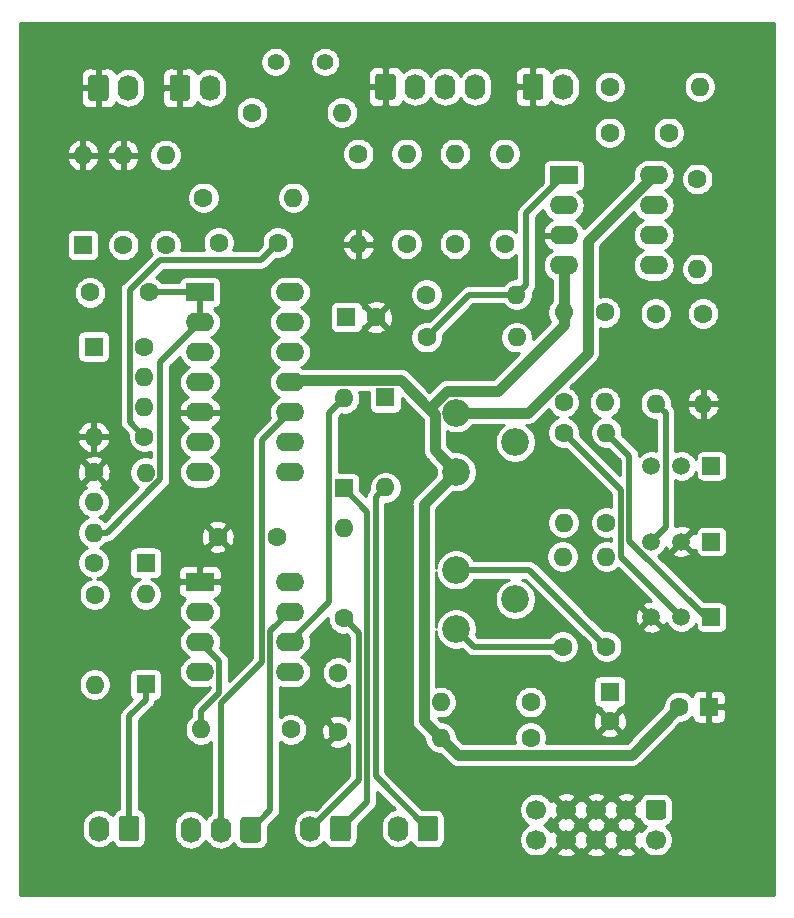
<source format=gbr>
%TF.GenerationSoftware,KiCad,Pcbnew,5.1.10-88a1d61d58~88~ubuntu20.10.1*%
%TF.CreationDate,2021-06-19T00:08:52+02:00*%
%TF.ProjectId,vca-adsr,7663612d-6164-4737-922e-6b696361645f,v1.0.0*%
%TF.SameCoordinates,Original*%
%TF.FileFunction,Copper,L1,Top*%
%TF.FilePolarity,Positive*%
%FSLAX46Y46*%
G04 Gerber Fmt 4.6, Leading zero omitted, Abs format (unit mm)*
G04 Created by KiCad (PCBNEW 5.1.10-88a1d61d58~88~ubuntu20.10.1) date 2021-06-19 00:08:52*
%MOMM*%
%LPD*%
G01*
G04 APERTURE LIST*
%TA.AperFunction,ComponentPad*%
%ADD10O,1.600000X1.600000*%
%TD*%
%TA.AperFunction,ComponentPad*%
%ADD11C,1.600000*%
%TD*%
%TA.AperFunction,ComponentPad*%
%ADD12C,1.400000*%
%TD*%
%TA.AperFunction,ComponentPad*%
%ADD13R,1.500000X1.500000*%
%TD*%
%TA.AperFunction,ComponentPad*%
%ADD14C,1.500000*%
%TD*%
%TA.AperFunction,ComponentPad*%
%ADD15O,2.400000X1.600000*%
%TD*%
%TA.AperFunction,ComponentPad*%
%ADD16R,2.400000X1.600000*%
%TD*%
%TA.AperFunction,ComponentPad*%
%ADD17O,1.740000X2.190000*%
%TD*%
%TA.AperFunction,ComponentPad*%
%ADD18C,1.700000*%
%TD*%
%TA.AperFunction,ComponentPad*%
%ADD19C,2.340000*%
%TD*%
%TA.AperFunction,ComponentPad*%
%ADD20R,1.600000X1.600000*%
%TD*%
%TA.AperFunction,ViaPad*%
%ADD21C,3.500000*%
%TD*%
%TA.AperFunction,Conductor*%
%ADD22C,0.508000*%
%TD*%
%TA.AperFunction,Conductor*%
%ADD23C,0.889000*%
%TD*%
%TA.AperFunction,Conductor*%
%ADD24C,0.254000*%
%TD*%
%TA.AperFunction,Conductor*%
%ADD25C,0.100000*%
%TD*%
G04 APERTURE END LIST*
D10*
%TO.P,R28,2*%
%TO.N,Net-(D3-Pad1)*%
X126200000Y-98660000D03*
D11*
%TO.P,R28,1*%
%TO.N,GND*%
X126200000Y-96120000D03*
%TD*%
D10*
%TO.P,R27,2*%
%TO.N,Net-(R27-Pad2)*%
X130500000Y-90570000D03*
D11*
%TO.P,R27,1*%
%TO.N,-12V*%
X130500000Y-93110000D03*
%TD*%
D10*
%TO.P,R5,2*%
%TO.N,Net-(R27-Pad2)*%
X130500000Y-88040000D03*
D11*
%TO.P,R5,1*%
%TO.N,Net-(C1-Pad1)*%
X130500000Y-85500000D03*
%TD*%
D10*
%TO.P,R4,2*%
%TO.N,Net-(C1-Pad2)*%
X126200000Y-101260000D03*
D11*
%TO.P,R4,1*%
%TO.N,RELEASE_POT_2*%
X126200000Y-103800000D03*
%TD*%
D12*
%TO.P,MOD_ADSR_OUT1,1*%
%TO.N,Net-(MOD_ADSR_OUT1-Pad1)*%
X141600000Y-61400000D03*
%TD*%
%TO.P,MOD_VCA_IN1,1*%
%TO.N,Net-(MOD_VCA_IN1-Pad1)*%
X145800000Y-61400000D03*
%TD*%
D10*
%TO.P,DIRECT,2*%
%TO.N,Net-(MOD_VCA_IN1-Pad1)*%
X147220000Y-65700000D03*
D11*
%TO.P,DIRECT,1*%
%TO.N,Net-(MOD_ADSR_OUT1-Pad1)*%
X139600000Y-65700000D03*
%TD*%
%TO.P,C2,2*%
%TO.N,Net-(C2-Pad2)*%
X146900000Y-113100000D03*
%TO.P,C2,1*%
%TO.N,GND*%
X146900000Y-118100000D03*
%TD*%
D13*
%TO.P,Q2\u002A1,1*%
%TO.N,Net-(Q1\u002A1-Pad1)*%
X178500000Y-102000000D03*
D14*
%TO.P,Q2\u002A1,3*%
%TO.N,Net-(Q2\u002A1-Pad3)*%
X173420000Y-102000000D03*
%TO.P,Q2\u002A1,2*%
%TO.N,GND*%
X175960000Y-102000000D03*
%TD*%
D13*
%TO.P,Q3,1*%
%TO.N,Net-(Q3-Pad1)*%
X178500000Y-108400000D03*
D14*
%TO.P,Q3,3*%
%TO.N,GND*%
X173420000Y-108400000D03*
%TO.P,Q3,2*%
%TO.N,Net-(Q3-Pad2)*%
X175960000Y-108400000D03*
%TD*%
D13*
%TO.P,Q1\u002A1,1*%
%TO.N,Net-(Q1\u002A1-Pad1)*%
X178500000Y-95600000D03*
D14*
%TO.P,Q1\u002A1,3*%
%TO.N,Net-(Q1\u002A1-Pad3)*%
X173420000Y-95600000D03*
%TO.P,Q1\u002A1,2*%
%TO.N,Net-(Q1\u002A1-Pad2)*%
X175960000Y-95600000D03*
%TD*%
D15*
%TO.P,U3,8*%
%TO.N,+12V*%
X173620000Y-71000000D03*
%TO.P,U3,4*%
%TO.N,-12V*%
X166000000Y-78620000D03*
%TO.P,U3,7*%
%TO.N,Net-(R25-Pad1)*%
X173620000Y-73540000D03*
%TO.P,U3,3*%
%TO.N,GND*%
X166000000Y-76080000D03*
%TO.P,U3,6*%
%TO.N,Net-(R22-Pad1)*%
X173620000Y-76080000D03*
%TO.P,U3,2*%
%TO.N,Net-(MOD_VCA_IN1-Pad1)*%
X166000000Y-73540000D03*
%TO.P,U3,5*%
%TO.N,Net-(R23-Pad1)*%
X173620000Y-78620000D03*
D16*
%TO.P,U3,1*%
%TO.N,Net-(R14-Pad1)*%
X166000000Y-71000000D03*
%TD*%
D15*
%TO.P,U2,8*%
%TO.N,+12V*%
X142820000Y-105400000D03*
%TO.P,U2,4*%
%TO.N,Net-(C1-Pad2)*%
X135200000Y-113020000D03*
%TO.P,U2,7*%
%TO.N,SUSTAIN_POT_1*%
X142820000Y-107940000D03*
%TO.P,U2,3*%
%TO.N,Net-(R9-Pad2)*%
X135200000Y-110480000D03*
%TO.P,U2,6*%
%TO.N,Net-(C3-Pad1)*%
X142820000Y-110480000D03*
%TO.P,U2,2*%
%TO.N,Net-(D3-Pad1)*%
X135200000Y-107940000D03*
%TO.P,U2,5*%
%TO.N,Net-(C2-Pad2)*%
X142820000Y-113020000D03*
D16*
%TO.P,U2,1*%
%TO.N,GND*%
X135200000Y-105400000D03*
%TD*%
D15*
%TO.P,U1,14*%
%TO.N,Net-(MOD_ADSR_OUT1-Pad1)*%
X142820000Y-80900000D03*
%TO.P,U1,7*%
%TO.N,Net-(D3-Pad2)*%
X135200000Y-96140000D03*
%TO.P,U1,13*%
%TO.N,Net-(MOD_ADSR_OUT1-Pad1)*%
X142820000Y-83440000D03*
%TO.P,U1,6*%
%TO.N,Net-(R27-Pad2)*%
X135200000Y-93600000D03*
%TO.P,U1,12*%
%TO.N,Net-(C3-Pad1)*%
X142820000Y-85980000D03*
%TO.P,U1,5*%
%TO.N,GND*%
X135200000Y-91060000D03*
%TO.P,U1,11*%
%TO.N,-12V*%
X142820000Y-88520000D03*
%TO.P,U1,4*%
%TO.N,+12V*%
X135200000Y-88520000D03*
%TO.P,U1,10*%
%TO.N,SUSTAIN_POT_2*%
X142820000Y-91060000D03*
%TO.P,U1,3*%
%TO.N,Net-(D1-Pad1)*%
X135200000Y-85980000D03*
%TO.P,U1,9*%
%TO.N,Net-(R6-Pad2)*%
X142820000Y-93600000D03*
%TO.P,U1,2*%
%TO.N,Net-(C1-Pad2)*%
X135200000Y-83440000D03*
%TO.P,U1,8*%
%TO.N,Net-(R6-Pad2)*%
X142820000Y-96140000D03*
D16*
%TO.P,U1,1*%
%TO.N,Net-(C1-Pad2)*%
X135200000Y-80900000D03*
%TD*%
D17*
%TO.P,SUSTAIN_POT1,3*%
%TO.N,SUSTAIN_POT_3*%
X134420000Y-126400000D03*
%TO.P,SUSTAIN_POT1,2*%
%TO.N,SUSTAIN_POT_2*%
X136960000Y-126400000D03*
%TO.P,SUSTAIN_POT1,1*%
%TO.N,SUSTAIN_POT_1*%
%TA.AperFunction,ComponentPad*%
G36*
G01*
X140370000Y-125554999D02*
X140370000Y-127245001D01*
G75*
G02*
X140120001Y-127495000I-249999J0D01*
G01*
X138879999Y-127495000D01*
G75*
G02*
X138630000Y-127245001I0J249999D01*
G01*
X138630000Y-125554999D01*
G75*
G02*
X138879999Y-125305000I249999J0D01*
G01*
X140120001Y-125305000D01*
G75*
G02*
X140370000Y-125554999I0J-249999D01*
G01*
G37*
%TD.AperFunction*%
%TD*%
%TO.P,RELEASE_POT1,2*%
%TO.N,RELEASE_POT_2*%
X126660000Y-126300000D03*
%TO.P,RELEASE_POT1,1*%
%TO.N,RELEASE_POT_1*%
%TA.AperFunction,ComponentPad*%
G36*
G01*
X130070000Y-125454999D02*
X130070000Y-127145001D01*
G75*
G02*
X129820001Y-127395000I-249999J0D01*
G01*
X128579999Y-127395000D01*
G75*
G02*
X128330000Y-127145001I0J249999D01*
G01*
X128330000Y-125454999D01*
G75*
G02*
X128579999Y-125205000I249999J0D01*
G01*
X129820001Y-125205000D01*
G75*
G02*
X130070000Y-125454999I0J-249999D01*
G01*
G37*
%TD.AperFunction*%
%TD*%
D10*
%TO.P,R26,2*%
%TO.N,Net-(R25-Pad1)*%
X177520000Y-63500000D03*
D11*
%TO.P,R26,1*%
%TO.N,OUT*%
X169900000Y-63500000D03*
%TD*%
D10*
%TO.P,R25,2*%
%TO.N,Net-(R22-Pad1)*%
X177300000Y-78920000D03*
D11*
%TO.P,R25,1*%
%TO.N,Net-(R25-Pad1)*%
X177300000Y-71300000D03*
%TD*%
D10*
%TO.P,R24,2*%
%TO.N,GND*%
X177800000Y-90320000D03*
D11*
%TO.P,R24,1*%
%TO.N,Net-(R23-Pad1)*%
X177800000Y-82700000D03*
%TD*%
D10*
%TO.P,R23,2*%
%TO.N,Net-(Q2\u002A1-Pad3)*%
X173800000Y-90320000D03*
D11*
%TO.P,R23,1*%
%TO.N,Net-(R23-Pad1)*%
X173800000Y-82700000D03*
%TD*%
D10*
%TO.P,R22,2*%
%TO.N,Net-(Q1\u002A1-Pad3)*%
X169500000Y-90220000D03*
D11*
%TO.P,R22,1*%
%TO.N,Net-(R22-Pad1)*%
X169500000Y-82600000D03*
%TD*%
D10*
%TO.P,R21,2*%
%TO.N,Net-(Q2\u002A1-Pad3)*%
X165900000Y-103280000D03*
D11*
%TO.P,R21,1*%
%TO.N,Net-(OFFSET_TRIM1-Pad3)*%
X165900000Y-110900000D03*
%TD*%
D10*
%TO.P,R20,2*%
%TO.N,-12V*%
X166000000Y-82580000D03*
D11*
%TO.P,R20,1*%
%TO.N,Net-(Q3-Pad1)*%
X166000000Y-90200000D03*
%TD*%
D10*
%TO.P,R19,2*%
%TO.N,Net-(Q3-Pad1)*%
X169600000Y-92780000D03*
D11*
%TO.P,R19,1*%
%TO.N,Net-(Q1\u002A1-Pad1)*%
X169600000Y-100400000D03*
%TD*%
D10*
%TO.P,R18,2*%
%TO.N,Net-(Q1\u002A1-Pad3)*%
X169600000Y-103280000D03*
D11*
%TO.P,R18,1*%
%TO.N,Net-(OFFSET_TRIM1-Pad1)*%
X169600000Y-110900000D03*
%TD*%
D10*
%TO.P,R17,2*%
%TO.N,Net-(LEVEL_TRIM1-Pad2)*%
X166000000Y-100420000D03*
D11*
%TO.P,R17,1*%
%TO.N,Net-(Q3-Pad2)*%
X166000000Y-92800000D03*
%TD*%
D10*
%TO.P,R16,2*%
%TO.N,Net-(R14-Pad1)*%
X162000000Y-81100000D03*
D11*
%TO.P,R16,1*%
%TO.N,Net-(Q3-Pad2)*%
X154380000Y-81100000D03*
%TD*%
D10*
%TO.P,R15,2*%
%TO.N,GND*%
X148600000Y-76820000D03*
D11*
%TO.P,R15,1*%
%TO.N,Net-(Q1\u002A1-Pad2)*%
X148600000Y-69200000D03*
%TD*%
D10*
%TO.P,R14,2*%
%TO.N,Net-(MOD_VCA_IN1-Pad1)*%
X162020000Y-84700000D03*
D11*
%TO.P,R14,1*%
%TO.N,Net-(R14-Pad1)*%
X154400000Y-84700000D03*
%TD*%
D10*
%TO.P,R13,2*%
%TO.N,IN*%
X152700000Y-69180000D03*
D11*
%TO.P,R13,1*%
%TO.N,Net-(Q1\u002A1-Pad2)*%
X152700000Y-76800000D03*
%TD*%
D10*
%TO.P,R12,2*%
%TO.N,CV2*%
X161000000Y-69180000D03*
D11*
%TO.P,R12,1*%
%TO.N,Net-(MOD_VCA_IN1-Pad1)*%
X161000000Y-76800000D03*
%TD*%
D10*
%TO.P,R11,2*%
%TO.N,CV1*%
X156800000Y-69180000D03*
D11*
%TO.P,R11,1*%
%TO.N,Net-(MOD_VCA_IN1-Pad1)*%
X156800000Y-76800000D03*
%TD*%
D10*
%TO.P,R10,2*%
%TO.N,Net-(MOD_ADSR_OUT1-Pad1)*%
X143120000Y-72900000D03*
D11*
%TO.P,R10,1*%
%TO.N,Net-(ADSR_OUT1-Pad2)*%
X135500000Y-72900000D03*
%TD*%
D10*
%TO.P,R9,2*%
%TO.N,Net-(R9-Pad2)*%
X135280000Y-117900000D03*
D11*
%TO.P,R9,1*%
%TO.N,ATTACK_POT_2*%
X142900000Y-117900000D03*
%TD*%
D10*
%TO.P,R8,2*%
%TO.N,-12V*%
X155580000Y-118600000D03*
D11*
%TO.P,R8,1*%
%TO.N,Net-(POWER1-Pad1)*%
X163200000Y-118600000D03*
%TD*%
D10*
%TO.P,R7,2*%
%TO.N,+12V*%
X155580000Y-115600000D03*
D11*
%TO.P,R7,1*%
%TO.N,Net-(POWER1-Pad10)*%
X163200000Y-115600000D03*
%TD*%
D10*
%TO.P,R6,2*%
%TO.N,Net-(R6-Pad2)*%
X147400000Y-100880000D03*
D11*
%TO.P,R6,1*%
%TO.N,DECAY_POT_2*%
X147400000Y-108500000D03*
%TD*%
D10*
%TO.P,R3,2*%
%TO.N,GND*%
X128700000Y-69280000D03*
D11*
%TO.P,R3,1*%
%TO.N,Net-(D1-Pad1)*%
X128700000Y-76900000D03*
%TD*%
D10*
%TO.P,R2,2*%
%TO.N,Net-(ADSR_IN1-Pad2)*%
X132300000Y-69280000D03*
D11*
%TO.P,R2,1*%
%TO.N,Net-(D1-Pad1)*%
X132300000Y-76900000D03*
%TD*%
D10*
%TO.P,R1,2*%
%TO.N,SUSTAIN_POT_3*%
X126300000Y-114120000D03*
D11*
%TO.P,R1,1*%
%TO.N,+12V*%
X126300000Y-106500000D03*
%TD*%
D18*
%TO.P,POWER1,10*%
%TO.N,Net-(POWER1-Pad10)*%
X163640000Y-127240000D03*
%TO.P,POWER1,8*%
%TO.N,GND*%
X166180000Y-127240000D03*
%TO.P,POWER1,6*%
X168720000Y-127240000D03*
%TO.P,POWER1,4*%
X171260000Y-127240000D03*
%TO.P,POWER1,2*%
%TO.N,Net-(POWER1-Pad1)*%
X173800000Y-127240000D03*
%TO.P,POWER1,9*%
%TO.N,Net-(POWER1-Pad10)*%
X163640000Y-124700000D03*
%TO.P,POWER1,7*%
%TO.N,GND*%
X166180000Y-124700000D03*
%TO.P,POWER1,5*%
X168720000Y-124700000D03*
%TO.P,POWER1,3*%
X171260000Y-124700000D03*
%TO.P,POWER1,1*%
%TO.N,Net-(POWER1-Pad1)*%
%TA.AperFunction,ComponentPad*%
G36*
G01*
X173200000Y-123850000D02*
X174400000Y-123850000D01*
G75*
G02*
X174650000Y-124100000I0J-250000D01*
G01*
X174650000Y-125300000D01*
G75*
G02*
X174400000Y-125550000I-250000J0D01*
G01*
X173200000Y-125550000D01*
G75*
G02*
X172950000Y-125300000I0J250000D01*
G01*
X172950000Y-124100000D01*
G75*
G02*
X173200000Y-123850000I250000J0D01*
G01*
G37*
%TD.AperFunction*%
%TD*%
D19*
%TO.P,OFFSET_TRIM1,1*%
%TO.N,Net-(OFFSET_TRIM1-Pad1)*%
X156900000Y-104400000D03*
%TO.P,OFFSET_TRIM1,2*%
%TO.N,+12V*%
X161900000Y-106900000D03*
%TO.P,OFFSET_TRIM1,3*%
%TO.N,Net-(OFFSET_TRIM1-Pad3)*%
X156900000Y-109400000D03*
%TD*%
%TO.P,LEVEL_TRIM1,1*%
%TO.N,+12V*%
X156900000Y-91100000D03*
%TO.P,LEVEL_TRIM1,2*%
%TO.N,Net-(LEVEL_TRIM1-Pad2)*%
X161900000Y-93600000D03*
%TO.P,LEVEL_TRIM1,3*%
%TO.N,-12V*%
X156900000Y-96100000D03*
%TD*%
D17*
%TO.P,VCA_IN1,4*%
%TO.N,CV2*%
X158520000Y-63500000D03*
%TO.P,VCA_IN1,3*%
%TO.N,CV1*%
X155980000Y-63500000D03*
%TO.P,VCA_IN1,2*%
%TO.N,IN*%
X153440000Y-63500000D03*
%TO.P,VCA_IN1,1*%
%TO.N,GND*%
%TA.AperFunction,ComponentPad*%
G36*
G01*
X150030000Y-64345001D02*
X150030000Y-62654999D01*
G75*
G02*
X150279999Y-62405000I249999J0D01*
G01*
X151520001Y-62405000D01*
G75*
G02*
X151770000Y-62654999I0J-249999D01*
G01*
X151770000Y-64345001D01*
G75*
G02*
X151520001Y-64595000I-249999J0D01*
G01*
X150279999Y-64595000D01*
G75*
G02*
X150030000Y-64345001I0J249999D01*
G01*
G37*
%TD.AperFunction*%
%TD*%
%TO.P,VCA_OUT1,2*%
%TO.N,OUT*%
X165940000Y-63500000D03*
%TO.P,VCA_OUT1,1*%
%TO.N,GND*%
%TA.AperFunction,ComponentPad*%
G36*
G01*
X162530000Y-64345001D02*
X162530000Y-62654999D01*
G75*
G02*
X162779999Y-62405000I249999J0D01*
G01*
X164020001Y-62405000D01*
G75*
G02*
X164270000Y-62654999I0J-249999D01*
G01*
X164270000Y-64345001D01*
G75*
G02*
X164020001Y-64595000I-249999J0D01*
G01*
X162779999Y-64595000D01*
G75*
G02*
X162530000Y-64345001I0J249999D01*
G01*
G37*
%TD.AperFunction*%
%TD*%
%TO.P,DECAY_POT1,2*%
%TO.N,DECAY_POT_2*%
X144560000Y-126300000D03*
%TO.P,DECAY_POT1,1*%
%TO.N,DECAY_POT_1*%
%TA.AperFunction,ComponentPad*%
G36*
G01*
X147970000Y-125454999D02*
X147970000Y-127145001D01*
G75*
G02*
X147720001Y-127395000I-249999J0D01*
G01*
X146479999Y-127395000D01*
G75*
G02*
X146230000Y-127145001I0J249999D01*
G01*
X146230000Y-125454999D01*
G75*
G02*
X146479999Y-125205000I249999J0D01*
G01*
X147720001Y-125205000D01*
G75*
G02*
X147970000Y-125454999I0J-249999D01*
G01*
G37*
%TD.AperFunction*%
%TD*%
D10*
%TO.P,D6,2*%
%TO.N,Net-(C3-Pad1)*%
X147400000Y-89880000D03*
D20*
%TO.P,D6,1*%
%TO.N,DECAY_POT_1*%
X147400000Y-97500000D03*
%TD*%
D10*
%TO.P,D5,2*%
%TO.N,Net-(C3-Pad1)*%
X130600000Y-106480000D03*
D20*
%TO.P,D5,1*%
%TO.N,RELEASE_POT_1*%
X130600000Y-114100000D03*
%TD*%
D10*
%TO.P,D4,2*%
%TO.N,ATTACK_POT_1*%
X150900000Y-97420000D03*
D20*
%TO.P,D4,1*%
%TO.N,Net-(C3-Pad1)*%
X150900000Y-89800000D03*
%TD*%
D10*
%TO.P,D3,2*%
%TO.N,Net-(D3-Pad2)*%
X130600000Y-96180000D03*
D20*
%TO.P,D3,1*%
%TO.N,Net-(D3-Pad1)*%
X130600000Y-103800000D03*
%TD*%
D10*
%TO.P,D2,2*%
%TO.N,GND*%
X126200000Y-93120000D03*
D20*
%TO.P,D2,1*%
%TO.N,Net-(C1-Pad1)*%
X126200000Y-85500000D03*
%TD*%
D10*
%TO.P,D1,2*%
%TO.N,GND*%
X125300000Y-69280000D03*
D20*
%TO.P,D1,1*%
%TO.N,Net-(D1-Pad1)*%
X125300000Y-76900000D03*
%TD*%
D11*
%TO.P,C8,2*%
%TO.N,+12V*%
X174900000Y-67400000D03*
%TO.P,C8,1*%
%TO.N,-12V*%
X169900000Y-67400000D03*
%TD*%
%TO.P,C7,2*%
%TO.N,+12V*%
X141700000Y-101600000D03*
%TO.P,C7,1*%
%TO.N,GND*%
X136700000Y-101600000D03*
%TD*%
%TO.P,C6,2*%
%TO.N,+12V*%
X136800000Y-76700000D03*
%TO.P,C6,1*%
%TO.N,-12V*%
X141800000Y-76700000D03*
%TD*%
%TO.P,C5,2*%
%TO.N,GND*%
X169900000Y-117200000D03*
D20*
%TO.P,C5,1*%
%TO.N,+12V*%
X169900000Y-114700000D03*
%TD*%
D11*
%TO.P,C4,2*%
%TO.N,-12V*%
X175800000Y-116000000D03*
D20*
%TO.P,C4,1*%
%TO.N,GND*%
X178300000Y-116000000D03*
%TD*%
D11*
%TO.P,C3,2*%
%TO.N,GND*%
X150100000Y-83000000D03*
D20*
%TO.P,C3,1*%
%TO.N,Net-(C3-Pad1)*%
X147600000Y-83000000D03*
%TD*%
D11*
%TO.P,C1,2*%
%TO.N,Net-(C1-Pad2)*%
X130900000Y-80900000D03*
%TO.P,C1,1*%
%TO.N,Net-(C1-Pad1)*%
X125900000Y-80900000D03*
%TD*%
D17*
%TO.P,ATTACK_POT1,2*%
%TO.N,ATTACK_POT_2*%
X151960000Y-126300000D03*
%TO.P,ATTACK_POT1,1*%
%TO.N,ATTACK_POT_1*%
%TA.AperFunction,ComponentPad*%
G36*
G01*
X155370000Y-125454999D02*
X155370000Y-127145001D01*
G75*
G02*
X155120001Y-127395000I-249999J0D01*
G01*
X153879999Y-127395000D01*
G75*
G02*
X153630000Y-127145001I0J249999D01*
G01*
X153630000Y-125454999D01*
G75*
G02*
X153879999Y-125205000I249999J0D01*
G01*
X155120001Y-125205000D01*
G75*
G02*
X155370000Y-125454999I0J-249999D01*
G01*
G37*
%TD.AperFunction*%
%TD*%
%TO.P,ADSR_OUT1,2*%
%TO.N,Net-(ADSR_OUT1-Pad2)*%
X136040000Y-63600000D03*
%TO.P,ADSR_OUT1,1*%
%TO.N,GND*%
%TA.AperFunction,ComponentPad*%
G36*
G01*
X132630000Y-64445001D02*
X132630000Y-62754999D01*
G75*
G02*
X132879999Y-62505000I249999J0D01*
G01*
X134120001Y-62505000D01*
G75*
G02*
X134370000Y-62754999I0J-249999D01*
G01*
X134370000Y-64445001D01*
G75*
G02*
X134120001Y-64695000I-249999J0D01*
G01*
X132879999Y-64695000D01*
G75*
G02*
X132630000Y-64445001I0J249999D01*
G01*
G37*
%TD.AperFunction*%
%TD*%
%TO.P,ADSR_IN1,2*%
%TO.N,Net-(ADSR_IN1-Pad2)*%
X129140000Y-63600000D03*
%TO.P,ADSR_IN1,1*%
%TO.N,GND*%
%TA.AperFunction,ComponentPad*%
G36*
G01*
X125730000Y-64445001D02*
X125730000Y-62754999D01*
G75*
G02*
X125979999Y-62505000I249999J0D01*
G01*
X127220001Y-62505000D01*
G75*
G02*
X127470000Y-62754999I0J-249999D01*
G01*
X127470000Y-64445001D01*
G75*
G02*
X127220001Y-64695000I-249999J0D01*
G01*
X125979999Y-64695000D01*
G75*
G02*
X125730000Y-64445001I0J249999D01*
G01*
G37*
%TD.AperFunction*%
%TD*%
D21*
%TO.N,GND*%
X122100000Y-60200000D03*
X181600000Y-60300000D03*
X181600000Y-129800000D03*
X122200000Y-129800000D03*
%TD*%
D22*
%TO.N,ATTACK_POT_1*%
X150070021Y-98249979D02*
X150900000Y-97420000D01*
X150070021Y-121870021D02*
X150070021Y-98249979D01*
X154500000Y-126300000D02*
X150070021Y-121870021D01*
%TO.N,Net-(C1-Pad2)*%
X135200000Y-80900000D02*
X135200000Y-83440000D01*
X135200000Y-80900000D02*
X130900000Y-80900000D01*
X135200000Y-83440000D02*
X135200000Y-83806563D01*
X131854001Y-96737369D02*
X127331370Y-101260000D01*
X127331370Y-101260000D02*
X126200000Y-101260000D01*
X131854001Y-86785999D02*
X131854001Y-96737369D01*
X135200000Y-83440000D02*
X131854001Y-86785999D01*
%TO.N,Net-(C2-Pad2)*%
X142820000Y-113020000D02*
X143020000Y-113020000D01*
%TO.N,Net-(C3-Pad1)*%
X146145999Y-107154001D02*
X142820000Y-110480000D01*
X146145999Y-91134001D02*
X146145999Y-107154001D01*
X147400000Y-89880000D02*
X146145999Y-91134001D01*
D23*
%TO.N,-12V*%
X154135499Y-98864501D02*
X156900000Y-96100000D01*
X155580000Y-118600000D02*
X154135499Y-117155499D01*
X171755499Y-120044501D02*
X175800000Y-116000000D01*
X157024501Y-120044501D02*
X171755499Y-120044501D01*
X155580000Y-118600000D02*
X157024501Y-120044501D01*
X152215601Y-88355499D02*
X142984501Y-88355499D01*
X155085499Y-94285499D02*
X155085499Y-91225397D01*
X142984501Y-88355499D02*
X142820000Y-88520000D01*
X156900000Y-96100000D02*
X155085499Y-94285499D01*
X160425871Y-89285499D02*
X156114501Y-89285499D01*
X166000000Y-83711370D02*
X160425871Y-89285499D01*
X154630051Y-90769949D02*
X152215601Y-88355499D01*
X156114501Y-89285499D02*
X154630051Y-90769949D01*
X166000000Y-82580000D02*
X166000000Y-83711370D01*
X155085499Y-91225397D02*
X154630051Y-90769949D01*
X154135499Y-117155499D02*
X154135499Y-98864501D01*
X166000000Y-82580000D02*
X166000000Y-78620000D01*
D22*
X131790077Y-78154001D02*
X140345999Y-78154001D01*
X129245999Y-80698079D02*
X131790077Y-78154001D01*
X129245999Y-91855999D02*
X129245999Y-80698079D01*
X140345999Y-78154001D02*
X141800000Y-76700000D01*
X130500000Y-93110000D02*
X129245999Y-91855999D01*
D23*
%TO.N,+12V*%
X168055499Y-86006639D02*
X168055499Y-76564501D01*
X168055499Y-76564501D02*
X173620000Y-71000000D01*
X162962138Y-91100000D02*
X168055499Y-86006639D01*
X156900000Y-91100000D02*
X162962138Y-91100000D01*
D22*
%TO.N,RELEASE_POT_1*%
X129200000Y-116808000D02*
X129200000Y-126300000D01*
X130600000Y-115408000D02*
X129200000Y-116808000D01*
X130600000Y-114100000D02*
X130600000Y-115408000D01*
%TO.N,DECAY_POT_1*%
X149362011Y-99462011D02*
X147400000Y-97500000D01*
X149362011Y-124037989D02*
X149362011Y-99462011D01*
X147100000Y-126300000D02*
X149362011Y-124037989D01*
%TO.N,DECAY_POT_2*%
X148654001Y-109754001D02*
X147400000Y-108500000D01*
X148654001Y-122205999D02*
X148654001Y-109754001D01*
X144560000Y-126300000D02*
X148654001Y-122205999D01*
%TO.N,Net-(OFFSET_TRIM1-Pad1)*%
X163100000Y-104400000D02*
X156900000Y-104400000D01*
X169600000Y-110900000D02*
X163100000Y-104400000D01*
%TO.N,Net-(OFFSET_TRIM1-Pad3)*%
X158400000Y-110900000D02*
X156900000Y-109400000D01*
X165900000Y-110900000D02*
X158400000Y-110900000D01*
%TO.N,Net-(R9-Pad2)*%
X136854010Y-112134010D02*
X135200000Y-110480000D01*
X136854010Y-114788788D02*
X136854010Y-112134010D01*
X135280000Y-116362798D02*
X136854010Y-114788788D01*
X135280000Y-117900000D02*
X135280000Y-116362798D01*
%TO.N,Net-(R14-Pad1)*%
X158000000Y-81100000D02*
X154400000Y-84700000D01*
X162000000Y-81100000D02*
X158000000Y-81100000D01*
X162799999Y-74200001D02*
X166000000Y-71000000D01*
X162799999Y-80300001D02*
X162799999Y-74200001D01*
X162000000Y-81100000D02*
X162799999Y-80300001D01*
%TO.N,SUSTAIN_POT_2*%
X140445999Y-93434001D02*
X142820000Y-91060000D01*
X140445999Y-112198075D02*
X140445999Y-93434001D01*
X136960000Y-115684074D02*
X140445999Y-112198075D01*
X136960000Y-126400000D02*
X136960000Y-115684074D01*
%TO.N,SUSTAIN_POT_1*%
X141165990Y-124734010D02*
X139500000Y-126400000D01*
X141165990Y-109594010D02*
X141165990Y-124734010D01*
X142820000Y-107940000D02*
X141165990Y-109594010D01*
%TO.N,Net-(Q2\u002A1-Pad3)*%
X174624001Y-100795999D02*
X173420000Y-102000000D01*
X174624001Y-91144001D02*
X174624001Y-100795999D01*
X173800000Y-90320000D02*
X174624001Y-91144001D01*
%TO.N,Net-(Q3-Pad1)*%
X178038078Y-108400000D02*
X178500000Y-108400000D01*
X171562010Y-101923932D02*
X178038078Y-108400000D01*
X171562010Y-94742010D02*
X171562010Y-101923932D01*
X169600000Y-92780000D02*
X171562010Y-94742010D01*
%TO.N,Net-(Q3-Pad2)*%
X170854001Y-103294001D02*
X175960000Y-108400000D01*
X170854001Y-97654001D02*
X170854001Y-103294001D01*
X166000000Y-92800000D02*
X170854001Y-97654001D01*
%TD*%
D24*
%TO.N,GND*%
X183798000Y-131898000D02*
X120002000Y-131898000D01*
X120002000Y-126003917D01*
X125213000Y-126003917D01*
X125213000Y-126596082D01*
X125233937Y-126808661D01*
X125316678Y-127081421D01*
X125451042Y-127332799D01*
X125631866Y-127553133D01*
X125852200Y-127733958D01*
X126103578Y-127868322D01*
X126376338Y-127951063D01*
X126660000Y-127979001D01*
X126943661Y-127951063D01*
X127216421Y-127868322D01*
X127467799Y-127733958D01*
X127688133Y-127553134D01*
X127799637Y-127417267D01*
X127813373Y-127462548D01*
X127890054Y-127606008D01*
X127993249Y-127731751D01*
X128118992Y-127834946D01*
X128262452Y-127911627D01*
X128418115Y-127958847D01*
X128579999Y-127974791D01*
X129820001Y-127974791D01*
X129981885Y-127958847D01*
X130137548Y-127911627D01*
X130281008Y-127834946D01*
X130406751Y-127731751D01*
X130509946Y-127606008D01*
X130586627Y-127462548D01*
X130633847Y-127306885D01*
X130649791Y-127145001D01*
X130649791Y-126103917D01*
X132973000Y-126103917D01*
X132973000Y-126696082D01*
X132993937Y-126908661D01*
X133076678Y-127181421D01*
X133211042Y-127432799D01*
X133391866Y-127653133D01*
X133612200Y-127833958D01*
X133863578Y-127968322D01*
X134136338Y-128051063D01*
X134420000Y-128079001D01*
X134703661Y-128051063D01*
X134976421Y-127968322D01*
X135227799Y-127833958D01*
X135448133Y-127653134D01*
X135628958Y-127432800D01*
X135690000Y-127318598D01*
X135751042Y-127432799D01*
X135931866Y-127653133D01*
X136152200Y-127833958D01*
X136403578Y-127968322D01*
X136676338Y-128051063D01*
X136960000Y-128079001D01*
X137243661Y-128051063D01*
X137516421Y-127968322D01*
X137767799Y-127833958D01*
X137988133Y-127653134D01*
X138099637Y-127517267D01*
X138113373Y-127562548D01*
X138190054Y-127706008D01*
X138293249Y-127831751D01*
X138418992Y-127934946D01*
X138562452Y-128011627D01*
X138718115Y-128058847D01*
X138879999Y-128074791D01*
X140120001Y-128074791D01*
X140281885Y-128058847D01*
X140437548Y-128011627D01*
X140581008Y-127934946D01*
X140706751Y-127831751D01*
X140809946Y-127706008D01*
X140886627Y-127562548D01*
X140933847Y-127406885D01*
X140949791Y-127245001D01*
X140949791Y-126125420D01*
X141724734Y-125350477D01*
X141756438Y-125324458D01*
X141860284Y-125197922D01*
X141937448Y-125053558D01*
X141984965Y-124896914D01*
X141996990Y-124774825D01*
X141996990Y-124774817D01*
X142001009Y-124734010D01*
X141996990Y-124693203D01*
X141996990Y-118944363D01*
X142022213Y-118969586D01*
X142247746Y-119120282D01*
X142498344Y-119224083D01*
X142764377Y-119277000D01*
X143035623Y-119277000D01*
X143301656Y-119224083D01*
X143552254Y-119120282D01*
X143777787Y-118969586D01*
X143969586Y-118777787D01*
X144120282Y-118552254D01*
X144224083Y-118301656D01*
X144250169Y-118170512D01*
X145459783Y-118170512D01*
X145501213Y-118450130D01*
X145596397Y-118716292D01*
X145663329Y-118841514D01*
X145907298Y-118913097D01*
X146720395Y-118100000D01*
X145907298Y-117286903D01*
X145663329Y-117358486D01*
X145542429Y-117613996D01*
X145473700Y-117888184D01*
X145459783Y-118170512D01*
X144250169Y-118170512D01*
X144277000Y-118035623D01*
X144277000Y-117764377D01*
X144224083Y-117498344D01*
X144120282Y-117247746D01*
X143969586Y-117022213D01*
X143777787Y-116830414D01*
X143552254Y-116679718D01*
X143301656Y-116575917D01*
X143035623Y-116523000D01*
X142764377Y-116523000D01*
X142498344Y-116575917D01*
X142247746Y-116679718D01*
X142022213Y-116830414D01*
X141996990Y-116855637D01*
X141996990Y-114330642D01*
X142150061Y-114377075D01*
X142352360Y-114397000D01*
X143287640Y-114397000D01*
X143489939Y-114377075D01*
X143749505Y-114298337D01*
X143988721Y-114170473D01*
X144198397Y-113998397D01*
X144370473Y-113788721D01*
X144498337Y-113549505D01*
X144577075Y-113289939D01*
X144603662Y-113020000D01*
X144577075Y-112750061D01*
X144498337Y-112490495D01*
X144370473Y-112251279D01*
X144198397Y-112041603D01*
X143988721Y-111869527D01*
X143765102Y-111750000D01*
X143988721Y-111630473D01*
X144198397Y-111458397D01*
X144370473Y-111248721D01*
X144498337Y-111009505D01*
X144577075Y-110749939D01*
X144603662Y-110480000D01*
X144577075Y-110210061D01*
X144504477Y-109970735D01*
X146023000Y-108452212D01*
X146023000Y-108635623D01*
X146075917Y-108901656D01*
X146179718Y-109152254D01*
X146330414Y-109377787D01*
X146522213Y-109569586D01*
X146747746Y-109720282D01*
X146998344Y-109824083D01*
X147264377Y-109877000D01*
X147535623Y-109877000D01*
X147590811Y-109866022D01*
X147823002Y-110098214D01*
X147823002Y-112075629D01*
X147777787Y-112030414D01*
X147552254Y-111879718D01*
X147301656Y-111775917D01*
X147035623Y-111723000D01*
X146764377Y-111723000D01*
X146498344Y-111775917D01*
X146247746Y-111879718D01*
X146022213Y-112030414D01*
X145830414Y-112222213D01*
X145679718Y-112447746D01*
X145575917Y-112698344D01*
X145523000Y-112964377D01*
X145523000Y-113235623D01*
X145575917Y-113501656D01*
X145679718Y-113752254D01*
X145830414Y-113977787D01*
X146022213Y-114169586D01*
X146247746Y-114320282D01*
X146498344Y-114424083D01*
X146764377Y-114477000D01*
X147035623Y-114477000D01*
X147301656Y-114424083D01*
X147552254Y-114320282D01*
X147777787Y-114169586D01*
X147823002Y-114124371D01*
X147823001Y-116997392D01*
X147713097Y-117107296D01*
X147641514Y-116863329D01*
X147386004Y-116742429D01*
X147111816Y-116673700D01*
X146829488Y-116659783D01*
X146549870Y-116701213D01*
X146283708Y-116796397D01*
X146158486Y-116863329D01*
X146086903Y-117107298D01*
X146900000Y-117920395D01*
X146914143Y-117906253D01*
X147093748Y-118085858D01*
X147079605Y-118100000D01*
X147093748Y-118114143D01*
X146914143Y-118293748D01*
X146900000Y-118279605D01*
X146086903Y-119092702D01*
X146158486Y-119336671D01*
X146413996Y-119457571D01*
X146688184Y-119526300D01*
X146970512Y-119540217D01*
X147250130Y-119498787D01*
X147516292Y-119403603D01*
X147641514Y-119336671D01*
X147713097Y-119092704D01*
X147823001Y-119202608D01*
X147823001Y-121861788D01*
X144991121Y-124693668D01*
X144843662Y-124648937D01*
X144560000Y-124620999D01*
X144276339Y-124648937D01*
X144003579Y-124731678D01*
X143752201Y-124866042D01*
X143531867Y-125046866D01*
X143351042Y-125267200D01*
X143216678Y-125518578D01*
X143133937Y-125791338D01*
X143113000Y-126003917D01*
X143113000Y-126596082D01*
X143133937Y-126808661D01*
X143216678Y-127081421D01*
X143351042Y-127332799D01*
X143531866Y-127553133D01*
X143752200Y-127733958D01*
X144003578Y-127868322D01*
X144276338Y-127951063D01*
X144560000Y-127979001D01*
X144843661Y-127951063D01*
X145116421Y-127868322D01*
X145367799Y-127733958D01*
X145588133Y-127553134D01*
X145699637Y-127417267D01*
X145713373Y-127462548D01*
X145790054Y-127606008D01*
X145893249Y-127731751D01*
X146018992Y-127834946D01*
X146162452Y-127911627D01*
X146318115Y-127958847D01*
X146479999Y-127974791D01*
X147720001Y-127974791D01*
X147881885Y-127958847D01*
X148037548Y-127911627D01*
X148181008Y-127834946D01*
X148306751Y-127731751D01*
X148409946Y-127606008D01*
X148486627Y-127462548D01*
X148533847Y-127306885D01*
X148549791Y-127145001D01*
X148549791Y-126025420D01*
X149920756Y-124654455D01*
X149952459Y-124628437D01*
X150056305Y-124501901D01*
X150133469Y-124357537D01*
X150180986Y-124200893D01*
X150193011Y-124078804D01*
X150193011Y-124078796D01*
X150197030Y-124037989D01*
X150193011Y-123997182D01*
X150193011Y-123168222D01*
X151674334Y-124649545D01*
X151403579Y-124731678D01*
X151152201Y-124866042D01*
X150931867Y-125046866D01*
X150751042Y-125267200D01*
X150616678Y-125518578D01*
X150533937Y-125791338D01*
X150513000Y-126003917D01*
X150513000Y-126596082D01*
X150533937Y-126808661D01*
X150616678Y-127081421D01*
X150751042Y-127332799D01*
X150931866Y-127553133D01*
X151152200Y-127733958D01*
X151403578Y-127868322D01*
X151676338Y-127951063D01*
X151960000Y-127979001D01*
X152243661Y-127951063D01*
X152516421Y-127868322D01*
X152767799Y-127733958D01*
X152988133Y-127553134D01*
X153099637Y-127417267D01*
X153113373Y-127462548D01*
X153190054Y-127606008D01*
X153293249Y-127731751D01*
X153418992Y-127834946D01*
X153562452Y-127911627D01*
X153718115Y-127958847D01*
X153879999Y-127974791D01*
X155120001Y-127974791D01*
X155281885Y-127958847D01*
X155437548Y-127911627D01*
X155581008Y-127834946D01*
X155706751Y-127731751D01*
X155809946Y-127606008D01*
X155886627Y-127462548D01*
X155933847Y-127306885D01*
X155949791Y-127145001D01*
X155949791Y-125454999D01*
X155933847Y-125293115D01*
X155886627Y-125137452D01*
X155809946Y-124993992D01*
X155706751Y-124868249D01*
X155581008Y-124765054D01*
X155437548Y-124688373D01*
X155281885Y-124641153D01*
X155120001Y-124625209D01*
X154000421Y-124625209D01*
X153934665Y-124559453D01*
X162213000Y-124559453D01*
X162213000Y-124840547D01*
X162267838Y-125116241D01*
X162375409Y-125375938D01*
X162531576Y-125609660D01*
X162730340Y-125808424D01*
X162964062Y-125964591D01*
X162977120Y-125970000D01*
X162964062Y-125975409D01*
X162730340Y-126131576D01*
X162531576Y-126330340D01*
X162375409Y-126564062D01*
X162267838Y-126823759D01*
X162213000Y-127099453D01*
X162213000Y-127380547D01*
X162267838Y-127656241D01*
X162375409Y-127915938D01*
X162531576Y-128149660D01*
X162730340Y-128348424D01*
X162964062Y-128504591D01*
X163223759Y-128612162D01*
X163499453Y-128667000D01*
X163780547Y-128667000D01*
X164056241Y-128612162D01*
X164315938Y-128504591D01*
X164549660Y-128348424D01*
X164629687Y-128268397D01*
X165331208Y-128268397D01*
X165408843Y-128517472D01*
X165672883Y-128643371D01*
X165956411Y-128715339D01*
X166248531Y-128730611D01*
X166538019Y-128688599D01*
X166813747Y-128590919D01*
X166951157Y-128517472D01*
X167028792Y-128268397D01*
X167871208Y-128268397D01*
X167948843Y-128517472D01*
X168212883Y-128643371D01*
X168496411Y-128715339D01*
X168788531Y-128730611D01*
X169078019Y-128688599D01*
X169353747Y-128590919D01*
X169491157Y-128517472D01*
X169568792Y-128268397D01*
X170411208Y-128268397D01*
X170488843Y-128517472D01*
X170752883Y-128643371D01*
X171036411Y-128715339D01*
X171328531Y-128730611D01*
X171618019Y-128688599D01*
X171893747Y-128590919D01*
X172031157Y-128517472D01*
X172108792Y-128268397D01*
X171260000Y-127419605D01*
X170411208Y-128268397D01*
X169568792Y-128268397D01*
X168720000Y-127419605D01*
X167871208Y-128268397D01*
X167028792Y-128268397D01*
X166180000Y-127419605D01*
X165331208Y-128268397D01*
X164629687Y-128268397D01*
X164748424Y-128149660D01*
X164875169Y-127959972D01*
X164902528Y-128011157D01*
X165151603Y-128088792D01*
X166000395Y-127240000D01*
X166359605Y-127240000D01*
X167208397Y-128088792D01*
X167450000Y-128013486D01*
X167691603Y-128088792D01*
X168540395Y-127240000D01*
X168899605Y-127240000D01*
X169748397Y-128088792D01*
X169990000Y-128013486D01*
X170231603Y-128088792D01*
X171080395Y-127240000D01*
X170231603Y-126391208D01*
X169990000Y-126466514D01*
X169748397Y-126391208D01*
X168899605Y-127240000D01*
X168540395Y-127240000D01*
X167691603Y-126391208D01*
X167450000Y-126466514D01*
X167208397Y-126391208D01*
X166359605Y-127240000D01*
X166000395Y-127240000D01*
X165151603Y-126391208D01*
X164902528Y-126468843D01*
X164876892Y-126522607D01*
X164748424Y-126330340D01*
X164549660Y-126131576D01*
X164315938Y-125975409D01*
X164302880Y-125970000D01*
X164315938Y-125964591D01*
X164549660Y-125808424D01*
X164629687Y-125728397D01*
X165331208Y-125728397D01*
X165406514Y-125970000D01*
X165331208Y-126211603D01*
X166180000Y-127060395D01*
X167028792Y-126211603D01*
X166953486Y-125970000D01*
X167028792Y-125728397D01*
X167871208Y-125728397D01*
X167946514Y-125970000D01*
X167871208Y-126211603D01*
X168720000Y-127060395D01*
X169568792Y-126211603D01*
X169493486Y-125970000D01*
X169568792Y-125728397D01*
X170411208Y-125728397D01*
X170486514Y-125970000D01*
X170411208Y-126211603D01*
X171260000Y-127060395D01*
X172108792Y-126211603D01*
X172033486Y-125970000D01*
X172108792Y-125728397D01*
X171260000Y-124879605D01*
X170411208Y-125728397D01*
X169568792Y-125728397D01*
X168720000Y-124879605D01*
X167871208Y-125728397D01*
X167028792Y-125728397D01*
X166180000Y-124879605D01*
X165331208Y-125728397D01*
X164629687Y-125728397D01*
X164748424Y-125609660D01*
X164875169Y-125419972D01*
X164902528Y-125471157D01*
X165151603Y-125548792D01*
X166000395Y-124700000D01*
X166359605Y-124700000D01*
X167208397Y-125548792D01*
X167450000Y-125473486D01*
X167691603Y-125548792D01*
X168540395Y-124700000D01*
X168899605Y-124700000D01*
X169748397Y-125548792D01*
X169990000Y-125473486D01*
X170231603Y-125548792D01*
X171080395Y-124700000D01*
X171439605Y-124700000D01*
X172288397Y-125548792D01*
X172401794Y-125513447D01*
X172433373Y-125617547D01*
X172510054Y-125761007D01*
X172613249Y-125886751D01*
X172738993Y-125989946D01*
X172882453Y-126066627D01*
X172954730Y-126088552D01*
X172890340Y-126131576D01*
X172691576Y-126330340D01*
X172564831Y-126520028D01*
X172537472Y-126468843D01*
X172288397Y-126391208D01*
X171439605Y-127240000D01*
X172288397Y-128088792D01*
X172537472Y-128011157D01*
X172563108Y-127957393D01*
X172691576Y-128149660D01*
X172890340Y-128348424D01*
X173124062Y-128504591D01*
X173383759Y-128612162D01*
X173659453Y-128667000D01*
X173940547Y-128667000D01*
X174216241Y-128612162D01*
X174475938Y-128504591D01*
X174709660Y-128348424D01*
X174908424Y-128149660D01*
X175064591Y-127915938D01*
X175172162Y-127656241D01*
X175227000Y-127380547D01*
X175227000Y-127099453D01*
X175172162Y-126823759D01*
X175064591Y-126564062D01*
X174908424Y-126330340D01*
X174709660Y-126131576D01*
X174645270Y-126088552D01*
X174717547Y-126066627D01*
X174861007Y-125989946D01*
X174986751Y-125886751D01*
X175089946Y-125761007D01*
X175166627Y-125617547D01*
X175213847Y-125461884D01*
X175229791Y-125300000D01*
X175229791Y-124100000D01*
X175213847Y-123938116D01*
X175166627Y-123782453D01*
X175089946Y-123638993D01*
X174986751Y-123513249D01*
X174861007Y-123410054D01*
X174717547Y-123333373D01*
X174561884Y-123286153D01*
X174400000Y-123270209D01*
X173200000Y-123270209D01*
X173038116Y-123286153D01*
X172882453Y-123333373D01*
X172738993Y-123410054D01*
X172613249Y-123513249D01*
X172510054Y-123638993D01*
X172433373Y-123782453D01*
X172401794Y-123886553D01*
X172288397Y-123851208D01*
X171439605Y-124700000D01*
X171080395Y-124700000D01*
X170231603Y-123851208D01*
X169990000Y-123926514D01*
X169748397Y-123851208D01*
X168899605Y-124700000D01*
X168540395Y-124700000D01*
X167691603Y-123851208D01*
X167450000Y-123926514D01*
X167208397Y-123851208D01*
X166359605Y-124700000D01*
X166000395Y-124700000D01*
X165151603Y-123851208D01*
X164902528Y-123928843D01*
X164876892Y-123982607D01*
X164748424Y-123790340D01*
X164629687Y-123671603D01*
X165331208Y-123671603D01*
X166180000Y-124520395D01*
X167028792Y-123671603D01*
X167871208Y-123671603D01*
X168720000Y-124520395D01*
X169568792Y-123671603D01*
X170411208Y-123671603D01*
X171260000Y-124520395D01*
X172108792Y-123671603D01*
X172031157Y-123422528D01*
X171767117Y-123296629D01*
X171483589Y-123224661D01*
X171191469Y-123209389D01*
X170901981Y-123251401D01*
X170626253Y-123349081D01*
X170488843Y-123422528D01*
X170411208Y-123671603D01*
X169568792Y-123671603D01*
X169491157Y-123422528D01*
X169227117Y-123296629D01*
X168943589Y-123224661D01*
X168651469Y-123209389D01*
X168361981Y-123251401D01*
X168086253Y-123349081D01*
X167948843Y-123422528D01*
X167871208Y-123671603D01*
X167028792Y-123671603D01*
X166951157Y-123422528D01*
X166687117Y-123296629D01*
X166403589Y-123224661D01*
X166111469Y-123209389D01*
X165821981Y-123251401D01*
X165546253Y-123349081D01*
X165408843Y-123422528D01*
X165331208Y-123671603D01*
X164629687Y-123671603D01*
X164549660Y-123591576D01*
X164315938Y-123435409D01*
X164056241Y-123327838D01*
X163780547Y-123273000D01*
X163499453Y-123273000D01*
X163223759Y-123327838D01*
X162964062Y-123435409D01*
X162730340Y-123591576D01*
X162531576Y-123790340D01*
X162375409Y-124024062D01*
X162267838Y-124283759D01*
X162213000Y-124559453D01*
X153934665Y-124559453D01*
X150901021Y-121525810D01*
X150901021Y-98797000D01*
X151035623Y-98797000D01*
X151301656Y-98744083D01*
X151552254Y-98640282D01*
X151777787Y-98489586D01*
X151969586Y-98297787D01*
X152120282Y-98072254D01*
X152224083Y-97821656D01*
X152277000Y-97555623D01*
X152277000Y-97284377D01*
X152224083Y-97018344D01*
X152120282Y-96767746D01*
X151969586Y-96542213D01*
X151777787Y-96350414D01*
X151552254Y-96199718D01*
X151301656Y-96095917D01*
X151035623Y-96043000D01*
X150764377Y-96043000D01*
X150498344Y-96095917D01*
X150247746Y-96199718D01*
X150022213Y-96350414D01*
X149830414Y-96542213D01*
X149679718Y-96767746D01*
X149575917Y-97018344D01*
X149523000Y-97284377D01*
X149523000Y-97555623D01*
X149533978Y-97610811D01*
X149511272Y-97633517D01*
X149479574Y-97659531D01*
X149453560Y-97691229D01*
X149453555Y-97691234D01*
X149375728Y-97786067D01*
X149298564Y-97930431D01*
X149251046Y-98087075D01*
X149243088Y-98167877D01*
X148779791Y-97704580D01*
X148779791Y-96700000D01*
X148768650Y-96586888D01*
X148735657Y-96478124D01*
X148682079Y-96377885D01*
X148609974Y-96290026D01*
X148522115Y-96217921D01*
X148421876Y-96164343D01*
X148313112Y-96131350D01*
X148200000Y-96120209D01*
X146976999Y-96120209D01*
X146976999Y-91478212D01*
X147209189Y-91246022D01*
X147264377Y-91257000D01*
X147535623Y-91257000D01*
X147801656Y-91204083D01*
X148052254Y-91100282D01*
X148277787Y-90949586D01*
X148469586Y-90757787D01*
X148620282Y-90532254D01*
X148724083Y-90281656D01*
X148777000Y-90015623D01*
X148777000Y-89744377D01*
X148724083Y-89478344D01*
X148682105Y-89376999D01*
X149520209Y-89376999D01*
X149520209Y-90600000D01*
X149531350Y-90713112D01*
X149564343Y-90821876D01*
X149617921Y-90922115D01*
X149690026Y-91009974D01*
X149777885Y-91082079D01*
X149878124Y-91135657D01*
X149986888Y-91168650D01*
X150100000Y-91179791D01*
X151700000Y-91179791D01*
X151813112Y-91168650D01*
X151921876Y-91135657D01*
X152022115Y-91082079D01*
X152109974Y-91009974D01*
X152182079Y-90922115D01*
X152235657Y-90821876D01*
X152268650Y-90713112D01*
X152279791Y-90600000D01*
X152279791Y-89864307D01*
X153872261Y-91456778D01*
X153904247Y-91495753D01*
X153943221Y-91527738D01*
X153943227Y-91527743D01*
X154064000Y-91648516D01*
X154063999Y-94235330D01*
X154059058Y-94285499D01*
X154063999Y-94335668D01*
X154063999Y-94335674D01*
X154078780Y-94485747D01*
X154137190Y-94678300D01*
X154232044Y-94855760D01*
X154359695Y-95011303D01*
X154398675Y-95043293D01*
X155174621Y-95819239D01*
X155153000Y-95927936D01*
X155153000Y-96272064D01*
X155174621Y-96380760D01*
X153448671Y-98106711D01*
X153409696Y-98138697D01*
X153377710Y-98177672D01*
X153282044Y-98294241D01*
X153187191Y-98471699D01*
X153128780Y-98664253D01*
X153109058Y-98864501D01*
X153114000Y-98914680D01*
X153113999Y-117105330D01*
X153109058Y-117155499D01*
X153113999Y-117205668D01*
X153113999Y-117205674D01*
X153128780Y-117355747D01*
X153187190Y-117548300D01*
X153282044Y-117725760D01*
X153409695Y-117881303D01*
X153448675Y-117913293D01*
X154203000Y-118667619D01*
X154203000Y-118735623D01*
X154255917Y-119001656D01*
X154359718Y-119252254D01*
X154510414Y-119477787D01*
X154702213Y-119669586D01*
X154927746Y-119820282D01*
X155178344Y-119924083D01*
X155444377Y-119977000D01*
X155512382Y-119977000D01*
X156266711Y-120731330D01*
X156298697Y-120770305D01*
X156454240Y-120897956D01*
X156631699Y-120992810D01*
X156824252Y-121051220D01*
X156974325Y-121066001D01*
X156974332Y-121066001D01*
X157024501Y-121070942D01*
X157074670Y-121066001D01*
X171705330Y-121066001D01*
X171755499Y-121070942D01*
X171805668Y-121066001D01*
X171805675Y-121066001D01*
X171955748Y-121051220D01*
X172148301Y-120992810D01*
X172325760Y-120897956D01*
X172481303Y-120770305D01*
X172513293Y-120731325D01*
X175867619Y-117377000D01*
X175935623Y-117377000D01*
X176201656Y-117324083D01*
X176452254Y-117220282D01*
X176677787Y-117069586D01*
X176869586Y-116877787D01*
X176869589Y-116877783D01*
X176874188Y-116924482D01*
X176910498Y-117044180D01*
X176969463Y-117154494D01*
X177048815Y-117251185D01*
X177145506Y-117330537D01*
X177255820Y-117389502D01*
X177375518Y-117425812D01*
X177500000Y-117438072D01*
X178014250Y-117435000D01*
X178173000Y-117276250D01*
X178173000Y-116127000D01*
X178427000Y-116127000D01*
X178427000Y-117276250D01*
X178585750Y-117435000D01*
X179100000Y-117438072D01*
X179224482Y-117425812D01*
X179344180Y-117389502D01*
X179454494Y-117330537D01*
X179551185Y-117251185D01*
X179630537Y-117154494D01*
X179689502Y-117044180D01*
X179725812Y-116924482D01*
X179738072Y-116800000D01*
X179735000Y-116285750D01*
X179576250Y-116127000D01*
X178427000Y-116127000D01*
X178173000Y-116127000D01*
X178153000Y-116127000D01*
X178153000Y-115873000D01*
X178173000Y-115873000D01*
X178173000Y-114723750D01*
X178427000Y-114723750D01*
X178427000Y-115873000D01*
X179576250Y-115873000D01*
X179735000Y-115714250D01*
X179738072Y-115200000D01*
X179725812Y-115075518D01*
X179689502Y-114955820D01*
X179630537Y-114845506D01*
X179551185Y-114748815D01*
X179454494Y-114669463D01*
X179344180Y-114610498D01*
X179224482Y-114574188D01*
X179100000Y-114561928D01*
X178585750Y-114565000D01*
X178427000Y-114723750D01*
X178173000Y-114723750D01*
X178014250Y-114565000D01*
X177500000Y-114561928D01*
X177375518Y-114574188D01*
X177255820Y-114610498D01*
X177145506Y-114669463D01*
X177048815Y-114748815D01*
X176969463Y-114845506D01*
X176910498Y-114955820D01*
X176874188Y-115075518D01*
X176869589Y-115122217D01*
X176869586Y-115122213D01*
X176677787Y-114930414D01*
X176452254Y-114779718D01*
X176201656Y-114675917D01*
X175935623Y-114623000D01*
X175664377Y-114623000D01*
X175398344Y-114675917D01*
X175147746Y-114779718D01*
X174922213Y-114930414D01*
X174730414Y-115122213D01*
X174579718Y-115347746D01*
X174475917Y-115598344D01*
X174423000Y-115864377D01*
X174423000Y-115932381D01*
X171332381Y-119023001D01*
X164515242Y-119023001D01*
X164524083Y-119001656D01*
X164577000Y-118735623D01*
X164577000Y-118464377D01*
X164524083Y-118198344D01*
X164521747Y-118192702D01*
X169086903Y-118192702D01*
X169158486Y-118436671D01*
X169413996Y-118557571D01*
X169688184Y-118626300D01*
X169970512Y-118640217D01*
X170250130Y-118598787D01*
X170516292Y-118503603D01*
X170641514Y-118436671D01*
X170713097Y-118192702D01*
X169900000Y-117379605D01*
X169086903Y-118192702D01*
X164521747Y-118192702D01*
X164420282Y-117947746D01*
X164269586Y-117722213D01*
X164077787Y-117530414D01*
X163852254Y-117379718D01*
X163601656Y-117275917D01*
X163574484Y-117270512D01*
X168459783Y-117270512D01*
X168501213Y-117550130D01*
X168596397Y-117816292D01*
X168663329Y-117941514D01*
X168907298Y-118013097D01*
X169720395Y-117200000D01*
X170079605Y-117200000D01*
X170892702Y-118013097D01*
X171136671Y-117941514D01*
X171257571Y-117686004D01*
X171326300Y-117411816D01*
X171340217Y-117129488D01*
X171298787Y-116849870D01*
X171203603Y-116583708D01*
X171136671Y-116458486D01*
X170892702Y-116386903D01*
X170079605Y-117200000D01*
X169720395Y-117200000D01*
X168907298Y-116386903D01*
X168663329Y-116458486D01*
X168542429Y-116713996D01*
X168473700Y-116988184D01*
X168459783Y-117270512D01*
X163574484Y-117270512D01*
X163335623Y-117223000D01*
X163064377Y-117223000D01*
X162798344Y-117275917D01*
X162547746Y-117379718D01*
X162322213Y-117530414D01*
X162130414Y-117722213D01*
X161979718Y-117947746D01*
X161875917Y-118198344D01*
X161823000Y-118464377D01*
X161823000Y-118735623D01*
X161875917Y-119001656D01*
X161884758Y-119023001D01*
X157447620Y-119023001D01*
X156957000Y-118532382D01*
X156957000Y-118464377D01*
X156904083Y-118198344D01*
X156800282Y-117947746D01*
X156649586Y-117722213D01*
X156457787Y-117530414D01*
X156232254Y-117379718D01*
X155981656Y-117275917D01*
X155715623Y-117223000D01*
X155647619Y-117223000D01*
X155391001Y-116966383D01*
X155444377Y-116977000D01*
X155715623Y-116977000D01*
X155981656Y-116924083D01*
X156232254Y-116820282D01*
X156457787Y-116669586D01*
X156649586Y-116477787D01*
X156800282Y-116252254D01*
X156904083Y-116001656D01*
X156957000Y-115735623D01*
X156957000Y-115464377D01*
X161823000Y-115464377D01*
X161823000Y-115735623D01*
X161875917Y-116001656D01*
X161979718Y-116252254D01*
X162130414Y-116477787D01*
X162322213Y-116669586D01*
X162547746Y-116820282D01*
X162798344Y-116924083D01*
X163064377Y-116977000D01*
X163335623Y-116977000D01*
X163601656Y-116924083D01*
X163852254Y-116820282D01*
X164077787Y-116669586D01*
X164269586Y-116477787D01*
X164420282Y-116252254D01*
X164524083Y-116001656D01*
X164577000Y-115735623D01*
X164577000Y-115464377D01*
X164524083Y-115198344D01*
X164420282Y-114947746D01*
X164269586Y-114722213D01*
X164077787Y-114530414D01*
X163852254Y-114379718D01*
X163601656Y-114275917D01*
X163335623Y-114223000D01*
X163064377Y-114223000D01*
X162798344Y-114275917D01*
X162547746Y-114379718D01*
X162322213Y-114530414D01*
X162130414Y-114722213D01*
X161979718Y-114947746D01*
X161875917Y-115198344D01*
X161823000Y-115464377D01*
X156957000Y-115464377D01*
X156904083Y-115198344D01*
X156800282Y-114947746D01*
X156649586Y-114722213D01*
X156457787Y-114530414D01*
X156232254Y-114379718D01*
X155981656Y-114275917D01*
X155715623Y-114223000D01*
X155444377Y-114223000D01*
X155178344Y-114275917D01*
X155156999Y-114284758D01*
X155156999Y-113900000D01*
X168520209Y-113900000D01*
X168520209Y-115500000D01*
X168531350Y-115613112D01*
X168564343Y-115721876D01*
X168617921Y-115822115D01*
X168690026Y-115909974D01*
X168777885Y-115982079D01*
X168878124Y-116035657D01*
X168986888Y-116068650D01*
X169100000Y-116079791D01*
X169124315Y-116079791D01*
X169086903Y-116207298D01*
X169900000Y-117020395D01*
X170713097Y-116207298D01*
X170675685Y-116079791D01*
X170700000Y-116079791D01*
X170813112Y-116068650D01*
X170921876Y-116035657D01*
X171022115Y-115982079D01*
X171109974Y-115909974D01*
X171182079Y-115822115D01*
X171235657Y-115721876D01*
X171268650Y-115613112D01*
X171279791Y-115500000D01*
X171279791Y-113900000D01*
X171268650Y-113786888D01*
X171235657Y-113678124D01*
X171182079Y-113577885D01*
X171109974Y-113490026D01*
X171022115Y-113417921D01*
X170921876Y-113364343D01*
X170813112Y-113331350D01*
X170700000Y-113320209D01*
X169100000Y-113320209D01*
X168986888Y-113331350D01*
X168878124Y-113364343D01*
X168777885Y-113417921D01*
X168690026Y-113490026D01*
X168617921Y-113577885D01*
X168564343Y-113678124D01*
X168531350Y-113786888D01*
X168520209Y-113900000D01*
X155156999Y-113900000D01*
X155156999Y-109592168D01*
X155220136Y-109909581D01*
X155351829Y-110227515D01*
X155543016Y-110513648D01*
X155786352Y-110756984D01*
X156072485Y-110948171D01*
X156390419Y-111079864D01*
X156727936Y-111147000D01*
X157072064Y-111147000D01*
X157405470Y-111080682D01*
X157783538Y-111458750D01*
X157809552Y-111490448D01*
X157841250Y-111516462D01*
X157841254Y-111516466D01*
X157874271Y-111543562D01*
X157936088Y-111594294D01*
X158080452Y-111671458D01*
X158189578Y-111704561D01*
X158237095Y-111718975D01*
X158252806Y-111720522D01*
X158359185Y-111731000D01*
X158359192Y-111731000D01*
X158399999Y-111735019D01*
X158440806Y-111731000D01*
X164799152Y-111731000D01*
X164830414Y-111777787D01*
X165022213Y-111969586D01*
X165247746Y-112120282D01*
X165498344Y-112224083D01*
X165764377Y-112277000D01*
X166035623Y-112277000D01*
X166301656Y-112224083D01*
X166552254Y-112120282D01*
X166777787Y-111969586D01*
X166969586Y-111777787D01*
X167120282Y-111552254D01*
X167224083Y-111301656D01*
X167277000Y-111035623D01*
X167277000Y-110764377D01*
X167224083Y-110498344D01*
X167120282Y-110247746D01*
X166969586Y-110022213D01*
X166777787Y-109830414D01*
X166552254Y-109679718D01*
X166301656Y-109575917D01*
X166035623Y-109523000D01*
X165764377Y-109523000D01*
X165498344Y-109575917D01*
X165247746Y-109679718D01*
X165022213Y-109830414D01*
X164830414Y-110022213D01*
X164799152Y-110069000D01*
X158744212Y-110069000D01*
X158580682Y-109905470D01*
X158647000Y-109572064D01*
X158647000Y-109227936D01*
X158579864Y-108890419D01*
X158448171Y-108572485D01*
X158256984Y-108286352D01*
X158013648Y-108043016D01*
X157727515Y-107851829D01*
X157409581Y-107720136D01*
X157072064Y-107653000D01*
X156727936Y-107653000D01*
X156390419Y-107720136D01*
X156072485Y-107851829D01*
X155786352Y-108043016D01*
X155543016Y-108286352D01*
X155351829Y-108572485D01*
X155220136Y-108890419D01*
X155156999Y-109207832D01*
X155156999Y-104592168D01*
X155220136Y-104909581D01*
X155351829Y-105227515D01*
X155543016Y-105513648D01*
X155786352Y-105756984D01*
X156072485Y-105948171D01*
X156390419Y-106079864D01*
X156727936Y-106147000D01*
X157072064Y-106147000D01*
X157409581Y-106079864D01*
X157727515Y-105948171D01*
X158013648Y-105756984D01*
X158256984Y-105513648D01*
X158445842Y-105231000D01*
X161364191Y-105231000D01*
X161072485Y-105351829D01*
X160786352Y-105543016D01*
X160543016Y-105786352D01*
X160351829Y-106072485D01*
X160220136Y-106390419D01*
X160153000Y-106727936D01*
X160153000Y-107072064D01*
X160220136Y-107409581D01*
X160351829Y-107727515D01*
X160543016Y-108013648D01*
X160786352Y-108256984D01*
X161072485Y-108448171D01*
X161390419Y-108579864D01*
X161727936Y-108647000D01*
X162072064Y-108647000D01*
X162409581Y-108579864D01*
X162727515Y-108448171D01*
X163013648Y-108256984D01*
X163256984Y-108013648D01*
X163448171Y-107727515D01*
X163579864Y-107409581D01*
X163647000Y-107072064D01*
X163647000Y-106727936D01*
X163579864Y-106390419D01*
X163448171Y-106072485D01*
X163256984Y-105786352D01*
X163013648Y-105543016D01*
X162727515Y-105351829D01*
X162435809Y-105231000D01*
X162755789Y-105231000D01*
X168233977Y-110709189D01*
X168223000Y-110764377D01*
X168223000Y-111035623D01*
X168275917Y-111301656D01*
X168379718Y-111552254D01*
X168530414Y-111777787D01*
X168722213Y-111969586D01*
X168947746Y-112120282D01*
X169198344Y-112224083D01*
X169464377Y-112277000D01*
X169735623Y-112277000D01*
X170001656Y-112224083D01*
X170252254Y-112120282D01*
X170477787Y-111969586D01*
X170669586Y-111777787D01*
X170820282Y-111552254D01*
X170924083Y-111301656D01*
X170977000Y-111035623D01*
X170977000Y-110764377D01*
X170924083Y-110498344D01*
X170820282Y-110247746D01*
X170669586Y-110022213D01*
X170477787Y-109830414D01*
X170252254Y-109679718D01*
X170001656Y-109575917D01*
X169735623Y-109523000D01*
X169464377Y-109523000D01*
X169409189Y-109533977D01*
X169232205Y-109356993D01*
X172642612Y-109356993D01*
X172708137Y-109595860D01*
X172955116Y-109711760D01*
X173219960Y-109777250D01*
X173492492Y-109789812D01*
X173762238Y-109748965D01*
X174018832Y-109656277D01*
X174131863Y-109595860D01*
X174197388Y-109356993D01*
X173420000Y-108579605D01*
X172642612Y-109356993D01*
X169232205Y-109356993D01*
X168347704Y-108472492D01*
X172030188Y-108472492D01*
X172071035Y-108742238D01*
X172163723Y-108998832D01*
X172224140Y-109111863D01*
X172463007Y-109177388D01*
X173240395Y-108400000D01*
X172463007Y-107622612D01*
X172224140Y-107688137D01*
X172108240Y-107935116D01*
X172042750Y-108199960D01*
X172030188Y-108472492D01*
X168347704Y-108472492D01*
X163716467Y-103841256D01*
X163690448Y-103809552D01*
X163563912Y-103705706D01*
X163419548Y-103628542D01*
X163262904Y-103581025D01*
X163140815Y-103569000D01*
X163140807Y-103569000D01*
X163100000Y-103564981D01*
X163059193Y-103569000D01*
X158445842Y-103569000D01*
X158256984Y-103286352D01*
X158115009Y-103144377D01*
X164523000Y-103144377D01*
X164523000Y-103415623D01*
X164575917Y-103681656D01*
X164679718Y-103932254D01*
X164830414Y-104157787D01*
X165022213Y-104349586D01*
X165247746Y-104500282D01*
X165498344Y-104604083D01*
X165764377Y-104657000D01*
X166035623Y-104657000D01*
X166301656Y-104604083D01*
X166552254Y-104500282D01*
X166777787Y-104349586D01*
X166969586Y-104157787D01*
X167120282Y-103932254D01*
X167224083Y-103681656D01*
X167277000Y-103415623D01*
X167277000Y-103144377D01*
X167224083Y-102878344D01*
X167120282Y-102627746D01*
X166969586Y-102402213D01*
X166777787Y-102210414D01*
X166552254Y-102059718D01*
X166301656Y-101955917D01*
X166035623Y-101903000D01*
X165764377Y-101903000D01*
X165498344Y-101955917D01*
X165247746Y-102059718D01*
X165022213Y-102210414D01*
X164830414Y-102402213D01*
X164679718Y-102627746D01*
X164575917Y-102878344D01*
X164523000Y-103144377D01*
X158115009Y-103144377D01*
X158013648Y-103043016D01*
X157727515Y-102851829D01*
X157409581Y-102720136D01*
X157072064Y-102653000D01*
X156727936Y-102653000D01*
X156390419Y-102720136D01*
X156072485Y-102851829D01*
X155786352Y-103043016D01*
X155543016Y-103286352D01*
X155351829Y-103572485D01*
X155220136Y-103890419D01*
X155156999Y-104207832D01*
X155156999Y-100284377D01*
X164623000Y-100284377D01*
X164623000Y-100555623D01*
X164675917Y-100821656D01*
X164779718Y-101072254D01*
X164930414Y-101297787D01*
X165122213Y-101489586D01*
X165347746Y-101640282D01*
X165598344Y-101744083D01*
X165864377Y-101797000D01*
X166135623Y-101797000D01*
X166401656Y-101744083D01*
X166652254Y-101640282D01*
X166877787Y-101489586D01*
X167069586Y-101297787D01*
X167220282Y-101072254D01*
X167324083Y-100821656D01*
X167377000Y-100555623D01*
X167377000Y-100284377D01*
X167324083Y-100018344D01*
X167220282Y-99767746D01*
X167069586Y-99542213D01*
X166877787Y-99350414D01*
X166652254Y-99199718D01*
X166401656Y-99095917D01*
X166135623Y-99043000D01*
X165864377Y-99043000D01*
X165598344Y-99095917D01*
X165347746Y-99199718D01*
X165122213Y-99350414D01*
X164930414Y-99542213D01*
X164779718Y-99767746D01*
X164675917Y-100018344D01*
X164623000Y-100284377D01*
X155156999Y-100284377D01*
X155156999Y-99287619D01*
X156619240Y-97825379D01*
X156727936Y-97847000D01*
X157072064Y-97847000D01*
X157409581Y-97779864D01*
X157727515Y-97648171D01*
X158013648Y-97456984D01*
X158256984Y-97213648D01*
X158448171Y-96927515D01*
X158579864Y-96609581D01*
X158647000Y-96272064D01*
X158647000Y-95927936D01*
X158579864Y-95590419D01*
X158448171Y-95272485D01*
X158256984Y-94986352D01*
X158013648Y-94743016D01*
X157727515Y-94551829D01*
X157409581Y-94420136D01*
X157072064Y-94353000D01*
X156727936Y-94353000D01*
X156619239Y-94374621D01*
X156106999Y-93862381D01*
X156106999Y-92662467D01*
X156390419Y-92779864D01*
X156727936Y-92847000D01*
X157072064Y-92847000D01*
X157409581Y-92779864D01*
X157727515Y-92648171D01*
X158013648Y-92456984D01*
X158256984Y-92213648D01*
X158318555Y-92121500D01*
X160968214Y-92121500D01*
X160786352Y-92243016D01*
X160543016Y-92486352D01*
X160351829Y-92772485D01*
X160220136Y-93090419D01*
X160153000Y-93427936D01*
X160153000Y-93772064D01*
X160220136Y-94109581D01*
X160351829Y-94427515D01*
X160543016Y-94713648D01*
X160786352Y-94956984D01*
X161072485Y-95148171D01*
X161390419Y-95279864D01*
X161727936Y-95347000D01*
X162072064Y-95347000D01*
X162409581Y-95279864D01*
X162727515Y-95148171D01*
X163013648Y-94956984D01*
X163256984Y-94713648D01*
X163448171Y-94427515D01*
X163579864Y-94109581D01*
X163647000Y-93772064D01*
X163647000Y-93427936D01*
X163579864Y-93090419D01*
X163448171Y-92772485D01*
X163256984Y-92486352D01*
X163013648Y-92243016D01*
X162831786Y-92121500D01*
X162911969Y-92121500D01*
X162962138Y-92126441D01*
X163012307Y-92121500D01*
X163012314Y-92121500D01*
X163162387Y-92106719D01*
X163354940Y-92048309D01*
X163532399Y-91953455D01*
X163687942Y-91825804D01*
X163719932Y-91786824D01*
X164743043Y-90763713D01*
X164779718Y-90852254D01*
X164930414Y-91077787D01*
X165122213Y-91269586D01*
X165347746Y-91420282D01*
X165540202Y-91500000D01*
X165347746Y-91579718D01*
X165122213Y-91730414D01*
X164930414Y-91922213D01*
X164779718Y-92147746D01*
X164675917Y-92398344D01*
X164623000Y-92664377D01*
X164623000Y-92935623D01*
X164675917Y-93201656D01*
X164779718Y-93452254D01*
X164930414Y-93677787D01*
X165122213Y-93869586D01*
X165347746Y-94020282D01*
X165598344Y-94124083D01*
X165864377Y-94177000D01*
X166135623Y-94177000D01*
X166190811Y-94166022D01*
X170023001Y-97998213D01*
X170023001Y-99084758D01*
X170001656Y-99075917D01*
X169735623Y-99023000D01*
X169464377Y-99023000D01*
X169198344Y-99075917D01*
X168947746Y-99179718D01*
X168722213Y-99330414D01*
X168530414Y-99522213D01*
X168379718Y-99747746D01*
X168275917Y-99998344D01*
X168223000Y-100264377D01*
X168223000Y-100535623D01*
X168275917Y-100801656D01*
X168379718Y-101052254D01*
X168530414Y-101277787D01*
X168722213Y-101469586D01*
X168947746Y-101620282D01*
X169198344Y-101724083D01*
X169464377Y-101777000D01*
X169735623Y-101777000D01*
X170001656Y-101724083D01*
X170023002Y-101715241D01*
X170023002Y-101964759D01*
X170001656Y-101955917D01*
X169735623Y-101903000D01*
X169464377Y-101903000D01*
X169198344Y-101955917D01*
X168947746Y-102059718D01*
X168722213Y-102210414D01*
X168530414Y-102402213D01*
X168379718Y-102627746D01*
X168275917Y-102878344D01*
X168223000Y-103144377D01*
X168223000Y-103415623D01*
X168275917Y-103681656D01*
X168379718Y-103932254D01*
X168530414Y-104157787D01*
X168722213Y-104349586D01*
X168947746Y-104500282D01*
X169198344Y-104604083D01*
X169464377Y-104657000D01*
X169735623Y-104657000D01*
X170001656Y-104604083D01*
X170252254Y-104500282D01*
X170477787Y-104349586D01*
X170606081Y-104221292D01*
X173397270Y-107012482D01*
X173347508Y-107010188D01*
X173077762Y-107051035D01*
X172821168Y-107143723D01*
X172708137Y-107204140D01*
X172642612Y-107443007D01*
X173420000Y-108220395D01*
X173434143Y-108206253D01*
X173613748Y-108385858D01*
X173599605Y-108400000D01*
X174376993Y-109177388D01*
X174615860Y-109111863D01*
X174723509Y-108882466D01*
X174784028Y-109028570D01*
X174929252Y-109245913D01*
X175114087Y-109430748D01*
X175331430Y-109575972D01*
X175572928Y-109676004D01*
X175829302Y-109727000D01*
X176090698Y-109727000D01*
X176347072Y-109676004D01*
X176588570Y-109575972D01*
X176805913Y-109430748D01*
X176990748Y-109245913D01*
X177135972Y-109028570D01*
X177170209Y-108945915D01*
X177170209Y-109150000D01*
X177181350Y-109263112D01*
X177214343Y-109371876D01*
X177267921Y-109472115D01*
X177340026Y-109559974D01*
X177427885Y-109632079D01*
X177528124Y-109685657D01*
X177636888Y-109718650D01*
X177750000Y-109729791D01*
X179250000Y-109729791D01*
X179363112Y-109718650D01*
X179471876Y-109685657D01*
X179572115Y-109632079D01*
X179659974Y-109559974D01*
X179732079Y-109472115D01*
X179785657Y-109371876D01*
X179818650Y-109263112D01*
X179829791Y-109150000D01*
X179829791Y-107650000D01*
X179818650Y-107536888D01*
X179785657Y-107428124D01*
X179732079Y-107327885D01*
X179659974Y-107240026D01*
X179572115Y-107167921D01*
X179471876Y-107114343D01*
X179363112Y-107081350D01*
X179250000Y-107070209D01*
X177883499Y-107070209D01*
X174006632Y-103193343D01*
X174048570Y-103175972D01*
X174265913Y-103030748D01*
X174339668Y-102956993D01*
X175182612Y-102956993D01*
X175248137Y-103195860D01*
X175495116Y-103311760D01*
X175759960Y-103377250D01*
X176032492Y-103389812D01*
X176302238Y-103348965D01*
X176558832Y-103256277D01*
X176671863Y-103195860D01*
X176737388Y-102956993D01*
X175960000Y-102179605D01*
X175182612Y-102956993D01*
X174339668Y-102956993D01*
X174450748Y-102845913D01*
X174595972Y-102628570D01*
X174659267Y-102475762D01*
X174703723Y-102598832D01*
X174764140Y-102711863D01*
X175003007Y-102777388D01*
X175780395Y-102000000D01*
X176139605Y-102000000D01*
X176916993Y-102777388D01*
X177155860Y-102711863D01*
X177170209Y-102681286D01*
X177170209Y-102750000D01*
X177181350Y-102863112D01*
X177214343Y-102971876D01*
X177267921Y-103072115D01*
X177340026Y-103159974D01*
X177427885Y-103232079D01*
X177528124Y-103285657D01*
X177636888Y-103318650D01*
X177750000Y-103329791D01*
X179250000Y-103329791D01*
X179363112Y-103318650D01*
X179471876Y-103285657D01*
X179572115Y-103232079D01*
X179659974Y-103159974D01*
X179732079Y-103072115D01*
X179785657Y-102971876D01*
X179818650Y-102863112D01*
X179829791Y-102750000D01*
X179829791Y-101250000D01*
X179818650Y-101136888D01*
X179785657Y-101028124D01*
X179732079Y-100927885D01*
X179659974Y-100840026D01*
X179572115Y-100767921D01*
X179471876Y-100714343D01*
X179363112Y-100681350D01*
X179250000Y-100670209D01*
X177750000Y-100670209D01*
X177636888Y-100681350D01*
X177528124Y-100714343D01*
X177427885Y-100767921D01*
X177340026Y-100840026D01*
X177267921Y-100927885D01*
X177214343Y-101028124D01*
X177181350Y-101136888D01*
X177170209Y-101250000D01*
X177170209Y-101314982D01*
X177155860Y-101288137D01*
X176916993Y-101222612D01*
X176139605Y-102000000D01*
X175780395Y-102000000D01*
X175766253Y-101985858D01*
X175945858Y-101806253D01*
X175960000Y-101820395D01*
X176737388Y-101043007D01*
X176671863Y-100804140D01*
X176424884Y-100688240D01*
X176160040Y-100622750D01*
X175887508Y-100610188D01*
X175617762Y-100651035D01*
X175455001Y-100709828D01*
X175455001Y-96827157D01*
X175572928Y-96876004D01*
X175829302Y-96927000D01*
X176090698Y-96927000D01*
X176347072Y-96876004D01*
X176588570Y-96775972D01*
X176805913Y-96630748D01*
X176990748Y-96445913D01*
X177135972Y-96228570D01*
X177170209Y-96145915D01*
X177170209Y-96350000D01*
X177181350Y-96463112D01*
X177214343Y-96571876D01*
X177267921Y-96672115D01*
X177340026Y-96759974D01*
X177427885Y-96832079D01*
X177528124Y-96885657D01*
X177636888Y-96918650D01*
X177750000Y-96929791D01*
X179250000Y-96929791D01*
X179363112Y-96918650D01*
X179471876Y-96885657D01*
X179572115Y-96832079D01*
X179659974Y-96759974D01*
X179732079Y-96672115D01*
X179785657Y-96571876D01*
X179818650Y-96463112D01*
X179829791Y-96350000D01*
X179829791Y-94850000D01*
X179818650Y-94736888D01*
X179785657Y-94628124D01*
X179732079Y-94527885D01*
X179659974Y-94440026D01*
X179572115Y-94367921D01*
X179471876Y-94314343D01*
X179363112Y-94281350D01*
X179250000Y-94270209D01*
X177750000Y-94270209D01*
X177636888Y-94281350D01*
X177528124Y-94314343D01*
X177427885Y-94367921D01*
X177340026Y-94440026D01*
X177267921Y-94527885D01*
X177214343Y-94628124D01*
X177181350Y-94736888D01*
X177170209Y-94850000D01*
X177170209Y-95054085D01*
X177135972Y-94971430D01*
X176990748Y-94754087D01*
X176805913Y-94569252D01*
X176588570Y-94424028D01*
X176347072Y-94323996D01*
X176090698Y-94273000D01*
X175829302Y-94273000D01*
X175572928Y-94323996D01*
X175455001Y-94372843D01*
X175455001Y-91184807D01*
X175459020Y-91144000D01*
X175455001Y-91103193D01*
X175455001Y-91103186D01*
X175442976Y-90981097D01*
X175395459Y-90824453D01*
X175318295Y-90680089D01*
X175309228Y-90669040D01*
X176408091Y-90669040D01*
X176502930Y-90933881D01*
X176647615Y-91175131D01*
X176836586Y-91383519D01*
X177062580Y-91551037D01*
X177316913Y-91671246D01*
X177450961Y-91711904D01*
X177673000Y-91589915D01*
X177673000Y-90447000D01*
X177927000Y-90447000D01*
X177927000Y-91589915D01*
X178149039Y-91711904D01*
X178283087Y-91671246D01*
X178537420Y-91551037D01*
X178763414Y-91383519D01*
X178952385Y-91175131D01*
X179097070Y-90933881D01*
X179191909Y-90669040D01*
X179070624Y-90447000D01*
X177927000Y-90447000D01*
X177673000Y-90447000D01*
X176529376Y-90447000D01*
X176408091Y-90669040D01*
X175309228Y-90669040D01*
X175297817Y-90655137D01*
X175240467Y-90585255D01*
X175240463Y-90585251D01*
X175214449Y-90553553D01*
X175182752Y-90527540D01*
X175166023Y-90510811D01*
X175177000Y-90455623D01*
X175177000Y-90184377D01*
X175134549Y-89970960D01*
X176408091Y-89970960D01*
X176529376Y-90193000D01*
X177673000Y-90193000D01*
X177673000Y-89050085D01*
X177927000Y-89050085D01*
X177927000Y-90193000D01*
X179070624Y-90193000D01*
X179191909Y-89970960D01*
X179097070Y-89706119D01*
X178952385Y-89464869D01*
X178763414Y-89256481D01*
X178537420Y-89088963D01*
X178283087Y-88968754D01*
X178149039Y-88928096D01*
X177927000Y-89050085D01*
X177673000Y-89050085D01*
X177450961Y-88928096D01*
X177316913Y-88968754D01*
X177062580Y-89088963D01*
X176836586Y-89256481D01*
X176647615Y-89464869D01*
X176502930Y-89706119D01*
X176408091Y-89970960D01*
X175134549Y-89970960D01*
X175124083Y-89918344D01*
X175020282Y-89667746D01*
X174869586Y-89442213D01*
X174677787Y-89250414D01*
X174452254Y-89099718D01*
X174201656Y-88995917D01*
X173935623Y-88943000D01*
X173664377Y-88943000D01*
X173398344Y-88995917D01*
X173147746Y-89099718D01*
X172922213Y-89250414D01*
X172730414Y-89442213D01*
X172579718Y-89667746D01*
X172475917Y-89918344D01*
X172423000Y-90184377D01*
X172423000Y-90455623D01*
X172475917Y-90721656D01*
X172579718Y-90972254D01*
X172730414Y-91197787D01*
X172922213Y-91389586D01*
X173147746Y-91540282D01*
X173398344Y-91644083D01*
X173664377Y-91697000D01*
X173793001Y-91697000D01*
X173793001Y-94321197D01*
X173550698Y-94273000D01*
X173289302Y-94273000D01*
X173032928Y-94323996D01*
X172791430Y-94424028D01*
X172574087Y-94569252D01*
X172396559Y-94746780D01*
X172397029Y-94742009D01*
X172393010Y-94701202D01*
X172393010Y-94701195D01*
X172380985Y-94579106D01*
X172333468Y-94422462D01*
X172256304Y-94278098D01*
X172178685Y-94183519D01*
X172178476Y-94183264D01*
X172178472Y-94183260D01*
X172152458Y-94151562D01*
X172120761Y-94125549D01*
X170966022Y-92970811D01*
X170977000Y-92915623D01*
X170977000Y-92644377D01*
X170924083Y-92378344D01*
X170820282Y-92127746D01*
X170669586Y-91902213D01*
X170477787Y-91710414D01*
X170252254Y-91559718D01*
X170058082Y-91479289D01*
X170152254Y-91440282D01*
X170377787Y-91289586D01*
X170569586Y-91097787D01*
X170720282Y-90872254D01*
X170824083Y-90621656D01*
X170877000Y-90355623D01*
X170877000Y-90084377D01*
X170824083Y-89818344D01*
X170720282Y-89567746D01*
X170569586Y-89342213D01*
X170377787Y-89150414D01*
X170152254Y-88999718D01*
X169901656Y-88895917D01*
X169635623Y-88843000D01*
X169364377Y-88843000D01*
X169098344Y-88895917D01*
X168847746Y-88999718D01*
X168622213Y-89150414D01*
X168430414Y-89342213D01*
X168279718Y-89567746D01*
X168175917Y-89818344D01*
X168123000Y-90084377D01*
X168123000Y-90355623D01*
X168175917Y-90621656D01*
X168279718Y-90872254D01*
X168430414Y-91097787D01*
X168622213Y-91289586D01*
X168847746Y-91440282D01*
X169041918Y-91520711D01*
X168947746Y-91559718D01*
X168722213Y-91710414D01*
X168530414Y-91902213D01*
X168379718Y-92127746D01*
X168275917Y-92378344D01*
X168223000Y-92644377D01*
X168223000Y-92915623D01*
X168275917Y-93181656D01*
X168379718Y-93432254D01*
X168530414Y-93657787D01*
X168722213Y-93849586D01*
X168947746Y-94000282D01*
X169198344Y-94104083D01*
X169464377Y-94157000D01*
X169735623Y-94157000D01*
X169790811Y-94146022D01*
X170731010Y-95086222D01*
X170731010Y-96355798D01*
X167366022Y-92990811D01*
X167377000Y-92935623D01*
X167377000Y-92664377D01*
X167324083Y-92398344D01*
X167220282Y-92147746D01*
X167069586Y-91922213D01*
X166877787Y-91730414D01*
X166652254Y-91579718D01*
X166459798Y-91500000D01*
X166652254Y-91420282D01*
X166877787Y-91269586D01*
X167069586Y-91077787D01*
X167220282Y-90852254D01*
X167324083Y-90601656D01*
X167377000Y-90335623D01*
X167377000Y-90064377D01*
X167324083Y-89798344D01*
X167220282Y-89547746D01*
X167069586Y-89322213D01*
X166877787Y-89130414D01*
X166652254Y-88979718D01*
X166563713Y-88943043D01*
X168742328Y-86764429D01*
X168781303Y-86732443D01*
X168908954Y-86576900D01*
X169003808Y-86399441D01*
X169062218Y-86206888D01*
X169076999Y-86056815D01*
X169076999Y-86056809D01*
X169081940Y-86006640D01*
X169076999Y-85956471D01*
X169076999Y-83915242D01*
X169098344Y-83924083D01*
X169364377Y-83977000D01*
X169635623Y-83977000D01*
X169901656Y-83924083D01*
X170152254Y-83820282D01*
X170377787Y-83669586D01*
X170569586Y-83477787D01*
X170720282Y-83252254D01*
X170824083Y-83001656D01*
X170877000Y-82735623D01*
X170877000Y-82564377D01*
X172423000Y-82564377D01*
X172423000Y-82835623D01*
X172475917Y-83101656D01*
X172579718Y-83352254D01*
X172730414Y-83577787D01*
X172922213Y-83769586D01*
X173147746Y-83920282D01*
X173398344Y-84024083D01*
X173664377Y-84077000D01*
X173935623Y-84077000D01*
X174201656Y-84024083D01*
X174452254Y-83920282D01*
X174677787Y-83769586D01*
X174869586Y-83577787D01*
X175020282Y-83352254D01*
X175124083Y-83101656D01*
X175177000Y-82835623D01*
X175177000Y-82564377D01*
X176423000Y-82564377D01*
X176423000Y-82835623D01*
X176475917Y-83101656D01*
X176579718Y-83352254D01*
X176730414Y-83577787D01*
X176922213Y-83769586D01*
X177147746Y-83920282D01*
X177398344Y-84024083D01*
X177664377Y-84077000D01*
X177935623Y-84077000D01*
X178201656Y-84024083D01*
X178452254Y-83920282D01*
X178677787Y-83769586D01*
X178869586Y-83577787D01*
X179020282Y-83352254D01*
X179124083Y-83101656D01*
X179177000Y-82835623D01*
X179177000Y-82564377D01*
X179124083Y-82298344D01*
X179020282Y-82047746D01*
X178869586Y-81822213D01*
X178677787Y-81630414D01*
X178452254Y-81479718D01*
X178201656Y-81375917D01*
X177935623Y-81323000D01*
X177664377Y-81323000D01*
X177398344Y-81375917D01*
X177147746Y-81479718D01*
X176922213Y-81630414D01*
X176730414Y-81822213D01*
X176579718Y-82047746D01*
X176475917Y-82298344D01*
X176423000Y-82564377D01*
X175177000Y-82564377D01*
X175124083Y-82298344D01*
X175020282Y-82047746D01*
X174869586Y-81822213D01*
X174677787Y-81630414D01*
X174452254Y-81479718D01*
X174201656Y-81375917D01*
X173935623Y-81323000D01*
X173664377Y-81323000D01*
X173398344Y-81375917D01*
X173147746Y-81479718D01*
X172922213Y-81630414D01*
X172730414Y-81822213D01*
X172579718Y-82047746D01*
X172475917Y-82298344D01*
X172423000Y-82564377D01*
X170877000Y-82564377D01*
X170877000Y-82464377D01*
X170824083Y-82198344D01*
X170720282Y-81947746D01*
X170569586Y-81722213D01*
X170377787Y-81530414D01*
X170152254Y-81379718D01*
X169901656Y-81275917D01*
X169635623Y-81223000D01*
X169364377Y-81223000D01*
X169098344Y-81275917D01*
X169076999Y-81284758D01*
X169076999Y-76987619D01*
X171960281Y-74104337D01*
X172069527Y-74308721D01*
X172241603Y-74518397D01*
X172451279Y-74690473D01*
X172674898Y-74810000D01*
X172451279Y-74929527D01*
X172241603Y-75101603D01*
X172069527Y-75311279D01*
X171941663Y-75550495D01*
X171862925Y-75810061D01*
X171836338Y-76080000D01*
X171862925Y-76349939D01*
X171941663Y-76609505D01*
X172069527Y-76848721D01*
X172241603Y-77058397D01*
X172451279Y-77230473D01*
X172674898Y-77350000D01*
X172451279Y-77469527D01*
X172241603Y-77641603D01*
X172069527Y-77851279D01*
X171941663Y-78090495D01*
X171862925Y-78350061D01*
X171836338Y-78620000D01*
X171862925Y-78889939D01*
X171941663Y-79149505D01*
X172069527Y-79388721D01*
X172241603Y-79598397D01*
X172451279Y-79770473D01*
X172690495Y-79898337D01*
X172950061Y-79977075D01*
X173152360Y-79997000D01*
X174087640Y-79997000D01*
X174289939Y-79977075D01*
X174549505Y-79898337D01*
X174788721Y-79770473D01*
X174998397Y-79598397D01*
X175170473Y-79388721D01*
X175298337Y-79149505D01*
X175377075Y-78889939D01*
X175387472Y-78784377D01*
X175923000Y-78784377D01*
X175923000Y-79055623D01*
X175975917Y-79321656D01*
X176079718Y-79572254D01*
X176230414Y-79797787D01*
X176422213Y-79989586D01*
X176647746Y-80140282D01*
X176898344Y-80244083D01*
X177164377Y-80297000D01*
X177435623Y-80297000D01*
X177701656Y-80244083D01*
X177952254Y-80140282D01*
X178177787Y-79989586D01*
X178369586Y-79797787D01*
X178520282Y-79572254D01*
X178624083Y-79321656D01*
X178677000Y-79055623D01*
X178677000Y-78784377D01*
X178624083Y-78518344D01*
X178520282Y-78267746D01*
X178369586Y-78042213D01*
X178177787Y-77850414D01*
X177952254Y-77699718D01*
X177701656Y-77595917D01*
X177435623Y-77543000D01*
X177164377Y-77543000D01*
X176898344Y-77595917D01*
X176647746Y-77699718D01*
X176422213Y-77850414D01*
X176230414Y-78042213D01*
X176079718Y-78267746D01*
X175975917Y-78518344D01*
X175923000Y-78784377D01*
X175387472Y-78784377D01*
X175403662Y-78620000D01*
X175377075Y-78350061D01*
X175298337Y-78090495D01*
X175170473Y-77851279D01*
X174998397Y-77641603D01*
X174788721Y-77469527D01*
X174565102Y-77350000D01*
X174788721Y-77230473D01*
X174998397Y-77058397D01*
X175170473Y-76848721D01*
X175298337Y-76609505D01*
X175377075Y-76349939D01*
X175403662Y-76080000D01*
X175377075Y-75810061D01*
X175298337Y-75550495D01*
X175170473Y-75311279D01*
X174998397Y-75101603D01*
X174788721Y-74929527D01*
X174565102Y-74810000D01*
X174788721Y-74690473D01*
X174998397Y-74518397D01*
X175170473Y-74308721D01*
X175298337Y-74069505D01*
X175377075Y-73809939D01*
X175403662Y-73540000D01*
X175377075Y-73270061D01*
X175298337Y-73010495D01*
X175170473Y-72771279D01*
X174998397Y-72561603D01*
X174788721Y-72389527D01*
X174565102Y-72270000D01*
X174788721Y-72150473D01*
X174998397Y-71978397D01*
X175170473Y-71768721D01*
X175298337Y-71529505D01*
X175377075Y-71269939D01*
X175387472Y-71164377D01*
X175923000Y-71164377D01*
X175923000Y-71435623D01*
X175975917Y-71701656D01*
X176079718Y-71952254D01*
X176230414Y-72177787D01*
X176422213Y-72369586D01*
X176647746Y-72520282D01*
X176898344Y-72624083D01*
X177164377Y-72677000D01*
X177435623Y-72677000D01*
X177701656Y-72624083D01*
X177952254Y-72520282D01*
X178177787Y-72369586D01*
X178369586Y-72177787D01*
X178520282Y-71952254D01*
X178624083Y-71701656D01*
X178677000Y-71435623D01*
X178677000Y-71164377D01*
X178624083Y-70898344D01*
X178520282Y-70647746D01*
X178369586Y-70422213D01*
X178177787Y-70230414D01*
X177952254Y-70079718D01*
X177701656Y-69975917D01*
X177435623Y-69923000D01*
X177164377Y-69923000D01*
X176898344Y-69975917D01*
X176647746Y-70079718D01*
X176422213Y-70230414D01*
X176230414Y-70422213D01*
X176079718Y-70647746D01*
X175975917Y-70898344D01*
X175923000Y-71164377D01*
X175387472Y-71164377D01*
X175403662Y-71000000D01*
X175377075Y-70730061D01*
X175298337Y-70470495D01*
X175170473Y-70231279D01*
X174998397Y-70021603D01*
X174788721Y-69849527D01*
X174549505Y-69721663D01*
X174289939Y-69642925D01*
X174087640Y-69623000D01*
X173152360Y-69623000D01*
X172950061Y-69642925D01*
X172690495Y-69721663D01*
X172451279Y-69849527D01*
X172241603Y-70021603D01*
X172069527Y-70231279D01*
X171941663Y-70470495D01*
X171862925Y-70730061D01*
X171836338Y-71000000D01*
X171862925Y-71269939D01*
X171872821Y-71302561D01*
X167700545Y-75474837D01*
X167663715Y-75388354D01*
X167504500Y-75155105D01*
X167302839Y-74957399D01*
X167066483Y-74802834D01*
X167004900Y-74778037D01*
X167168721Y-74690473D01*
X167378397Y-74518397D01*
X167550473Y-74308721D01*
X167678337Y-74069505D01*
X167757075Y-73809939D01*
X167783662Y-73540000D01*
X167757075Y-73270061D01*
X167678337Y-73010495D01*
X167550473Y-72771279D01*
X167378397Y-72561603D01*
X167168721Y-72389527D01*
X167150506Y-72379791D01*
X167200000Y-72379791D01*
X167313112Y-72368650D01*
X167421876Y-72335657D01*
X167522115Y-72282079D01*
X167609974Y-72209974D01*
X167682079Y-72122115D01*
X167735657Y-72021876D01*
X167768650Y-71913112D01*
X167779791Y-71800000D01*
X167779791Y-70200000D01*
X167768650Y-70086888D01*
X167735657Y-69978124D01*
X167682079Y-69877885D01*
X167609974Y-69790026D01*
X167522115Y-69717921D01*
X167421876Y-69664343D01*
X167313112Y-69631350D01*
X167200000Y-69620209D01*
X164800000Y-69620209D01*
X164686888Y-69631350D01*
X164578124Y-69664343D01*
X164477885Y-69717921D01*
X164390026Y-69790026D01*
X164317921Y-69877885D01*
X164264343Y-69978124D01*
X164231350Y-70086888D01*
X164220209Y-70200000D01*
X164220209Y-71604579D01*
X162241250Y-73583539D01*
X162209552Y-73609553D01*
X162183538Y-73641251D01*
X162183533Y-73641256D01*
X162105706Y-73736089D01*
X162028542Y-73880453D01*
X161981024Y-74037097D01*
X161964980Y-74200001D01*
X161969000Y-74240818D01*
X161969000Y-75821627D01*
X161877787Y-75730414D01*
X161652254Y-75579718D01*
X161401656Y-75475917D01*
X161135623Y-75423000D01*
X160864377Y-75423000D01*
X160598344Y-75475917D01*
X160347746Y-75579718D01*
X160122213Y-75730414D01*
X159930414Y-75922213D01*
X159779718Y-76147746D01*
X159675917Y-76398344D01*
X159623000Y-76664377D01*
X159623000Y-76935623D01*
X159675917Y-77201656D01*
X159779718Y-77452254D01*
X159930414Y-77677787D01*
X160122213Y-77869586D01*
X160347746Y-78020282D01*
X160598344Y-78124083D01*
X160864377Y-78177000D01*
X161135623Y-78177000D01*
X161401656Y-78124083D01*
X161652254Y-78020282D01*
X161877787Y-77869586D01*
X161968999Y-77778374D01*
X161968999Y-79723000D01*
X161864377Y-79723000D01*
X161598344Y-79775917D01*
X161347746Y-79879718D01*
X161122213Y-80030414D01*
X160930414Y-80222213D01*
X160899152Y-80269000D01*
X158040807Y-80269000D01*
X158000000Y-80264981D01*
X157959193Y-80269000D01*
X157959185Y-80269000D01*
X157851424Y-80279614D01*
X157837095Y-80281025D01*
X157789578Y-80295439D01*
X157680452Y-80328542D01*
X157536088Y-80405706D01*
X157536086Y-80405707D01*
X157536087Y-80405707D01*
X157441254Y-80483534D01*
X157441250Y-80483538D01*
X157409552Y-80509552D01*
X157383538Y-80541250D01*
X154590811Y-83333978D01*
X154535623Y-83323000D01*
X154264377Y-83323000D01*
X153998344Y-83375917D01*
X153747746Y-83479718D01*
X153522213Y-83630414D01*
X153330414Y-83822213D01*
X153179718Y-84047746D01*
X153075917Y-84298344D01*
X153023000Y-84564377D01*
X153023000Y-84835623D01*
X153075917Y-85101656D01*
X153179718Y-85352254D01*
X153330414Y-85577787D01*
X153522213Y-85769586D01*
X153747746Y-85920282D01*
X153998344Y-86024083D01*
X154264377Y-86077000D01*
X154535623Y-86077000D01*
X154801656Y-86024083D01*
X155052254Y-85920282D01*
X155277787Y-85769586D01*
X155469586Y-85577787D01*
X155620282Y-85352254D01*
X155724083Y-85101656D01*
X155777000Y-84835623D01*
X155777000Y-84564377D01*
X155766022Y-84509189D01*
X158344212Y-81931000D01*
X160899152Y-81931000D01*
X160930414Y-81977787D01*
X161122213Y-82169586D01*
X161347746Y-82320282D01*
X161598344Y-82424083D01*
X161864377Y-82477000D01*
X162135623Y-82477000D01*
X162401656Y-82424083D01*
X162652254Y-82320282D01*
X162877787Y-82169586D01*
X163069586Y-81977787D01*
X163220282Y-81752254D01*
X163324083Y-81501656D01*
X163377000Y-81235623D01*
X163377000Y-80964377D01*
X163366246Y-80910311D01*
X163390447Y-80890449D01*
X163494293Y-80763913D01*
X163571457Y-80619549D01*
X163618974Y-80462905D01*
X163630999Y-80340816D01*
X163630999Y-80340809D01*
X163635018Y-80300002D01*
X163630999Y-80259195D01*
X163630999Y-74544212D01*
X164271401Y-73903811D01*
X164321663Y-74069505D01*
X164449527Y-74308721D01*
X164621603Y-74518397D01*
X164831279Y-74690473D01*
X164995100Y-74778037D01*
X164933517Y-74802834D01*
X164697161Y-74957399D01*
X164495500Y-75155105D01*
X164336285Y-75388354D01*
X164225633Y-75648182D01*
X164208096Y-75730961D01*
X164330085Y-75953000D01*
X165873000Y-75953000D01*
X165873000Y-75933000D01*
X166127000Y-75933000D01*
X166127000Y-75953000D01*
X166147000Y-75953000D01*
X166147000Y-76207000D01*
X166127000Y-76207000D01*
X166127000Y-76227000D01*
X165873000Y-76227000D01*
X165873000Y-76207000D01*
X164330085Y-76207000D01*
X164208096Y-76429039D01*
X164225633Y-76511818D01*
X164336285Y-76771646D01*
X164495500Y-77004895D01*
X164697161Y-77202601D01*
X164933517Y-77357166D01*
X164995100Y-77381963D01*
X164831279Y-77469527D01*
X164621603Y-77641603D01*
X164449527Y-77851279D01*
X164321663Y-78090495D01*
X164242925Y-78350061D01*
X164216338Y-78620000D01*
X164242925Y-78889939D01*
X164321663Y-79149505D01*
X164449527Y-79388721D01*
X164621603Y-79598397D01*
X164831279Y-79770473D01*
X164978501Y-79849165D01*
X164978500Y-81654127D01*
X164930414Y-81702213D01*
X164779718Y-81927746D01*
X164675917Y-82178344D01*
X164623000Y-82444377D01*
X164623000Y-82715623D01*
X164675917Y-82981656D01*
X164779718Y-83232254D01*
X164881768Y-83384983D01*
X163388526Y-84878225D01*
X163397000Y-84835623D01*
X163397000Y-84564377D01*
X163344083Y-84298344D01*
X163240282Y-84047746D01*
X163089586Y-83822213D01*
X162897787Y-83630414D01*
X162672254Y-83479718D01*
X162421656Y-83375917D01*
X162155623Y-83323000D01*
X161884377Y-83323000D01*
X161618344Y-83375917D01*
X161367746Y-83479718D01*
X161142213Y-83630414D01*
X160950414Y-83822213D01*
X160799718Y-84047746D01*
X160695917Y-84298344D01*
X160643000Y-84564377D01*
X160643000Y-84835623D01*
X160695917Y-85101656D01*
X160799718Y-85352254D01*
X160950414Y-85577787D01*
X161142213Y-85769586D01*
X161367746Y-85920282D01*
X161618344Y-86024083D01*
X161884377Y-86077000D01*
X162155623Y-86077000D01*
X162198226Y-86068526D01*
X160002753Y-88263999D01*
X156164669Y-88263999D01*
X156114500Y-88259058D01*
X156064331Y-88263999D01*
X156064325Y-88263999D01*
X155914252Y-88278780D01*
X155721699Y-88337190D01*
X155566382Y-88420209D01*
X155544240Y-88432044D01*
X155427670Y-88527710D01*
X155427666Y-88527714D01*
X155388697Y-88559695D01*
X155356715Y-88598665D01*
X154630051Y-89325330D01*
X152973395Y-87668675D01*
X152941405Y-87629695D01*
X152785862Y-87502044D01*
X152608403Y-87407190D01*
X152415850Y-87348780D01*
X152265777Y-87333999D01*
X152265770Y-87333999D01*
X152215601Y-87329058D01*
X152165432Y-87333999D01*
X143922253Y-87333999D01*
X143765102Y-87250000D01*
X143988721Y-87130473D01*
X144198397Y-86958397D01*
X144370473Y-86748721D01*
X144498337Y-86509505D01*
X144577075Y-86249939D01*
X144603662Y-85980000D01*
X144577075Y-85710061D01*
X144498337Y-85450495D01*
X144370473Y-85211279D01*
X144198397Y-85001603D01*
X143988721Y-84829527D01*
X143765102Y-84710000D01*
X143988721Y-84590473D01*
X144198397Y-84418397D01*
X144370473Y-84208721D01*
X144498337Y-83969505D01*
X144577075Y-83709939D01*
X144603662Y-83440000D01*
X144577075Y-83170061D01*
X144498337Y-82910495D01*
X144370473Y-82671279D01*
X144198397Y-82461603D01*
X143988721Y-82289527D01*
X143821228Y-82200000D01*
X146220209Y-82200000D01*
X146220209Y-83800000D01*
X146231350Y-83913112D01*
X146264343Y-84021876D01*
X146317921Y-84122115D01*
X146390026Y-84209974D01*
X146477885Y-84282079D01*
X146578124Y-84335657D01*
X146686888Y-84368650D01*
X146800000Y-84379791D01*
X148400000Y-84379791D01*
X148513112Y-84368650D01*
X148621876Y-84335657D01*
X148722115Y-84282079D01*
X148809974Y-84209974D01*
X148882079Y-84122115D01*
X148935657Y-84021876D01*
X148944506Y-83992702D01*
X149286903Y-83992702D01*
X149358486Y-84236671D01*
X149613996Y-84357571D01*
X149888184Y-84426300D01*
X150170512Y-84440217D01*
X150450130Y-84398787D01*
X150716292Y-84303603D01*
X150841514Y-84236671D01*
X150913097Y-83992702D01*
X150100000Y-83179605D01*
X149286903Y-83992702D01*
X148944506Y-83992702D01*
X148968650Y-83913112D01*
X148979791Y-83800000D01*
X148979791Y-83775685D01*
X149107298Y-83813097D01*
X149920395Y-83000000D01*
X150279605Y-83000000D01*
X151092702Y-83813097D01*
X151336671Y-83741514D01*
X151457571Y-83486004D01*
X151526300Y-83211816D01*
X151540217Y-82929488D01*
X151498787Y-82649870D01*
X151403603Y-82383708D01*
X151336671Y-82258486D01*
X151092702Y-82186903D01*
X150279605Y-83000000D01*
X149920395Y-83000000D01*
X149107298Y-82186903D01*
X148979791Y-82224315D01*
X148979791Y-82200000D01*
X148968650Y-82086888D01*
X148944507Y-82007298D01*
X149286903Y-82007298D01*
X150100000Y-82820395D01*
X150913097Y-82007298D01*
X150841514Y-81763329D01*
X150586004Y-81642429D01*
X150311816Y-81573700D01*
X150029488Y-81559783D01*
X149749870Y-81601213D01*
X149483708Y-81696397D01*
X149358486Y-81763329D01*
X149286903Y-82007298D01*
X148944507Y-82007298D01*
X148935657Y-81978124D01*
X148882079Y-81877885D01*
X148809974Y-81790026D01*
X148722115Y-81717921D01*
X148621876Y-81664343D01*
X148513112Y-81631350D01*
X148400000Y-81620209D01*
X146800000Y-81620209D01*
X146686888Y-81631350D01*
X146578124Y-81664343D01*
X146477885Y-81717921D01*
X146390026Y-81790026D01*
X146317921Y-81877885D01*
X146264343Y-81978124D01*
X146231350Y-82086888D01*
X146220209Y-82200000D01*
X143821228Y-82200000D01*
X143765102Y-82170000D01*
X143988721Y-82050473D01*
X144198397Y-81878397D01*
X144370473Y-81668721D01*
X144498337Y-81429505D01*
X144577075Y-81169939D01*
X144597321Y-80964377D01*
X153003000Y-80964377D01*
X153003000Y-81235623D01*
X153055917Y-81501656D01*
X153159718Y-81752254D01*
X153310414Y-81977787D01*
X153502213Y-82169586D01*
X153727746Y-82320282D01*
X153978344Y-82424083D01*
X154244377Y-82477000D01*
X154515623Y-82477000D01*
X154781656Y-82424083D01*
X155032254Y-82320282D01*
X155257787Y-82169586D01*
X155449586Y-81977787D01*
X155600282Y-81752254D01*
X155704083Y-81501656D01*
X155757000Y-81235623D01*
X155757000Y-80964377D01*
X155704083Y-80698344D01*
X155600282Y-80447746D01*
X155449586Y-80222213D01*
X155257787Y-80030414D01*
X155032254Y-79879718D01*
X154781656Y-79775917D01*
X154515623Y-79723000D01*
X154244377Y-79723000D01*
X153978344Y-79775917D01*
X153727746Y-79879718D01*
X153502213Y-80030414D01*
X153310414Y-80222213D01*
X153159718Y-80447746D01*
X153055917Y-80698344D01*
X153003000Y-80964377D01*
X144597321Y-80964377D01*
X144603662Y-80900000D01*
X144577075Y-80630061D01*
X144498337Y-80370495D01*
X144370473Y-80131279D01*
X144198397Y-79921603D01*
X143988721Y-79749527D01*
X143749505Y-79621663D01*
X143489939Y-79542925D01*
X143287640Y-79523000D01*
X142352360Y-79523000D01*
X142150061Y-79542925D01*
X141890495Y-79621663D01*
X141651279Y-79749527D01*
X141441603Y-79921603D01*
X141269527Y-80131279D01*
X141141663Y-80370495D01*
X141062925Y-80630061D01*
X141036338Y-80900000D01*
X141062925Y-81169939D01*
X141141663Y-81429505D01*
X141269527Y-81668721D01*
X141441603Y-81878397D01*
X141651279Y-82050473D01*
X141874898Y-82170000D01*
X141651279Y-82289527D01*
X141441603Y-82461603D01*
X141269527Y-82671279D01*
X141141663Y-82910495D01*
X141062925Y-83170061D01*
X141036338Y-83440000D01*
X141062925Y-83709939D01*
X141141663Y-83969505D01*
X141269527Y-84208721D01*
X141441603Y-84418397D01*
X141651279Y-84590473D01*
X141874898Y-84710000D01*
X141651279Y-84829527D01*
X141441603Y-85001603D01*
X141269527Y-85211279D01*
X141141663Y-85450495D01*
X141062925Y-85710061D01*
X141036338Y-85980000D01*
X141062925Y-86249939D01*
X141141663Y-86509505D01*
X141269527Y-86748721D01*
X141441603Y-86958397D01*
X141651279Y-87130473D01*
X141874898Y-87250000D01*
X141651279Y-87369527D01*
X141441603Y-87541603D01*
X141269527Y-87751279D01*
X141141663Y-87990495D01*
X141062925Y-88250061D01*
X141036338Y-88520000D01*
X141062925Y-88789939D01*
X141141663Y-89049505D01*
X141269527Y-89288721D01*
X141441603Y-89498397D01*
X141651279Y-89670473D01*
X141874898Y-89790000D01*
X141651279Y-89909527D01*
X141441603Y-90081603D01*
X141269527Y-90291279D01*
X141141663Y-90530495D01*
X141062925Y-90790061D01*
X141036338Y-91060000D01*
X141062925Y-91329939D01*
X141135523Y-91569265D01*
X139887250Y-92817539D01*
X139855552Y-92843553D01*
X139829538Y-92875251D01*
X139829533Y-92875256D01*
X139751706Y-92970089D01*
X139674542Y-93114453D01*
X139627024Y-93271097D01*
X139610980Y-93434001D01*
X139615000Y-93474818D01*
X139614999Y-111853863D01*
X137685010Y-113783853D01*
X137685010Y-112174816D01*
X137689029Y-112134009D01*
X137685010Y-112093202D01*
X137685010Y-112093195D01*
X137672985Y-111971106D01*
X137625468Y-111814462D01*
X137548304Y-111670098D01*
X137526065Y-111643000D01*
X137470476Y-111575264D01*
X137470472Y-111575260D01*
X137444458Y-111543562D01*
X137412760Y-111517548D01*
X136884477Y-110989265D01*
X136957075Y-110749939D01*
X136983662Y-110480000D01*
X136957075Y-110210061D01*
X136878337Y-109950495D01*
X136750473Y-109711279D01*
X136578397Y-109501603D01*
X136368721Y-109329527D01*
X136145102Y-109210000D01*
X136368721Y-109090473D01*
X136578397Y-108918397D01*
X136750473Y-108708721D01*
X136878337Y-108469505D01*
X136957075Y-108209939D01*
X136983662Y-107940000D01*
X136957075Y-107670061D01*
X136878337Y-107410495D01*
X136750473Y-107171279D01*
X136578397Y-106961603D01*
X136424887Y-106835621D01*
X136524482Y-106825812D01*
X136644180Y-106789502D01*
X136754494Y-106730537D01*
X136851185Y-106651185D01*
X136930537Y-106554494D01*
X136989502Y-106444180D01*
X137025812Y-106324482D01*
X137038072Y-106200000D01*
X137035000Y-105685750D01*
X136876250Y-105527000D01*
X135327000Y-105527000D01*
X135327000Y-105547000D01*
X135073000Y-105547000D01*
X135073000Y-105527000D01*
X133523750Y-105527000D01*
X133365000Y-105685750D01*
X133361928Y-106200000D01*
X133374188Y-106324482D01*
X133410498Y-106444180D01*
X133469463Y-106554494D01*
X133548815Y-106651185D01*
X133645506Y-106730537D01*
X133755820Y-106789502D01*
X133875518Y-106825812D01*
X133975113Y-106835621D01*
X133821603Y-106961603D01*
X133649527Y-107171279D01*
X133521663Y-107410495D01*
X133442925Y-107670061D01*
X133416338Y-107940000D01*
X133442925Y-108209939D01*
X133521663Y-108469505D01*
X133649527Y-108708721D01*
X133821603Y-108918397D01*
X134031279Y-109090473D01*
X134254898Y-109210000D01*
X134031279Y-109329527D01*
X133821603Y-109501603D01*
X133649527Y-109711279D01*
X133521663Y-109950495D01*
X133442925Y-110210061D01*
X133416338Y-110480000D01*
X133442925Y-110749939D01*
X133521663Y-111009505D01*
X133649527Y-111248721D01*
X133821603Y-111458397D01*
X134031279Y-111630473D01*
X134254898Y-111750000D01*
X134031279Y-111869527D01*
X133821603Y-112041603D01*
X133649527Y-112251279D01*
X133521663Y-112490495D01*
X133442925Y-112750061D01*
X133416338Y-113020000D01*
X133442925Y-113289939D01*
X133521663Y-113549505D01*
X133649527Y-113788721D01*
X133821603Y-113998397D01*
X134031279Y-114170473D01*
X134270495Y-114298337D01*
X134530061Y-114377075D01*
X134732360Y-114397000D01*
X135667640Y-114397000D01*
X135869939Y-114377075D01*
X136023010Y-114330642D01*
X136023010Y-114444576D01*
X134721251Y-115746336D01*
X134689553Y-115772350D01*
X134663539Y-115804048D01*
X134663534Y-115804053D01*
X134585707Y-115898886D01*
X134508543Y-116043250D01*
X134461025Y-116199894D01*
X134444981Y-116362798D01*
X134449001Y-116403615D01*
X134449001Y-116799152D01*
X134402213Y-116830414D01*
X134210414Y-117022213D01*
X134059718Y-117247746D01*
X133955917Y-117498344D01*
X133903000Y-117764377D01*
X133903000Y-118035623D01*
X133955917Y-118301656D01*
X134059718Y-118552254D01*
X134210414Y-118777787D01*
X134402213Y-118969586D01*
X134627746Y-119120282D01*
X134878344Y-119224083D01*
X135144377Y-119277000D01*
X135415623Y-119277000D01*
X135681656Y-119224083D01*
X135932254Y-119120282D01*
X136129001Y-118988820D01*
X136129000Y-124985083D01*
X135931867Y-125146866D01*
X135751042Y-125367200D01*
X135690000Y-125481402D01*
X135628958Y-125367200D01*
X135448134Y-125146866D01*
X135227800Y-124966042D01*
X134976422Y-124831678D01*
X134703662Y-124748937D01*
X134420000Y-124720999D01*
X134136339Y-124748937D01*
X133863579Y-124831678D01*
X133612201Y-124966042D01*
X133391867Y-125146866D01*
X133211042Y-125367200D01*
X133076678Y-125618578D01*
X132993937Y-125891338D01*
X132973000Y-126103917D01*
X130649791Y-126103917D01*
X130649791Y-125454999D01*
X130633847Y-125293115D01*
X130586627Y-125137452D01*
X130509946Y-124993992D01*
X130406751Y-124868249D01*
X130281008Y-124765054D01*
X130137548Y-124688373D01*
X130031000Y-124656052D01*
X130031000Y-117152211D01*
X131158750Y-116024462D01*
X131190448Y-115998448D01*
X131216462Y-115966750D01*
X131216466Y-115966746D01*
X131294293Y-115871913D01*
X131294294Y-115871912D01*
X131371458Y-115727548D01*
X131407794Y-115607763D01*
X131418975Y-115570905D01*
X131421642Y-115543823D01*
X131428223Y-115477011D01*
X131513112Y-115468650D01*
X131621876Y-115435657D01*
X131722115Y-115382079D01*
X131809974Y-115309974D01*
X131882079Y-115222115D01*
X131935657Y-115121876D01*
X131968650Y-115013112D01*
X131979791Y-114900000D01*
X131979791Y-113300000D01*
X131968650Y-113186888D01*
X131935657Y-113078124D01*
X131882079Y-112977885D01*
X131809974Y-112890026D01*
X131722115Y-112817921D01*
X131621876Y-112764343D01*
X131513112Y-112731350D01*
X131400000Y-112720209D01*
X129800000Y-112720209D01*
X129686888Y-112731350D01*
X129578124Y-112764343D01*
X129477885Y-112817921D01*
X129390026Y-112890026D01*
X129317921Y-112977885D01*
X129264343Y-113078124D01*
X129231350Y-113186888D01*
X129220209Y-113300000D01*
X129220209Y-114900000D01*
X129231350Y-115013112D01*
X129264343Y-115121876D01*
X129317921Y-115222115D01*
X129390026Y-115309974D01*
X129462959Y-115369829D01*
X128641255Y-116191533D01*
X128609552Y-116217552D01*
X128505706Y-116344089D01*
X128428542Y-116488453D01*
X128381025Y-116645097D01*
X128369000Y-116767186D01*
X128369000Y-116767193D01*
X128364981Y-116808000D01*
X128369000Y-116848807D01*
X128369001Y-124656052D01*
X128262452Y-124688373D01*
X128118992Y-124765054D01*
X127993249Y-124868249D01*
X127890054Y-124993992D01*
X127813373Y-125137452D01*
X127799637Y-125182733D01*
X127688134Y-125046866D01*
X127467800Y-124866042D01*
X127216422Y-124731678D01*
X126943662Y-124648937D01*
X126660000Y-124620999D01*
X126376339Y-124648937D01*
X126103579Y-124731678D01*
X125852201Y-124866042D01*
X125631867Y-125046866D01*
X125451042Y-125267200D01*
X125316678Y-125518578D01*
X125233937Y-125791338D01*
X125213000Y-126003917D01*
X120002000Y-126003917D01*
X120002000Y-113984377D01*
X124923000Y-113984377D01*
X124923000Y-114255623D01*
X124975917Y-114521656D01*
X125079718Y-114772254D01*
X125230414Y-114997787D01*
X125422213Y-115189586D01*
X125647746Y-115340282D01*
X125898344Y-115444083D01*
X126164377Y-115497000D01*
X126435623Y-115497000D01*
X126701656Y-115444083D01*
X126952254Y-115340282D01*
X127177787Y-115189586D01*
X127369586Y-114997787D01*
X127520282Y-114772254D01*
X127624083Y-114521656D01*
X127677000Y-114255623D01*
X127677000Y-113984377D01*
X127624083Y-113718344D01*
X127520282Y-113467746D01*
X127369586Y-113242213D01*
X127177787Y-113050414D01*
X126952254Y-112899718D01*
X126701656Y-112795917D01*
X126435623Y-112743000D01*
X126164377Y-112743000D01*
X125898344Y-112795917D01*
X125647746Y-112899718D01*
X125422213Y-113050414D01*
X125230414Y-113242213D01*
X125079718Y-113467746D01*
X124975917Y-113718344D01*
X124923000Y-113984377D01*
X120002000Y-113984377D01*
X120002000Y-98524377D01*
X124823000Y-98524377D01*
X124823000Y-98795623D01*
X124875917Y-99061656D01*
X124979718Y-99312254D01*
X125130414Y-99537787D01*
X125322213Y-99729586D01*
X125547746Y-99880282D01*
X125740202Y-99960000D01*
X125547746Y-100039718D01*
X125322213Y-100190414D01*
X125130414Y-100382213D01*
X124979718Y-100607746D01*
X124875917Y-100858344D01*
X124823000Y-101124377D01*
X124823000Y-101395623D01*
X124875917Y-101661656D01*
X124979718Y-101912254D01*
X125130414Y-102137787D01*
X125322213Y-102329586D01*
X125547746Y-102480282D01*
X125667776Y-102530000D01*
X125547746Y-102579718D01*
X125322213Y-102730414D01*
X125130414Y-102922213D01*
X124979718Y-103147746D01*
X124875917Y-103398344D01*
X124823000Y-103664377D01*
X124823000Y-103935623D01*
X124875917Y-104201656D01*
X124979718Y-104452254D01*
X125130414Y-104677787D01*
X125322213Y-104869586D01*
X125547746Y-105020282D01*
X125798344Y-105124083D01*
X125978638Y-105159946D01*
X125898344Y-105175917D01*
X125647746Y-105279718D01*
X125422213Y-105430414D01*
X125230414Y-105622213D01*
X125079718Y-105847746D01*
X124975917Y-106098344D01*
X124923000Y-106364377D01*
X124923000Y-106635623D01*
X124975917Y-106901656D01*
X125079718Y-107152254D01*
X125230414Y-107377787D01*
X125422213Y-107569586D01*
X125647746Y-107720282D01*
X125898344Y-107824083D01*
X126164377Y-107877000D01*
X126435623Y-107877000D01*
X126701656Y-107824083D01*
X126952254Y-107720282D01*
X127177787Y-107569586D01*
X127369586Y-107377787D01*
X127520282Y-107152254D01*
X127624083Y-106901656D01*
X127677000Y-106635623D01*
X127677000Y-106364377D01*
X127624083Y-106098344D01*
X127520282Y-105847746D01*
X127369586Y-105622213D01*
X127177787Y-105430414D01*
X126952254Y-105279718D01*
X126701656Y-105175917D01*
X126521362Y-105140054D01*
X126601656Y-105124083D01*
X126852254Y-105020282D01*
X127077787Y-104869586D01*
X127269586Y-104677787D01*
X127420282Y-104452254D01*
X127524083Y-104201656D01*
X127577000Y-103935623D01*
X127577000Y-103664377D01*
X127524083Y-103398344D01*
X127420282Y-103147746D01*
X127321562Y-103000000D01*
X129220209Y-103000000D01*
X129220209Y-104600000D01*
X129231350Y-104713112D01*
X129264343Y-104821876D01*
X129317921Y-104922115D01*
X129390026Y-105009974D01*
X129477885Y-105082079D01*
X129578124Y-105135657D01*
X129686888Y-105168650D01*
X129800000Y-105179791D01*
X130140707Y-105179791D01*
X129947746Y-105259718D01*
X129722213Y-105410414D01*
X129530414Y-105602213D01*
X129379718Y-105827746D01*
X129275917Y-106078344D01*
X129223000Y-106344377D01*
X129223000Y-106615623D01*
X129275917Y-106881656D01*
X129379718Y-107132254D01*
X129530414Y-107357787D01*
X129722213Y-107549586D01*
X129947746Y-107700282D01*
X130198344Y-107804083D01*
X130464377Y-107857000D01*
X130735623Y-107857000D01*
X131001656Y-107804083D01*
X131252254Y-107700282D01*
X131477787Y-107549586D01*
X131669586Y-107357787D01*
X131820282Y-107132254D01*
X131924083Y-106881656D01*
X131977000Y-106615623D01*
X131977000Y-106344377D01*
X131924083Y-106078344D01*
X131820282Y-105827746D01*
X131669586Y-105602213D01*
X131477787Y-105410414D01*
X131252254Y-105259718D01*
X131059293Y-105179791D01*
X131400000Y-105179791D01*
X131513112Y-105168650D01*
X131621876Y-105135657D01*
X131722115Y-105082079D01*
X131809974Y-105009974D01*
X131882079Y-104922115D01*
X131935657Y-104821876D01*
X131968650Y-104713112D01*
X131979791Y-104600000D01*
X133361928Y-104600000D01*
X133365000Y-105114250D01*
X133523750Y-105273000D01*
X135073000Y-105273000D01*
X135073000Y-104123750D01*
X135327000Y-104123750D01*
X135327000Y-105273000D01*
X136876250Y-105273000D01*
X137035000Y-105114250D01*
X137038072Y-104600000D01*
X137025812Y-104475518D01*
X136989502Y-104355820D01*
X136930537Y-104245506D01*
X136851185Y-104148815D01*
X136754494Y-104069463D01*
X136644180Y-104010498D01*
X136524482Y-103974188D01*
X136400000Y-103961928D01*
X135485750Y-103965000D01*
X135327000Y-104123750D01*
X135073000Y-104123750D01*
X134914250Y-103965000D01*
X134000000Y-103961928D01*
X133875518Y-103974188D01*
X133755820Y-104010498D01*
X133645506Y-104069463D01*
X133548815Y-104148815D01*
X133469463Y-104245506D01*
X133410498Y-104355820D01*
X133374188Y-104475518D01*
X133361928Y-104600000D01*
X131979791Y-104600000D01*
X131979791Y-103000000D01*
X131968650Y-102886888D01*
X131935657Y-102778124D01*
X131882079Y-102677885D01*
X131812171Y-102592702D01*
X135886903Y-102592702D01*
X135958486Y-102836671D01*
X136213996Y-102957571D01*
X136488184Y-103026300D01*
X136770512Y-103040217D01*
X137050130Y-102998787D01*
X137316292Y-102903603D01*
X137441514Y-102836671D01*
X137513097Y-102592702D01*
X136700000Y-101779605D01*
X135886903Y-102592702D01*
X131812171Y-102592702D01*
X131809974Y-102590026D01*
X131722115Y-102517921D01*
X131621876Y-102464343D01*
X131513112Y-102431350D01*
X131400000Y-102420209D01*
X129800000Y-102420209D01*
X129686888Y-102431350D01*
X129578124Y-102464343D01*
X129477885Y-102517921D01*
X129390026Y-102590026D01*
X129317921Y-102677885D01*
X129264343Y-102778124D01*
X129231350Y-102886888D01*
X129220209Y-103000000D01*
X127321562Y-103000000D01*
X127269586Y-102922213D01*
X127077787Y-102730414D01*
X126852254Y-102579718D01*
X126732224Y-102530000D01*
X126852254Y-102480282D01*
X127077787Y-102329586D01*
X127269586Y-102137787D01*
X127300213Y-102091950D01*
X127331370Y-102095019D01*
X127372177Y-102091000D01*
X127372185Y-102091000D01*
X127494274Y-102078975D01*
X127650918Y-102031458D01*
X127795282Y-101954294D01*
X127921818Y-101850448D01*
X127947837Y-101818744D01*
X128096069Y-101670512D01*
X135259783Y-101670512D01*
X135301213Y-101950130D01*
X135396397Y-102216292D01*
X135463329Y-102341514D01*
X135707298Y-102413097D01*
X136520395Y-101600000D01*
X136879605Y-101600000D01*
X137692702Y-102413097D01*
X137936671Y-102341514D01*
X138057571Y-102086004D01*
X138126300Y-101811816D01*
X138140217Y-101529488D01*
X138098787Y-101249870D01*
X138003603Y-100983708D01*
X137936671Y-100858486D01*
X137692702Y-100786903D01*
X136879605Y-101600000D01*
X136520395Y-101600000D01*
X135707298Y-100786903D01*
X135463329Y-100858486D01*
X135342429Y-101113996D01*
X135273700Y-101388184D01*
X135259783Y-101670512D01*
X128096069Y-101670512D01*
X129159283Y-100607298D01*
X135886903Y-100607298D01*
X136700000Y-101420395D01*
X137513097Y-100607298D01*
X137441514Y-100363329D01*
X137186004Y-100242429D01*
X136911816Y-100173700D01*
X136629488Y-100159783D01*
X136349870Y-100201213D01*
X136083708Y-100296397D01*
X135958486Y-100363329D01*
X135886903Y-100607298D01*
X129159283Y-100607298D01*
X132412751Y-97353831D01*
X132444449Y-97327817D01*
X132470463Y-97296119D01*
X132470467Y-97296115D01*
X132548294Y-97201282D01*
X132548295Y-97201281D01*
X132625459Y-97056917D01*
X132664869Y-96927000D01*
X132672976Y-96900274D01*
X132675366Y-96876004D01*
X132685001Y-96778184D01*
X132685001Y-96778177D01*
X132689020Y-96737370D01*
X132685001Y-96696563D01*
X132685001Y-91409039D01*
X133408096Y-91409039D01*
X133425633Y-91491818D01*
X133536285Y-91751646D01*
X133695500Y-91984895D01*
X133897161Y-92182601D01*
X134133517Y-92337166D01*
X134195100Y-92361963D01*
X134031279Y-92449527D01*
X133821603Y-92621603D01*
X133649527Y-92831279D01*
X133521663Y-93070495D01*
X133442925Y-93330061D01*
X133416338Y-93600000D01*
X133442925Y-93869939D01*
X133521663Y-94129505D01*
X133649527Y-94368721D01*
X133821603Y-94578397D01*
X134031279Y-94750473D01*
X134254898Y-94870000D01*
X134031279Y-94989527D01*
X133821603Y-95161603D01*
X133649527Y-95371279D01*
X133521663Y-95610495D01*
X133442925Y-95870061D01*
X133416338Y-96140000D01*
X133442925Y-96409939D01*
X133521663Y-96669505D01*
X133649527Y-96908721D01*
X133821603Y-97118397D01*
X134031279Y-97290473D01*
X134270495Y-97418337D01*
X134530061Y-97497075D01*
X134732360Y-97517000D01*
X135667640Y-97517000D01*
X135869939Y-97497075D01*
X136129505Y-97418337D01*
X136368721Y-97290473D01*
X136578397Y-97118397D01*
X136750473Y-96908721D01*
X136878337Y-96669505D01*
X136957075Y-96409939D01*
X136983662Y-96140000D01*
X136957075Y-95870061D01*
X136878337Y-95610495D01*
X136750473Y-95371279D01*
X136578397Y-95161603D01*
X136368721Y-94989527D01*
X136145102Y-94870000D01*
X136368721Y-94750473D01*
X136578397Y-94578397D01*
X136750473Y-94368721D01*
X136878337Y-94129505D01*
X136957075Y-93869939D01*
X136983662Y-93600000D01*
X136957075Y-93330061D01*
X136878337Y-93070495D01*
X136750473Y-92831279D01*
X136578397Y-92621603D01*
X136368721Y-92449527D01*
X136204900Y-92361963D01*
X136266483Y-92337166D01*
X136502839Y-92182601D01*
X136704500Y-91984895D01*
X136863715Y-91751646D01*
X136974367Y-91491818D01*
X136991904Y-91409039D01*
X136869915Y-91187000D01*
X135327000Y-91187000D01*
X135327000Y-91207000D01*
X135073000Y-91207000D01*
X135073000Y-91187000D01*
X133530085Y-91187000D01*
X133408096Y-91409039D01*
X132685001Y-91409039D01*
X132685001Y-87130210D01*
X133471401Y-86343811D01*
X133521663Y-86509505D01*
X133649527Y-86748721D01*
X133821603Y-86958397D01*
X134031279Y-87130473D01*
X134254898Y-87250000D01*
X134031279Y-87369527D01*
X133821603Y-87541603D01*
X133649527Y-87751279D01*
X133521663Y-87990495D01*
X133442925Y-88250061D01*
X133416338Y-88520000D01*
X133442925Y-88789939D01*
X133521663Y-89049505D01*
X133649527Y-89288721D01*
X133821603Y-89498397D01*
X134031279Y-89670473D01*
X134195100Y-89758037D01*
X134133517Y-89782834D01*
X133897161Y-89937399D01*
X133695500Y-90135105D01*
X133536285Y-90368354D01*
X133425633Y-90628182D01*
X133408096Y-90710961D01*
X133530085Y-90933000D01*
X135073000Y-90933000D01*
X135073000Y-90913000D01*
X135327000Y-90913000D01*
X135327000Y-90933000D01*
X136869915Y-90933000D01*
X136991904Y-90710961D01*
X136974367Y-90628182D01*
X136863715Y-90368354D01*
X136704500Y-90135105D01*
X136502839Y-89937399D01*
X136266483Y-89782834D01*
X136204900Y-89758037D01*
X136368721Y-89670473D01*
X136578397Y-89498397D01*
X136750473Y-89288721D01*
X136878337Y-89049505D01*
X136957075Y-88789939D01*
X136983662Y-88520000D01*
X136957075Y-88250061D01*
X136878337Y-87990495D01*
X136750473Y-87751279D01*
X136578397Y-87541603D01*
X136368721Y-87369527D01*
X136145102Y-87250000D01*
X136368721Y-87130473D01*
X136578397Y-86958397D01*
X136750473Y-86748721D01*
X136878337Y-86509505D01*
X136957075Y-86249939D01*
X136983662Y-85980000D01*
X136957075Y-85710061D01*
X136878337Y-85450495D01*
X136750473Y-85211279D01*
X136578397Y-85001603D01*
X136368721Y-84829527D01*
X136145102Y-84710000D01*
X136368721Y-84590473D01*
X136578397Y-84418397D01*
X136750473Y-84208721D01*
X136878337Y-83969505D01*
X136957075Y-83709939D01*
X136983662Y-83440000D01*
X136957075Y-83170061D01*
X136878337Y-82910495D01*
X136750473Y-82671279D01*
X136578397Y-82461603D01*
X136368721Y-82289527D01*
X136350506Y-82279791D01*
X136400000Y-82279791D01*
X136513112Y-82268650D01*
X136621876Y-82235657D01*
X136722115Y-82182079D01*
X136809974Y-82109974D01*
X136882079Y-82022115D01*
X136935657Y-81921876D01*
X136968650Y-81813112D01*
X136979791Y-81700000D01*
X136979791Y-80100000D01*
X136968650Y-79986888D01*
X136935657Y-79878124D01*
X136882079Y-79777885D01*
X136809974Y-79690026D01*
X136722115Y-79617921D01*
X136621876Y-79564343D01*
X136513112Y-79531350D01*
X136400000Y-79520209D01*
X134000000Y-79520209D01*
X133886888Y-79531350D01*
X133778124Y-79564343D01*
X133677885Y-79617921D01*
X133590026Y-79690026D01*
X133517921Y-79777885D01*
X133464343Y-79878124D01*
X133431350Y-79986888D01*
X133423262Y-80069000D01*
X132000848Y-80069000D01*
X131969586Y-80022213D01*
X131777787Y-79830414D01*
X131552254Y-79679718D01*
X131472575Y-79646714D01*
X132134288Y-78985001D01*
X140305192Y-78985001D01*
X140345999Y-78989020D01*
X140386806Y-78985001D01*
X140386814Y-78985001D01*
X140508903Y-78972976D01*
X140665547Y-78925459D01*
X140809911Y-78848295D01*
X140936447Y-78744449D01*
X140962466Y-78712746D01*
X141609189Y-78066022D01*
X141664377Y-78077000D01*
X141935623Y-78077000D01*
X142201656Y-78024083D01*
X142452254Y-77920282D01*
X142677787Y-77769586D01*
X142869586Y-77577787D01*
X143020282Y-77352254D01*
X143096171Y-77169040D01*
X147208091Y-77169040D01*
X147302930Y-77433881D01*
X147447615Y-77675131D01*
X147636586Y-77883519D01*
X147862580Y-78051037D01*
X148116913Y-78171246D01*
X148250961Y-78211904D01*
X148473000Y-78089915D01*
X148473000Y-76947000D01*
X148727000Y-76947000D01*
X148727000Y-78089915D01*
X148949039Y-78211904D01*
X149083087Y-78171246D01*
X149337420Y-78051037D01*
X149563414Y-77883519D01*
X149752385Y-77675131D01*
X149897070Y-77433881D01*
X149991909Y-77169040D01*
X149870624Y-76947000D01*
X148727000Y-76947000D01*
X148473000Y-76947000D01*
X147329376Y-76947000D01*
X147208091Y-77169040D01*
X143096171Y-77169040D01*
X143124083Y-77101656D01*
X143177000Y-76835623D01*
X143177000Y-76564377D01*
X143158419Y-76470960D01*
X147208091Y-76470960D01*
X147329376Y-76693000D01*
X148473000Y-76693000D01*
X148473000Y-75550085D01*
X148727000Y-75550085D01*
X148727000Y-76693000D01*
X149870624Y-76693000D01*
X149886258Y-76664377D01*
X151323000Y-76664377D01*
X151323000Y-76935623D01*
X151375917Y-77201656D01*
X151479718Y-77452254D01*
X151630414Y-77677787D01*
X151822213Y-77869586D01*
X152047746Y-78020282D01*
X152298344Y-78124083D01*
X152564377Y-78177000D01*
X152835623Y-78177000D01*
X153101656Y-78124083D01*
X153352254Y-78020282D01*
X153577787Y-77869586D01*
X153769586Y-77677787D01*
X153920282Y-77452254D01*
X154024083Y-77201656D01*
X154077000Y-76935623D01*
X154077000Y-76664377D01*
X155423000Y-76664377D01*
X155423000Y-76935623D01*
X155475917Y-77201656D01*
X155579718Y-77452254D01*
X155730414Y-77677787D01*
X155922213Y-77869586D01*
X156147746Y-78020282D01*
X156398344Y-78124083D01*
X156664377Y-78177000D01*
X156935623Y-78177000D01*
X157201656Y-78124083D01*
X157452254Y-78020282D01*
X157677787Y-77869586D01*
X157869586Y-77677787D01*
X158020282Y-77452254D01*
X158124083Y-77201656D01*
X158177000Y-76935623D01*
X158177000Y-76664377D01*
X158124083Y-76398344D01*
X158020282Y-76147746D01*
X157869586Y-75922213D01*
X157677787Y-75730414D01*
X157452254Y-75579718D01*
X157201656Y-75475917D01*
X156935623Y-75423000D01*
X156664377Y-75423000D01*
X156398344Y-75475917D01*
X156147746Y-75579718D01*
X155922213Y-75730414D01*
X155730414Y-75922213D01*
X155579718Y-76147746D01*
X155475917Y-76398344D01*
X155423000Y-76664377D01*
X154077000Y-76664377D01*
X154024083Y-76398344D01*
X153920282Y-76147746D01*
X153769586Y-75922213D01*
X153577787Y-75730414D01*
X153352254Y-75579718D01*
X153101656Y-75475917D01*
X152835623Y-75423000D01*
X152564377Y-75423000D01*
X152298344Y-75475917D01*
X152047746Y-75579718D01*
X151822213Y-75730414D01*
X151630414Y-75922213D01*
X151479718Y-76147746D01*
X151375917Y-76398344D01*
X151323000Y-76664377D01*
X149886258Y-76664377D01*
X149991909Y-76470960D01*
X149897070Y-76206119D01*
X149752385Y-75964869D01*
X149563414Y-75756481D01*
X149337420Y-75588963D01*
X149083087Y-75468754D01*
X148949039Y-75428096D01*
X148727000Y-75550085D01*
X148473000Y-75550085D01*
X148250961Y-75428096D01*
X148116913Y-75468754D01*
X147862580Y-75588963D01*
X147636586Y-75756481D01*
X147447615Y-75964869D01*
X147302930Y-76206119D01*
X147208091Y-76470960D01*
X143158419Y-76470960D01*
X143124083Y-76298344D01*
X143020282Y-76047746D01*
X142869586Y-75822213D01*
X142677787Y-75630414D01*
X142452254Y-75479718D01*
X142201656Y-75375917D01*
X141935623Y-75323000D01*
X141664377Y-75323000D01*
X141398344Y-75375917D01*
X141147746Y-75479718D01*
X140922213Y-75630414D01*
X140730414Y-75822213D01*
X140579718Y-76047746D01*
X140475917Y-76298344D01*
X140423000Y-76564377D01*
X140423000Y-76835623D01*
X140433978Y-76890811D01*
X140001788Y-77323001D01*
X138032399Y-77323001D01*
X138124083Y-77101656D01*
X138177000Y-76835623D01*
X138177000Y-76564377D01*
X138124083Y-76298344D01*
X138020282Y-76047746D01*
X137869586Y-75822213D01*
X137677787Y-75630414D01*
X137452254Y-75479718D01*
X137201656Y-75375917D01*
X136935623Y-75323000D01*
X136664377Y-75323000D01*
X136398344Y-75375917D01*
X136147746Y-75479718D01*
X135922213Y-75630414D01*
X135730414Y-75822213D01*
X135579718Y-76047746D01*
X135475917Y-76298344D01*
X135423000Y-76564377D01*
X135423000Y-76835623D01*
X135475917Y-77101656D01*
X135567601Y-77323001D01*
X133615242Y-77323001D01*
X133624083Y-77301656D01*
X133677000Y-77035623D01*
X133677000Y-76764377D01*
X133624083Y-76498344D01*
X133520282Y-76247746D01*
X133369586Y-76022213D01*
X133177787Y-75830414D01*
X132952254Y-75679718D01*
X132701656Y-75575917D01*
X132435623Y-75523000D01*
X132164377Y-75523000D01*
X131898344Y-75575917D01*
X131647746Y-75679718D01*
X131422213Y-75830414D01*
X131230414Y-76022213D01*
X131079718Y-76247746D01*
X130975917Y-76498344D01*
X130923000Y-76764377D01*
X130923000Y-77035623D01*
X130975917Y-77301656D01*
X131079718Y-77552254D01*
X131134550Y-77634317D01*
X128687250Y-80081617D01*
X128655552Y-80107631D01*
X128629538Y-80139329D01*
X128629533Y-80139334D01*
X128551706Y-80234167D01*
X128474542Y-80378531D01*
X128427024Y-80535175D01*
X128410980Y-80698079D01*
X128415000Y-80738896D01*
X128414999Y-91815192D01*
X128410980Y-91855999D01*
X128414999Y-91896806D01*
X128414999Y-91896813D01*
X128421516Y-91962976D01*
X128427024Y-92018903D01*
X128435944Y-92048308D01*
X128474541Y-92175546D01*
X128551705Y-92319910D01*
X128655551Y-92446447D01*
X128687254Y-92472466D01*
X129133978Y-92919189D01*
X129123000Y-92974377D01*
X129123000Y-93245623D01*
X129175917Y-93511656D01*
X129279718Y-93762254D01*
X129430414Y-93987787D01*
X129622213Y-94179586D01*
X129847746Y-94330282D01*
X130098344Y-94434083D01*
X130364377Y-94487000D01*
X130635623Y-94487000D01*
X130901656Y-94434083D01*
X131023002Y-94383820D01*
X131023002Y-94864759D01*
X131001656Y-94855917D01*
X130735623Y-94803000D01*
X130464377Y-94803000D01*
X130198344Y-94855917D01*
X129947746Y-94959718D01*
X129722213Y-95110414D01*
X129530414Y-95302213D01*
X129379718Y-95527746D01*
X129275917Y-95778344D01*
X129223000Y-96044377D01*
X129223000Y-96315623D01*
X129275917Y-96581656D01*
X129379718Y-96832254D01*
X129530414Y-97057787D01*
X129722213Y-97249586D01*
X129947746Y-97400282D01*
X129995921Y-97420237D01*
X127151766Y-100264393D01*
X127077787Y-100190414D01*
X126852254Y-100039718D01*
X126659798Y-99960000D01*
X126852254Y-99880282D01*
X127077787Y-99729586D01*
X127269586Y-99537787D01*
X127420282Y-99312254D01*
X127524083Y-99061656D01*
X127577000Y-98795623D01*
X127577000Y-98524377D01*
X127524083Y-98258344D01*
X127420282Y-98007746D01*
X127269586Y-97782213D01*
X127077787Y-97590414D01*
X126852254Y-97439718D01*
X126814713Y-97424168D01*
X126816292Y-97423603D01*
X126941514Y-97356671D01*
X127013097Y-97112702D01*
X126200000Y-96299605D01*
X125386903Y-97112702D01*
X125458486Y-97356671D01*
X125593737Y-97420668D01*
X125547746Y-97439718D01*
X125322213Y-97590414D01*
X125130414Y-97782213D01*
X124979718Y-98007746D01*
X124875917Y-98258344D01*
X124823000Y-98524377D01*
X120002000Y-98524377D01*
X120002000Y-96190512D01*
X124759783Y-96190512D01*
X124801213Y-96470130D01*
X124896397Y-96736292D01*
X124963329Y-96861514D01*
X125207298Y-96933097D01*
X126020395Y-96120000D01*
X126379605Y-96120000D01*
X127192702Y-96933097D01*
X127436671Y-96861514D01*
X127557571Y-96606004D01*
X127626300Y-96331816D01*
X127640217Y-96049488D01*
X127598787Y-95769870D01*
X127503603Y-95503708D01*
X127436671Y-95378486D01*
X127192702Y-95306903D01*
X126379605Y-96120000D01*
X126020395Y-96120000D01*
X125207298Y-95306903D01*
X124963329Y-95378486D01*
X124842429Y-95633996D01*
X124773700Y-95908184D01*
X124759783Y-96190512D01*
X120002000Y-96190512D01*
X120002000Y-95127298D01*
X125386903Y-95127298D01*
X126200000Y-95940395D01*
X127013097Y-95127298D01*
X126941514Y-94883329D01*
X126686004Y-94762429D01*
X126411816Y-94693700D01*
X126129488Y-94679783D01*
X125849870Y-94721213D01*
X125583708Y-94816397D01*
X125458486Y-94883329D01*
X125386903Y-95127298D01*
X120002000Y-95127298D01*
X120002000Y-93469040D01*
X124808091Y-93469040D01*
X124902930Y-93733881D01*
X125047615Y-93975131D01*
X125236586Y-94183519D01*
X125462580Y-94351037D01*
X125716913Y-94471246D01*
X125850961Y-94511904D01*
X126073000Y-94389915D01*
X126073000Y-93247000D01*
X126327000Y-93247000D01*
X126327000Y-94389915D01*
X126549039Y-94511904D01*
X126683087Y-94471246D01*
X126937420Y-94351037D01*
X127163414Y-94183519D01*
X127352385Y-93975131D01*
X127497070Y-93733881D01*
X127591909Y-93469040D01*
X127470624Y-93247000D01*
X126327000Y-93247000D01*
X126073000Y-93247000D01*
X124929376Y-93247000D01*
X124808091Y-93469040D01*
X120002000Y-93469040D01*
X120002000Y-92770960D01*
X124808091Y-92770960D01*
X124929376Y-92993000D01*
X126073000Y-92993000D01*
X126073000Y-91850085D01*
X126327000Y-91850085D01*
X126327000Y-92993000D01*
X127470624Y-92993000D01*
X127591909Y-92770960D01*
X127497070Y-92506119D01*
X127352385Y-92264869D01*
X127163414Y-92056481D01*
X126937420Y-91888963D01*
X126683087Y-91768754D01*
X126549039Y-91728096D01*
X126327000Y-91850085D01*
X126073000Y-91850085D01*
X125850961Y-91728096D01*
X125716913Y-91768754D01*
X125462580Y-91888963D01*
X125236586Y-92056481D01*
X125047615Y-92264869D01*
X124902930Y-92506119D01*
X124808091Y-92770960D01*
X120002000Y-92770960D01*
X120002000Y-84700000D01*
X124820209Y-84700000D01*
X124820209Y-86300000D01*
X124831350Y-86413112D01*
X124864343Y-86521876D01*
X124917921Y-86622115D01*
X124990026Y-86709974D01*
X125077885Y-86782079D01*
X125178124Y-86835657D01*
X125286888Y-86868650D01*
X125400000Y-86879791D01*
X127000000Y-86879791D01*
X127113112Y-86868650D01*
X127221876Y-86835657D01*
X127322115Y-86782079D01*
X127409974Y-86709974D01*
X127482079Y-86622115D01*
X127535657Y-86521876D01*
X127568650Y-86413112D01*
X127579791Y-86300000D01*
X127579791Y-84700000D01*
X127568650Y-84586888D01*
X127535657Y-84478124D01*
X127482079Y-84377885D01*
X127409974Y-84290026D01*
X127322115Y-84217921D01*
X127221876Y-84164343D01*
X127113112Y-84131350D01*
X127000000Y-84120209D01*
X125400000Y-84120209D01*
X125286888Y-84131350D01*
X125178124Y-84164343D01*
X125077885Y-84217921D01*
X124990026Y-84290026D01*
X124917921Y-84377885D01*
X124864343Y-84478124D01*
X124831350Y-84586888D01*
X124820209Y-84700000D01*
X120002000Y-84700000D01*
X120002000Y-80764377D01*
X124523000Y-80764377D01*
X124523000Y-81035623D01*
X124575917Y-81301656D01*
X124679718Y-81552254D01*
X124830414Y-81777787D01*
X125022213Y-81969586D01*
X125247746Y-82120282D01*
X125498344Y-82224083D01*
X125764377Y-82277000D01*
X126035623Y-82277000D01*
X126301656Y-82224083D01*
X126552254Y-82120282D01*
X126777787Y-81969586D01*
X126969586Y-81777787D01*
X127120282Y-81552254D01*
X127224083Y-81301656D01*
X127277000Y-81035623D01*
X127277000Y-80764377D01*
X127224083Y-80498344D01*
X127120282Y-80247746D01*
X126969586Y-80022213D01*
X126777787Y-79830414D01*
X126552254Y-79679718D01*
X126301656Y-79575917D01*
X126035623Y-79523000D01*
X125764377Y-79523000D01*
X125498344Y-79575917D01*
X125247746Y-79679718D01*
X125022213Y-79830414D01*
X124830414Y-80022213D01*
X124679718Y-80247746D01*
X124575917Y-80498344D01*
X124523000Y-80764377D01*
X120002000Y-80764377D01*
X120002000Y-76100000D01*
X123920209Y-76100000D01*
X123920209Y-77700000D01*
X123931350Y-77813112D01*
X123964343Y-77921876D01*
X124017921Y-78022115D01*
X124090026Y-78109974D01*
X124177885Y-78182079D01*
X124278124Y-78235657D01*
X124386888Y-78268650D01*
X124500000Y-78279791D01*
X126100000Y-78279791D01*
X126213112Y-78268650D01*
X126321876Y-78235657D01*
X126422115Y-78182079D01*
X126509974Y-78109974D01*
X126582079Y-78022115D01*
X126635657Y-77921876D01*
X126668650Y-77813112D01*
X126679791Y-77700000D01*
X126679791Y-76764377D01*
X127323000Y-76764377D01*
X127323000Y-77035623D01*
X127375917Y-77301656D01*
X127479718Y-77552254D01*
X127630414Y-77777787D01*
X127822213Y-77969586D01*
X128047746Y-78120282D01*
X128298344Y-78224083D01*
X128564377Y-78277000D01*
X128835623Y-78277000D01*
X129101656Y-78224083D01*
X129352254Y-78120282D01*
X129577787Y-77969586D01*
X129769586Y-77777787D01*
X129920282Y-77552254D01*
X130024083Y-77301656D01*
X130077000Y-77035623D01*
X130077000Y-76764377D01*
X130024083Y-76498344D01*
X129920282Y-76247746D01*
X129769586Y-76022213D01*
X129577787Y-75830414D01*
X129352254Y-75679718D01*
X129101656Y-75575917D01*
X128835623Y-75523000D01*
X128564377Y-75523000D01*
X128298344Y-75575917D01*
X128047746Y-75679718D01*
X127822213Y-75830414D01*
X127630414Y-76022213D01*
X127479718Y-76247746D01*
X127375917Y-76498344D01*
X127323000Y-76764377D01*
X126679791Y-76764377D01*
X126679791Y-76100000D01*
X126668650Y-75986888D01*
X126635657Y-75878124D01*
X126582079Y-75777885D01*
X126509974Y-75690026D01*
X126422115Y-75617921D01*
X126321876Y-75564343D01*
X126213112Y-75531350D01*
X126100000Y-75520209D01*
X124500000Y-75520209D01*
X124386888Y-75531350D01*
X124278124Y-75564343D01*
X124177885Y-75617921D01*
X124090026Y-75690026D01*
X124017921Y-75777885D01*
X123964343Y-75878124D01*
X123931350Y-75986888D01*
X123920209Y-76100000D01*
X120002000Y-76100000D01*
X120002000Y-72764377D01*
X134123000Y-72764377D01*
X134123000Y-73035623D01*
X134175917Y-73301656D01*
X134279718Y-73552254D01*
X134430414Y-73777787D01*
X134622213Y-73969586D01*
X134847746Y-74120282D01*
X135098344Y-74224083D01*
X135364377Y-74277000D01*
X135635623Y-74277000D01*
X135901656Y-74224083D01*
X136152254Y-74120282D01*
X136377787Y-73969586D01*
X136569586Y-73777787D01*
X136720282Y-73552254D01*
X136824083Y-73301656D01*
X136877000Y-73035623D01*
X136877000Y-72764377D01*
X141743000Y-72764377D01*
X141743000Y-73035623D01*
X141795917Y-73301656D01*
X141899718Y-73552254D01*
X142050414Y-73777787D01*
X142242213Y-73969586D01*
X142467746Y-74120282D01*
X142718344Y-74224083D01*
X142984377Y-74277000D01*
X143255623Y-74277000D01*
X143521656Y-74224083D01*
X143772254Y-74120282D01*
X143997787Y-73969586D01*
X144189586Y-73777787D01*
X144340282Y-73552254D01*
X144444083Y-73301656D01*
X144497000Y-73035623D01*
X144497000Y-72764377D01*
X144444083Y-72498344D01*
X144340282Y-72247746D01*
X144189586Y-72022213D01*
X143997787Y-71830414D01*
X143772254Y-71679718D01*
X143521656Y-71575917D01*
X143255623Y-71523000D01*
X142984377Y-71523000D01*
X142718344Y-71575917D01*
X142467746Y-71679718D01*
X142242213Y-71830414D01*
X142050414Y-72022213D01*
X141899718Y-72247746D01*
X141795917Y-72498344D01*
X141743000Y-72764377D01*
X136877000Y-72764377D01*
X136824083Y-72498344D01*
X136720282Y-72247746D01*
X136569586Y-72022213D01*
X136377787Y-71830414D01*
X136152254Y-71679718D01*
X135901656Y-71575917D01*
X135635623Y-71523000D01*
X135364377Y-71523000D01*
X135098344Y-71575917D01*
X134847746Y-71679718D01*
X134622213Y-71830414D01*
X134430414Y-72022213D01*
X134279718Y-72247746D01*
X134175917Y-72498344D01*
X134123000Y-72764377D01*
X120002000Y-72764377D01*
X120002000Y-69629040D01*
X123908091Y-69629040D01*
X124002930Y-69893881D01*
X124147615Y-70135131D01*
X124336586Y-70343519D01*
X124562580Y-70511037D01*
X124816913Y-70631246D01*
X124950961Y-70671904D01*
X125173000Y-70549915D01*
X125173000Y-69407000D01*
X125427000Y-69407000D01*
X125427000Y-70549915D01*
X125649039Y-70671904D01*
X125783087Y-70631246D01*
X126037420Y-70511037D01*
X126263414Y-70343519D01*
X126452385Y-70135131D01*
X126597070Y-69893881D01*
X126691909Y-69629040D01*
X127308091Y-69629040D01*
X127402930Y-69893881D01*
X127547615Y-70135131D01*
X127736586Y-70343519D01*
X127962580Y-70511037D01*
X128216913Y-70631246D01*
X128350961Y-70671904D01*
X128573000Y-70549915D01*
X128573000Y-69407000D01*
X128827000Y-69407000D01*
X128827000Y-70549915D01*
X129049039Y-70671904D01*
X129183087Y-70631246D01*
X129437420Y-70511037D01*
X129663414Y-70343519D01*
X129852385Y-70135131D01*
X129997070Y-69893881D01*
X130091909Y-69629040D01*
X129970624Y-69407000D01*
X128827000Y-69407000D01*
X128573000Y-69407000D01*
X127429376Y-69407000D01*
X127308091Y-69629040D01*
X126691909Y-69629040D01*
X126570624Y-69407000D01*
X125427000Y-69407000D01*
X125173000Y-69407000D01*
X124029376Y-69407000D01*
X123908091Y-69629040D01*
X120002000Y-69629040D01*
X120002000Y-68930960D01*
X123908091Y-68930960D01*
X124029376Y-69153000D01*
X125173000Y-69153000D01*
X125173000Y-68010085D01*
X125427000Y-68010085D01*
X125427000Y-69153000D01*
X126570624Y-69153000D01*
X126691909Y-68930960D01*
X127308091Y-68930960D01*
X127429376Y-69153000D01*
X128573000Y-69153000D01*
X128573000Y-68010085D01*
X128827000Y-68010085D01*
X128827000Y-69153000D01*
X129970624Y-69153000D01*
X129975334Y-69144377D01*
X130923000Y-69144377D01*
X130923000Y-69415623D01*
X130975917Y-69681656D01*
X131079718Y-69932254D01*
X131230414Y-70157787D01*
X131422213Y-70349586D01*
X131647746Y-70500282D01*
X131898344Y-70604083D01*
X132164377Y-70657000D01*
X132435623Y-70657000D01*
X132701656Y-70604083D01*
X132952254Y-70500282D01*
X133177787Y-70349586D01*
X133369586Y-70157787D01*
X133520282Y-69932254D01*
X133624083Y-69681656D01*
X133677000Y-69415623D01*
X133677000Y-69144377D01*
X133661088Y-69064377D01*
X147223000Y-69064377D01*
X147223000Y-69335623D01*
X147275917Y-69601656D01*
X147379718Y-69852254D01*
X147530414Y-70077787D01*
X147722213Y-70269586D01*
X147947746Y-70420282D01*
X148198344Y-70524083D01*
X148464377Y-70577000D01*
X148735623Y-70577000D01*
X149001656Y-70524083D01*
X149252254Y-70420282D01*
X149477787Y-70269586D01*
X149669586Y-70077787D01*
X149820282Y-69852254D01*
X149924083Y-69601656D01*
X149977000Y-69335623D01*
X149977000Y-69064377D01*
X149973022Y-69044377D01*
X151323000Y-69044377D01*
X151323000Y-69315623D01*
X151375917Y-69581656D01*
X151479718Y-69832254D01*
X151630414Y-70057787D01*
X151822213Y-70249586D01*
X152047746Y-70400282D01*
X152298344Y-70504083D01*
X152564377Y-70557000D01*
X152835623Y-70557000D01*
X153101656Y-70504083D01*
X153352254Y-70400282D01*
X153577787Y-70249586D01*
X153769586Y-70057787D01*
X153920282Y-69832254D01*
X154024083Y-69581656D01*
X154077000Y-69315623D01*
X154077000Y-69044377D01*
X155423000Y-69044377D01*
X155423000Y-69315623D01*
X155475917Y-69581656D01*
X155579718Y-69832254D01*
X155730414Y-70057787D01*
X155922213Y-70249586D01*
X156147746Y-70400282D01*
X156398344Y-70504083D01*
X156664377Y-70557000D01*
X156935623Y-70557000D01*
X157201656Y-70504083D01*
X157452254Y-70400282D01*
X157677787Y-70249586D01*
X157869586Y-70057787D01*
X158020282Y-69832254D01*
X158124083Y-69581656D01*
X158177000Y-69315623D01*
X158177000Y-69044377D01*
X159623000Y-69044377D01*
X159623000Y-69315623D01*
X159675917Y-69581656D01*
X159779718Y-69832254D01*
X159930414Y-70057787D01*
X160122213Y-70249586D01*
X160347746Y-70400282D01*
X160598344Y-70504083D01*
X160864377Y-70557000D01*
X161135623Y-70557000D01*
X161401656Y-70504083D01*
X161652254Y-70400282D01*
X161877787Y-70249586D01*
X162069586Y-70057787D01*
X162220282Y-69832254D01*
X162324083Y-69581656D01*
X162377000Y-69315623D01*
X162377000Y-69044377D01*
X162324083Y-68778344D01*
X162220282Y-68527746D01*
X162069586Y-68302213D01*
X161877787Y-68110414D01*
X161652254Y-67959718D01*
X161401656Y-67855917D01*
X161135623Y-67803000D01*
X160864377Y-67803000D01*
X160598344Y-67855917D01*
X160347746Y-67959718D01*
X160122213Y-68110414D01*
X159930414Y-68302213D01*
X159779718Y-68527746D01*
X159675917Y-68778344D01*
X159623000Y-69044377D01*
X158177000Y-69044377D01*
X158124083Y-68778344D01*
X158020282Y-68527746D01*
X157869586Y-68302213D01*
X157677787Y-68110414D01*
X157452254Y-67959718D01*
X157201656Y-67855917D01*
X156935623Y-67803000D01*
X156664377Y-67803000D01*
X156398344Y-67855917D01*
X156147746Y-67959718D01*
X155922213Y-68110414D01*
X155730414Y-68302213D01*
X155579718Y-68527746D01*
X155475917Y-68778344D01*
X155423000Y-69044377D01*
X154077000Y-69044377D01*
X154024083Y-68778344D01*
X153920282Y-68527746D01*
X153769586Y-68302213D01*
X153577787Y-68110414D01*
X153352254Y-67959718D01*
X153101656Y-67855917D01*
X152835623Y-67803000D01*
X152564377Y-67803000D01*
X152298344Y-67855917D01*
X152047746Y-67959718D01*
X151822213Y-68110414D01*
X151630414Y-68302213D01*
X151479718Y-68527746D01*
X151375917Y-68778344D01*
X151323000Y-69044377D01*
X149973022Y-69044377D01*
X149924083Y-68798344D01*
X149820282Y-68547746D01*
X149669586Y-68322213D01*
X149477787Y-68130414D01*
X149252254Y-67979718D01*
X149001656Y-67875917D01*
X148735623Y-67823000D01*
X148464377Y-67823000D01*
X148198344Y-67875917D01*
X147947746Y-67979718D01*
X147722213Y-68130414D01*
X147530414Y-68322213D01*
X147379718Y-68547746D01*
X147275917Y-68798344D01*
X147223000Y-69064377D01*
X133661088Y-69064377D01*
X133624083Y-68878344D01*
X133520282Y-68627746D01*
X133369586Y-68402213D01*
X133177787Y-68210414D01*
X132952254Y-68059718D01*
X132701656Y-67955917D01*
X132435623Y-67903000D01*
X132164377Y-67903000D01*
X131898344Y-67955917D01*
X131647746Y-68059718D01*
X131422213Y-68210414D01*
X131230414Y-68402213D01*
X131079718Y-68627746D01*
X130975917Y-68878344D01*
X130923000Y-69144377D01*
X129975334Y-69144377D01*
X130091909Y-68930960D01*
X129997070Y-68666119D01*
X129852385Y-68424869D01*
X129663414Y-68216481D01*
X129437420Y-68048963D01*
X129183087Y-67928754D01*
X129049039Y-67888096D01*
X128827000Y-68010085D01*
X128573000Y-68010085D01*
X128350961Y-67888096D01*
X128216913Y-67928754D01*
X127962580Y-68048963D01*
X127736586Y-68216481D01*
X127547615Y-68424869D01*
X127402930Y-68666119D01*
X127308091Y-68930960D01*
X126691909Y-68930960D01*
X126597070Y-68666119D01*
X126452385Y-68424869D01*
X126263414Y-68216481D01*
X126037420Y-68048963D01*
X125783087Y-67928754D01*
X125649039Y-67888096D01*
X125427000Y-68010085D01*
X125173000Y-68010085D01*
X124950961Y-67888096D01*
X124816913Y-67928754D01*
X124562580Y-68048963D01*
X124336586Y-68216481D01*
X124147615Y-68424869D01*
X124002930Y-68666119D01*
X123908091Y-68930960D01*
X120002000Y-68930960D01*
X120002000Y-67264377D01*
X168523000Y-67264377D01*
X168523000Y-67535623D01*
X168575917Y-67801656D01*
X168679718Y-68052254D01*
X168830414Y-68277787D01*
X169022213Y-68469586D01*
X169247746Y-68620282D01*
X169498344Y-68724083D01*
X169764377Y-68777000D01*
X170035623Y-68777000D01*
X170301656Y-68724083D01*
X170552254Y-68620282D01*
X170777787Y-68469586D01*
X170969586Y-68277787D01*
X171120282Y-68052254D01*
X171224083Y-67801656D01*
X171277000Y-67535623D01*
X171277000Y-67264377D01*
X173523000Y-67264377D01*
X173523000Y-67535623D01*
X173575917Y-67801656D01*
X173679718Y-68052254D01*
X173830414Y-68277787D01*
X174022213Y-68469586D01*
X174247746Y-68620282D01*
X174498344Y-68724083D01*
X174764377Y-68777000D01*
X175035623Y-68777000D01*
X175301656Y-68724083D01*
X175552254Y-68620282D01*
X175777787Y-68469586D01*
X175969586Y-68277787D01*
X176120282Y-68052254D01*
X176224083Y-67801656D01*
X176277000Y-67535623D01*
X176277000Y-67264377D01*
X176224083Y-66998344D01*
X176120282Y-66747746D01*
X175969586Y-66522213D01*
X175777787Y-66330414D01*
X175552254Y-66179718D01*
X175301656Y-66075917D01*
X175035623Y-66023000D01*
X174764377Y-66023000D01*
X174498344Y-66075917D01*
X174247746Y-66179718D01*
X174022213Y-66330414D01*
X173830414Y-66522213D01*
X173679718Y-66747746D01*
X173575917Y-66998344D01*
X173523000Y-67264377D01*
X171277000Y-67264377D01*
X171224083Y-66998344D01*
X171120282Y-66747746D01*
X170969586Y-66522213D01*
X170777787Y-66330414D01*
X170552254Y-66179718D01*
X170301656Y-66075917D01*
X170035623Y-66023000D01*
X169764377Y-66023000D01*
X169498344Y-66075917D01*
X169247746Y-66179718D01*
X169022213Y-66330414D01*
X168830414Y-66522213D01*
X168679718Y-66747746D01*
X168575917Y-66998344D01*
X168523000Y-67264377D01*
X120002000Y-67264377D01*
X120002000Y-65564377D01*
X138223000Y-65564377D01*
X138223000Y-65835623D01*
X138275917Y-66101656D01*
X138379718Y-66352254D01*
X138530414Y-66577787D01*
X138722213Y-66769586D01*
X138947746Y-66920282D01*
X139198344Y-67024083D01*
X139464377Y-67077000D01*
X139735623Y-67077000D01*
X140001656Y-67024083D01*
X140252254Y-66920282D01*
X140477787Y-66769586D01*
X140669586Y-66577787D01*
X140820282Y-66352254D01*
X140924083Y-66101656D01*
X140977000Y-65835623D01*
X140977000Y-65564377D01*
X145843000Y-65564377D01*
X145843000Y-65835623D01*
X145895917Y-66101656D01*
X145999718Y-66352254D01*
X146150414Y-66577787D01*
X146342213Y-66769586D01*
X146567746Y-66920282D01*
X146818344Y-67024083D01*
X147084377Y-67077000D01*
X147355623Y-67077000D01*
X147621656Y-67024083D01*
X147872254Y-66920282D01*
X148097787Y-66769586D01*
X148289586Y-66577787D01*
X148440282Y-66352254D01*
X148544083Y-66101656D01*
X148597000Y-65835623D01*
X148597000Y-65564377D01*
X148544083Y-65298344D01*
X148440282Y-65047746D01*
X148289586Y-64822213D01*
X148097787Y-64630414D01*
X148044787Y-64595000D01*
X149391928Y-64595000D01*
X149404188Y-64719482D01*
X149440498Y-64839180D01*
X149499463Y-64949494D01*
X149578815Y-65046185D01*
X149675506Y-65125537D01*
X149785820Y-65184502D01*
X149905518Y-65220812D01*
X150030000Y-65233072D01*
X150614250Y-65230000D01*
X150773000Y-65071250D01*
X150773000Y-63627000D01*
X149553750Y-63627000D01*
X149395000Y-63785750D01*
X149391928Y-64595000D01*
X148044787Y-64595000D01*
X147872254Y-64479718D01*
X147621656Y-64375917D01*
X147355623Y-64323000D01*
X147084377Y-64323000D01*
X146818344Y-64375917D01*
X146567746Y-64479718D01*
X146342213Y-64630414D01*
X146150414Y-64822213D01*
X145999718Y-65047746D01*
X145895917Y-65298344D01*
X145843000Y-65564377D01*
X140977000Y-65564377D01*
X140924083Y-65298344D01*
X140820282Y-65047746D01*
X140669586Y-64822213D01*
X140477787Y-64630414D01*
X140252254Y-64479718D01*
X140001656Y-64375917D01*
X139735623Y-64323000D01*
X139464377Y-64323000D01*
X139198344Y-64375917D01*
X138947746Y-64479718D01*
X138722213Y-64630414D01*
X138530414Y-64822213D01*
X138379718Y-65047746D01*
X138275917Y-65298344D01*
X138223000Y-65564377D01*
X120002000Y-65564377D01*
X120002000Y-64695000D01*
X125091928Y-64695000D01*
X125104188Y-64819482D01*
X125140498Y-64939180D01*
X125199463Y-65049494D01*
X125278815Y-65146185D01*
X125375506Y-65225537D01*
X125485820Y-65284502D01*
X125605518Y-65320812D01*
X125730000Y-65333072D01*
X126314250Y-65330000D01*
X126473000Y-65171250D01*
X126473000Y-63727000D01*
X125253750Y-63727000D01*
X125095000Y-63885750D01*
X125091928Y-64695000D01*
X120002000Y-64695000D01*
X120002000Y-62505000D01*
X125091928Y-62505000D01*
X125095000Y-63314250D01*
X125253750Y-63473000D01*
X126473000Y-63473000D01*
X126473000Y-62028750D01*
X126727000Y-62028750D01*
X126727000Y-63473000D01*
X126747000Y-63473000D01*
X126747000Y-63727000D01*
X126727000Y-63727000D01*
X126727000Y-65171250D01*
X126885750Y-65330000D01*
X127470000Y-65333072D01*
X127594482Y-65320812D01*
X127714180Y-65284502D01*
X127824494Y-65225537D01*
X127921185Y-65146185D01*
X128000537Y-65049494D01*
X128059502Y-64939180D01*
X128092692Y-64829769D01*
X128111867Y-64853134D01*
X128332201Y-65033958D01*
X128583579Y-65168322D01*
X128856339Y-65251063D01*
X129140000Y-65279001D01*
X129423662Y-65251063D01*
X129696422Y-65168322D01*
X129947800Y-65033958D01*
X130168134Y-64853134D01*
X130297911Y-64695000D01*
X131991928Y-64695000D01*
X132004188Y-64819482D01*
X132040498Y-64939180D01*
X132099463Y-65049494D01*
X132178815Y-65146185D01*
X132275506Y-65225537D01*
X132385820Y-65284502D01*
X132505518Y-65320812D01*
X132630000Y-65333072D01*
X133214250Y-65330000D01*
X133373000Y-65171250D01*
X133373000Y-63727000D01*
X132153750Y-63727000D01*
X131995000Y-63885750D01*
X131991928Y-64695000D01*
X130297911Y-64695000D01*
X130348958Y-64632800D01*
X130483322Y-64381421D01*
X130566063Y-64108661D01*
X130587000Y-63896082D01*
X130587000Y-63303917D01*
X130566063Y-63091338D01*
X130483322Y-62818578D01*
X130348958Y-62567200D01*
X130297912Y-62505000D01*
X131991928Y-62505000D01*
X131995000Y-63314250D01*
X132153750Y-63473000D01*
X133373000Y-63473000D01*
X133373000Y-62028750D01*
X133627000Y-62028750D01*
X133627000Y-63473000D01*
X133647000Y-63473000D01*
X133647000Y-63727000D01*
X133627000Y-63727000D01*
X133627000Y-65171250D01*
X133785750Y-65330000D01*
X134370000Y-65333072D01*
X134494482Y-65320812D01*
X134614180Y-65284502D01*
X134724494Y-65225537D01*
X134821185Y-65146185D01*
X134900537Y-65049494D01*
X134959502Y-64939180D01*
X134992692Y-64829769D01*
X135011867Y-64853134D01*
X135232201Y-65033958D01*
X135483579Y-65168322D01*
X135756339Y-65251063D01*
X136040000Y-65279001D01*
X136323662Y-65251063D01*
X136596422Y-65168322D01*
X136847800Y-65033958D01*
X137068134Y-64853134D01*
X137248958Y-64632800D01*
X137383322Y-64381421D01*
X137466063Y-64108661D01*
X137487000Y-63896082D01*
X137487000Y-63303917D01*
X137466063Y-63091338D01*
X137383322Y-62818578D01*
X137248958Y-62567200D01*
X137068133Y-62346866D01*
X136847799Y-62166042D01*
X136596421Y-62031678D01*
X136323661Y-61948937D01*
X136040000Y-61920999D01*
X135756338Y-61948937D01*
X135483578Y-62031678D01*
X135232200Y-62166042D01*
X135011866Y-62346867D01*
X134992692Y-62370231D01*
X134959502Y-62260820D01*
X134900537Y-62150506D01*
X134821185Y-62053815D01*
X134724494Y-61974463D01*
X134614180Y-61915498D01*
X134494482Y-61879188D01*
X134370000Y-61866928D01*
X133785750Y-61870000D01*
X133627000Y-62028750D01*
X133373000Y-62028750D01*
X133214250Y-61870000D01*
X132630000Y-61866928D01*
X132505518Y-61879188D01*
X132385820Y-61915498D01*
X132275506Y-61974463D01*
X132178815Y-62053815D01*
X132099463Y-62150506D01*
X132040498Y-62260820D01*
X132004188Y-62380518D01*
X131991928Y-62505000D01*
X130297912Y-62505000D01*
X130168133Y-62346866D01*
X129947799Y-62166042D01*
X129696421Y-62031678D01*
X129423661Y-61948937D01*
X129140000Y-61920999D01*
X128856338Y-61948937D01*
X128583578Y-62031678D01*
X128332200Y-62166042D01*
X128111866Y-62346867D01*
X128092692Y-62370231D01*
X128059502Y-62260820D01*
X128000537Y-62150506D01*
X127921185Y-62053815D01*
X127824494Y-61974463D01*
X127714180Y-61915498D01*
X127594482Y-61879188D01*
X127470000Y-61866928D01*
X126885750Y-61870000D01*
X126727000Y-62028750D01*
X126473000Y-62028750D01*
X126314250Y-61870000D01*
X125730000Y-61866928D01*
X125605518Y-61879188D01*
X125485820Y-61915498D01*
X125375506Y-61974463D01*
X125278815Y-62053815D01*
X125199463Y-62150506D01*
X125140498Y-62260820D01*
X125104188Y-62380518D01*
X125091928Y-62505000D01*
X120002000Y-62505000D01*
X120002000Y-61274226D01*
X140323000Y-61274226D01*
X140323000Y-61525774D01*
X140372074Y-61772487D01*
X140468337Y-62004886D01*
X140608089Y-62214040D01*
X140785960Y-62391911D01*
X140995114Y-62531663D01*
X141227513Y-62627926D01*
X141474226Y-62677000D01*
X141725774Y-62677000D01*
X141972487Y-62627926D01*
X142204886Y-62531663D01*
X142414040Y-62391911D01*
X142591911Y-62214040D01*
X142731663Y-62004886D01*
X142827926Y-61772487D01*
X142877000Y-61525774D01*
X142877000Y-61274226D01*
X144523000Y-61274226D01*
X144523000Y-61525774D01*
X144572074Y-61772487D01*
X144668337Y-62004886D01*
X144808089Y-62214040D01*
X144985960Y-62391911D01*
X145195114Y-62531663D01*
X145427513Y-62627926D01*
X145674226Y-62677000D01*
X145925774Y-62677000D01*
X146172487Y-62627926D01*
X146404886Y-62531663D01*
X146594450Y-62405000D01*
X149391928Y-62405000D01*
X149395000Y-63214250D01*
X149553750Y-63373000D01*
X150773000Y-63373000D01*
X150773000Y-61928750D01*
X151027000Y-61928750D01*
X151027000Y-63373000D01*
X151047000Y-63373000D01*
X151047000Y-63627000D01*
X151027000Y-63627000D01*
X151027000Y-65071250D01*
X151185750Y-65230000D01*
X151770000Y-65233072D01*
X151894482Y-65220812D01*
X152014180Y-65184502D01*
X152124494Y-65125537D01*
X152221185Y-65046185D01*
X152300537Y-64949494D01*
X152359502Y-64839180D01*
X152392692Y-64729769D01*
X152411867Y-64753134D01*
X152632201Y-64933958D01*
X152883579Y-65068322D01*
X153156339Y-65151063D01*
X153440000Y-65179001D01*
X153723662Y-65151063D01*
X153996422Y-65068322D01*
X154247800Y-64933958D01*
X154468134Y-64753134D01*
X154648958Y-64532800D01*
X154710000Y-64418598D01*
X154771042Y-64532800D01*
X154951867Y-64753134D01*
X155172201Y-64933958D01*
X155423579Y-65068322D01*
X155696339Y-65151063D01*
X155980000Y-65179001D01*
X156263662Y-65151063D01*
X156536422Y-65068322D01*
X156787800Y-64933958D01*
X157008134Y-64753134D01*
X157188958Y-64532800D01*
X157250000Y-64418598D01*
X157311042Y-64532800D01*
X157491867Y-64753134D01*
X157712201Y-64933958D01*
X157963579Y-65068322D01*
X158236339Y-65151063D01*
X158520000Y-65179001D01*
X158803662Y-65151063D01*
X159076422Y-65068322D01*
X159327800Y-64933958D01*
X159548134Y-64753134D01*
X159677911Y-64595000D01*
X161891928Y-64595000D01*
X161904188Y-64719482D01*
X161940498Y-64839180D01*
X161999463Y-64949494D01*
X162078815Y-65046185D01*
X162175506Y-65125537D01*
X162285820Y-65184502D01*
X162405518Y-65220812D01*
X162530000Y-65233072D01*
X163114250Y-65230000D01*
X163273000Y-65071250D01*
X163273000Y-63627000D01*
X162053750Y-63627000D01*
X161895000Y-63785750D01*
X161891928Y-64595000D01*
X159677911Y-64595000D01*
X159728958Y-64532800D01*
X159863322Y-64281421D01*
X159946063Y-64008661D01*
X159967000Y-63796082D01*
X159967000Y-63203917D01*
X159946063Y-62991338D01*
X159863322Y-62718578D01*
X159728958Y-62467200D01*
X159677912Y-62405000D01*
X161891928Y-62405000D01*
X161895000Y-63214250D01*
X162053750Y-63373000D01*
X163273000Y-63373000D01*
X163273000Y-61928750D01*
X163527000Y-61928750D01*
X163527000Y-63373000D01*
X163547000Y-63373000D01*
X163547000Y-63627000D01*
X163527000Y-63627000D01*
X163527000Y-65071250D01*
X163685750Y-65230000D01*
X164270000Y-65233072D01*
X164394482Y-65220812D01*
X164514180Y-65184502D01*
X164624494Y-65125537D01*
X164721185Y-65046185D01*
X164800537Y-64949494D01*
X164859502Y-64839180D01*
X164892692Y-64729769D01*
X164911867Y-64753134D01*
X165132201Y-64933958D01*
X165383579Y-65068322D01*
X165656339Y-65151063D01*
X165940000Y-65179001D01*
X166223662Y-65151063D01*
X166496422Y-65068322D01*
X166747800Y-64933958D01*
X166968134Y-64753134D01*
X167148958Y-64532800D01*
X167283322Y-64281421D01*
X167366063Y-64008661D01*
X167387000Y-63796082D01*
X167387000Y-63364377D01*
X168523000Y-63364377D01*
X168523000Y-63635623D01*
X168575917Y-63901656D01*
X168679718Y-64152254D01*
X168830414Y-64377787D01*
X169022213Y-64569586D01*
X169247746Y-64720282D01*
X169498344Y-64824083D01*
X169764377Y-64877000D01*
X170035623Y-64877000D01*
X170301656Y-64824083D01*
X170552254Y-64720282D01*
X170777787Y-64569586D01*
X170969586Y-64377787D01*
X171120282Y-64152254D01*
X171224083Y-63901656D01*
X171277000Y-63635623D01*
X171277000Y-63364377D01*
X176143000Y-63364377D01*
X176143000Y-63635623D01*
X176195917Y-63901656D01*
X176299718Y-64152254D01*
X176450414Y-64377787D01*
X176642213Y-64569586D01*
X176867746Y-64720282D01*
X177118344Y-64824083D01*
X177384377Y-64877000D01*
X177655623Y-64877000D01*
X177921656Y-64824083D01*
X178172254Y-64720282D01*
X178397787Y-64569586D01*
X178589586Y-64377787D01*
X178740282Y-64152254D01*
X178844083Y-63901656D01*
X178897000Y-63635623D01*
X178897000Y-63364377D01*
X178844083Y-63098344D01*
X178740282Y-62847746D01*
X178589586Y-62622213D01*
X178397787Y-62430414D01*
X178172254Y-62279718D01*
X177921656Y-62175917D01*
X177655623Y-62123000D01*
X177384377Y-62123000D01*
X177118344Y-62175917D01*
X176867746Y-62279718D01*
X176642213Y-62430414D01*
X176450414Y-62622213D01*
X176299718Y-62847746D01*
X176195917Y-63098344D01*
X176143000Y-63364377D01*
X171277000Y-63364377D01*
X171224083Y-63098344D01*
X171120282Y-62847746D01*
X170969586Y-62622213D01*
X170777787Y-62430414D01*
X170552254Y-62279718D01*
X170301656Y-62175917D01*
X170035623Y-62123000D01*
X169764377Y-62123000D01*
X169498344Y-62175917D01*
X169247746Y-62279718D01*
X169022213Y-62430414D01*
X168830414Y-62622213D01*
X168679718Y-62847746D01*
X168575917Y-63098344D01*
X168523000Y-63364377D01*
X167387000Y-63364377D01*
X167387000Y-63203917D01*
X167366063Y-62991338D01*
X167283322Y-62718578D01*
X167148958Y-62467200D01*
X166968133Y-62246866D01*
X166747799Y-62066042D01*
X166496421Y-61931678D01*
X166223661Y-61848937D01*
X165940000Y-61820999D01*
X165656338Y-61848937D01*
X165383578Y-61931678D01*
X165132200Y-62066042D01*
X164911866Y-62246867D01*
X164892692Y-62270231D01*
X164859502Y-62160820D01*
X164800537Y-62050506D01*
X164721185Y-61953815D01*
X164624494Y-61874463D01*
X164514180Y-61815498D01*
X164394482Y-61779188D01*
X164270000Y-61766928D01*
X163685750Y-61770000D01*
X163527000Y-61928750D01*
X163273000Y-61928750D01*
X163114250Y-61770000D01*
X162530000Y-61766928D01*
X162405518Y-61779188D01*
X162285820Y-61815498D01*
X162175506Y-61874463D01*
X162078815Y-61953815D01*
X161999463Y-62050506D01*
X161940498Y-62160820D01*
X161904188Y-62280518D01*
X161891928Y-62405000D01*
X159677912Y-62405000D01*
X159548133Y-62246866D01*
X159327799Y-62066042D01*
X159076421Y-61931678D01*
X158803661Y-61848937D01*
X158520000Y-61820999D01*
X158236338Y-61848937D01*
X157963578Y-61931678D01*
X157712200Y-62066042D01*
X157491866Y-62246867D01*
X157311042Y-62467201D01*
X157250000Y-62581402D01*
X157188958Y-62467200D01*
X157008133Y-62246866D01*
X156787799Y-62066042D01*
X156536421Y-61931678D01*
X156263661Y-61848937D01*
X155980000Y-61820999D01*
X155696338Y-61848937D01*
X155423578Y-61931678D01*
X155172200Y-62066042D01*
X154951866Y-62246867D01*
X154771042Y-62467201D01*
X154710000Y-62581402D01*
X154648958Y-62467200D01*
X154468133Y-62246866D01*
X154247799Y-62066042D01*
X153996421Y-61931678D01*
X153723661Y-61848937D01*
X153440000Y-61820999D01*
X153156338Y-61848937D01*
X152883578Y-61931678D01*
X152632200Y-62066042D01*
X152411866Y-62246867D01*
X152392692Y-62270231D01*
X152359502Y-62160820D01*
X152300537Y-62050506D01*
X152221185Y-61953815D01*
X152124494Y-61874463D01*
X152014180Y-61815498D01*
X151894482Y-61779188D01*
X151770000Y-61766928D01*
X151185750Y-61770000D01*
X151027000Y-61928750D01*
X150773000Y-61928750D01*
X150614250Y-61770000D01*
X150030000Y-61766928D01*
X149905518Y-61779188D01*
X149785820Y-61815498D01*
X149675506Y-61874463D01*
X149578815Y-61953815D01*
X149499463Y-62050506D01*
X149440498Y-62160820D01*
X149404188Y-62280518D01*
X149391928Y-62405000D01*
X146594450Y-62405000D01*
X146614040Y-62391911D01*
X146791911Y-62214040D01*
X146931663Y-62004886D01*
X147027926Y-61772487D01*
X147077000Y-61525774D01*
X147077000Y-61274226D01*
X147027926Y-61027513D01*
X146931663Y-60795114D01*
X146791911Y-60585960D01*
X146614040Y-60408089D01*
X146404886Y-60268337D01*
X146172487Y-60172074D01*
X145925774Y-60123000D01*
X145674226Y-60123000D01*
X145427513Y-60172074D01*
X145195114Y-60268337D01*
X144985960Y-60408089D01*
X144808089Y-60585960D01*
X144668337Y-60795114D01*
X144572074Y-61027513D01*
X144523000Y-61274226D01*
X142877000Y-61274226D01*
X142827926Y-61027513D01*
X142731663Y-60795114D01*
X142591911Y-60585960D01*
X142414040Y-60408089D01*
X142204886Y-60268337D01*
X141972487Y-60172074D01*
X141725774Y-60123000D01*
X141474226Y-60123000D01*
X141227513Y-60172074D01*
X140995114Y-60268337D01*
X140785960Y-60408089D01*
X140608089Y-60585960D01*
X140468337Y-60795114D01*
X140372074Y-61027513D01*
X140323000Y-61274226D01*
X120002000Y-61274226D01*
X120002000Y-58102000D01*
X183798001Y-58102000D01*
X183798000Y-131898000D01*
%TA.AperFunction,Conductor*%
D25*
G36*
X183798000Y-131898000D02*
G01*
X120002000Y-131898000D01*
X120002000Y-126003917D01*
X125213000Y-126003917D01*
X125213000Y-126596082D01*
X125233937Y-126808661D01*
X125316678Y-127081421D01*
X125451042Y-127332799D01*
X125631866Y-127553133D01*
X125852200Y-127733958D01*
X126103578Y-127868322D01*
X126376338Y-127951063D01*
X126660000Y-127979001D01*
X126943661Y-127951063D01*
X127216421Y-127868322D01*
X127467799Y-127733958D01*
X127688133Y-127553134D01*
X127799637Y-127417267D01*
X127813373Y-127462548D01*
X127890054Y-127606008D01*
X127993249Y-127731751D01*
X128118992Y-127834946D01*
X128262452Y-127911627D01*
X128418115Y-127958847D01*
X128579999Y-127974791D01*
X129820001Y-127974791D01*
X129981885Y-127958847D01*
X130137548Y-127911627D01*
X130281008Y-127834946D01*
X130406751Y-127731751D01*
X130509946Y-127606008D01*
X130586627Y-127462548D01*
X130633847Y-127306885D01*
X130649791Y-127145001D01*
X130649791Y-126103917D01*
X132973000Y-126103917D01*
X132973000Y-126696082D01*
X132993937Y-126908661D01*
X133076678Y-127181421D01*
X133211042Y-127432799D01*
X133391866Y-127653133D01*
X133612200Y-127833958D01*
X133863578Y-127968322D01*
X134136338Y-128051063D01*
X134420000Y-128079001D01*
X134703661Y-128051063D01*
X134976421Y-127968322D01*
X135227799Y-127833958D01*
X135448133Y-127653134D01*
X135628958Y-127432800D01*
X135690000Y-127318598D01*
X135751042Y-127432799D01*
X135931866Y-127653133D01*
X136152200Y-127833958D01*
X136403578Y-127968322D01*
X136676338Y-128051063D01*
X136960000Y-128079001D01*
X137243661Y-128051063D01*
X137516421Y-127968322D01*
X137767799Y-127833958D01*
X137988133Y-127653134D01*
X138099637Y-127517267D01*
X138113373Y-127562548D01*
X138190054Y-127706008D01*
X138293249Y-127831751D01*
X138418992Y-127934946D01*
X138562452Y-128011627D01*
X138718115Y-128058847D01*
X138879999Y-128074791D01*
X140120001Y-128074791D01*
X140281885Y-128058847D01*
X140437548Y-128011627D01*
X140581008Y-127934946D01*
X140706751Y-127831751D01*
X140809946Y-127706008D01*
X140886627Y-127562548D01*
X140933847Y-127406885D01*
X140949791Y-127245001D01*
X140949791Y-126125420D01*
X141724734Y-125350477D01*
X141756438Y-125324458D01*
X141860284Y-125197922D01*
X141937448Y-125053558D01*
X141984965Y-124896914D01*
X141996990Y-124774825D01*
X141996990Y-124774817D01*
X142001009Y-124734010D01*
X141996990Y-124693203D01*
X141996990Y-118944363D01*
X142022213Y-118969586D01*
X142247746Y-119120282D01*
X142498344Y-119224083D01*
X142764377Y-119277000D01*
X143035623Y-119277000D01*
X143301656Y-119224083D01*
X143552254Y-119120282D01*
X143777787Y-118969586D01*
X143969586Y-118777787D01*
X144120282Y-118552254D01*
X144224083Y-118301656D01*
X144250169Y-118170512D01*
X145459783Y-118170512D01*
X145501213Y-118450130D01*
X145596397Y-118716292D01*
X145663329Y-118841514D01*
X145907298Y-118913097D01*
X146720395Y-118100000D01*
X145907298Y-117286903D01*
X145663329Y-117358486D01*
X145542429Y-117613996D01*
X145473700Y-117888184D01*
X145459783Y-118170512D01*
X144250169Y-118170512D01*
X144277000Y-118035623D01*
X144277000Y-117764377D01*
X144224083Y-117498344D01*
X144120282Y-117247746D01*
X143969586Y-117022213D01*
X143777787Y-116830414D01*
X143552254Y-116679718D01*
X143301656Y-116575917D01*
X143035623Y-116523000D01*
X142764377Y-116523000D01*
X142498344Y-116575917D01*
X142247746Y-116679718D01*
X142022213Y-116830414D01*
X141996990Y-116855637D01*
X141996990Y-114330642D01*
X142150061Y-114377075D01*
X142352360Y-114397000D01*
X143287640Y-114397000D01*
X143489939Y-114377075D01*
X143749505Y-114298337D01*
X143988721Y-114170473D01*
X144198397Y-113998397D01*
X144370473Y-113788721D01*
X144498337Y-113549505D01*
X144577075Y-113289939D01*
X144603662Y-113020000D01*
X144577075Y-112750061D01*
X144498337Y-112490495D01*
X144370473Y-112251279D01*
X144198397Y-112041603D01*
X143988721Y-111869527D01*
X143765102Y-111750000D01*
X143988721Y-111630473D01*
X144198397Y-111458397D01*
X144370473Y-111248721D01*
X144498337Y-111009505D01*
X144577075Y-110749939D01*
X144603662Y-110480000D01*
X144577075Y-110210061D01*
X144504477Y-109970735D01*
X146023000Y-108452212D01*
X146023000Y-108635623D01*
X146075917Y-108901656D01*
X146179718Y-109152254D01*
X146330414Y-109377787D01*
X146522213Y-109569586D01*
X146747746Y-109720282D01*
X146998344Y-109824083D01*
X147264377Y-109877000D01*
X147535623Y-109877000D01*
X147590811Y-109866022D01*
X147823002Y-110098214D01*
X147823002Y-112075629D01*
X147777787Y-112030414D01*
X147552254Y-111879718D01*
X147301656Y-111775917D01*
X147035623Y-111723000D01*
X146764377Y-111723000D01*
X146498344Y-111775917D01*
X146247746Y-111879718D01*
X146022213Y-112030414D01*
X145830414Y-112222213D01*
X145679718Y-112447746D01*
X145575917Y-112698344D01*
X145523000Y-112964377D01*
X145523000Y-113235623D01*
X145575917Y-113501656D01*
X145679718Y-113752254D01*
X145830414Y-113977787D01*
X146022213Y-114169586D01*
X146247746Y-114320282D01*
X146498344Y-114424083D01*
X146764377Y-114477000D01*
X147035623Y-114477000D01*
X147301656Y-114424083D01*
X147552254Y-114320282D01*
X147777787Y-114169586D01*
X147823002Y-114124371D01*
X147823001Y-116997392D01*
X147713097Y-117107296D01*
X147641514Y-116863329D01*
X147386004Y-116742429D01*
X147111816Y-116673700D01*
X146829488Y-116659783D01*
X146549870Y-116701213D01*
X146283708Y-116796397D01*
X146158486Y-116863329D01*
X146086903Y-117107298D01*
X146900000Y-117920395D01*
X146914143Y-117906253D01*
X147093748Y-118085858D01*
X147079605Y-118100000D01*
X147093748Y-118114143D01*
X146914143Y-118293748D01*
X146900000Y-118279605D01*
X146086903Y-119092702D01*
X146158486Y-119336671D01*
X146413996Y-119457571D01*
X146688184Y-119526300D01*
X146970512Y-119540217D01*
X147250130Y-119498787D01*
X147516292Y-119403603D01*
X147641514Y-119336671D01*
X147713097Y-119092704D01*
X147823001Y-119202608D01*
X147823001Y-121861788D01*
X144991121Y-124693668D01*
X144843662Y-124648937D01*
X144560000Y-124620999D01*
X144276339Y-124648937D01*
X144003579Y-124731678D01*
X143752201Y-124866042D01*
X143531867Y-125046866D01*
X143351042Y-125267200D01*
X143216678Y-125518578D01*
X143133937Y-125791338D01*
X143113000Y-126003917D01*
X143113000Y-126596082D01*
X143133937Y-126808661D01*
X143216678Y-127081421D01*
X143351042Y-127332799D01*
X143531866Y-127553133D01*
X143752200Y-127733958D01*
X144003578Y-127868322D01*
X144276338Y-127951063D01*
X144560000Y-127979001D01*
X144843661Y-127951063D01*
X145116421Y-127868322D01*
X145367799Y-127733958D01*
X145588133Y-127553134D01*
X145699637Y-127417267D01*
X145713373Y-127462548D01*
X145790054Y-127606008D01*
X145893249Y-127731751D01*
X146018992Y-127834946D01*
X146162452Y-127911627D01*
X146318115Y-127958847D01*
X146479999Y-127974791D01*
X147720001Y-127974791D01*
X147881885Y-127958847D01*
X148037548Y-127911627D01*
X148181008Y-127834946D01*
X148306751Y-127731751D01*
X148409946Y-127606008D01*
X148486627Y-127462548D01*
X148533847Y-127306885D01*
X148549791Y-127145001D01*
X148549791Y-126025420D01*
X149920756Y-124654455D01*
X149952459Y-124628437D01*
X150056305Y-124501901D01*
X150133469Y-124357537D01*
X150180986Y-124200893D01*
X150193011Y-124078804D01*
X150193011Y-124078796D01*
X150197030Y-124037989D01*
X150193011Y-123997182D01*
X150193011Y-123168222D01*
X151674334Y-124649545D01*
X151403579Y-124731678D01*
X151152201Y-124866042D01*
X150931867Y-125046866D01*
X150751042Y-125267200D01*
X150616678Y-125518578D01*
X150533937Y-125791338D01*
X150513000Y-126003917D01*
X150513000Y-126596082D01*
X150533937Y-126808661D01*
X150616678Y-127081421D01*
X150751042Y-127332799D01*
X150931866Y-127553133D01*
X151152200Y-127733958D01*
X151403578Y-127868322D01*
X151676338Y-127951063D01*
X151960000Y-127979001D01*
X152243661Y-127951063D01*
X152516421Y-127868322D01*
X152767799Y-127733958D01*
X152988133Y-127553134D01*
X153099637Y-127417267D01*
X153113373Y-127462548D01*
X153190054Y-127606008D01*
X153293249Y-127731751D01*
X153418992Y-127834946D01*
X153562452Y-127911627D01*
X153718115Y-127958847D01*
X153879999Y-127974791D01*
X155120001Y-127974791D01*
X155281885Y-127958847D01*
X155437548Y-127911627D01*
X155581008Y-127834946D01*
X155706751Y-127731751D01*
X155809946Y-127606008D01*
X155886627Y-127462548D01*
X155933847Y-127306885D01*
X155949791Y-127145001D01*
X155949791Y-125454999D01*
X155933847Y-125293115D01*
X155886627Y-125137452D01*
X155809946Y-124993992D01*
X155706751Y-124868249D01*
X155581008Y-124765054D01*
X155437548Y-124688373D01*
X155281885Y-124641153D01*
X155120001Y-124625209D01*
X154000421Y-124625209D01*
X153934665Y-124559453D01*
X162213000Y-124559453D01*
X162213000Y-124840547D01*
X162267838Y-125116241D01*
X162375409Y-125375938D01*
X162531576Y-125609660D01*
X162730340Y-125808424D01*
X162964062Y-125964591D01*
X162977120Y-125970000D01*
X162964062Y-125975409D01*
X162730340Y-126131576D01*
X162531576Y-126330340D01*
X162375409Y-126564062D01*
X162267838Y-126823759D01*
X162213000Y-127099453D01*
X162213000Y-127380547D01*
X162267838Y-127656241D01*
X162375409Y-127915938D01*
X162531576Y-128149660D01*
X162730340Y-128348424D01*
X162964062Y-128504591D01*
X163223759Y-128612162D01*
X163499453Y-128667000D01*
X163780547Y-128667000D01*
X164056241Y-128612162D01*
X164315938Y-128504591D01*
X164549660Y-128348424D01*
X164629687Y-128268397D01*
X165331208Y-128268397D01*
X165408843Y-128517472D01*
X165672883Y-128643371D01*
X165956411Y-128715339D01*
X166248531Y-128730611D01*
X166538019Y-128688599D01*
X166813747Y-128590919D01*
X166951157Y-128517472D01*
X167028792Y-128268397D01*
X167871208Y-128268397D01*
X167948843Y-128517472D01*
X168212883Y-128643371D01*
X168496411Y-128715339D01*
X168788531Y-128730611D01*
X169078019Y-128688599D01*
X169353747Y-128590919D01*
X169491157Y-128517472D01*
X169568792Y-128268397D01*
X170411208Y-128268397D01*
X170488843Y-128517472D01*
X170752883Y-128643371D01*
X171036411Y-128715339D01*
X171328531Y-128730611D01*
X171618019Y-128688599D01*
X171893747Y-128590919D01*
X172031157Y-128517472D01*
X172108792Y-128268397D01*
X171260000Y-127419605D01*
X170411208Y-128268397D01*
X169568792Y-128268397D01*
X168720000Y-127419605D01*
X167871208Y-128268397D01*
X167028792Y-128268397D01*
X166180000Y-127419605D01*
X165331208Y-128268397D01*
X164629687Y-128268397D01*
X164748424Y-128149660D01*
X164875169Y-127959972D01*
X164902528Y-128011157D01*
X165151603Y-128088792D01*
X166000395Y-127240000D01*
X166359605Y-127240000D01*
X167208397Y-128088792D01*
X167450000Y-128013486D01*
X167691603Y-128088792D01*
X168540395Y-127240000D01*
X168899605Y-127240000D01*
X169748397Y-128088792D01*
X169990000Y-128013486D01*
X170231603Y-128088792D01*
X171080395Y-127240000D01*
X170231603Y-126391208D01*
X169990000Y-126466514D01*
X169748397Y-126391208D01*
X168899605Y-127240000D01*
X168540395Y-127240000D01*
X167691603Y-126391208D01*
X167450000Y-126466514D01*
X167208397Y-126391208D01*
X166359605Y-127240000D01*
X166000395Y-127240000D01*
X165151603Y-126391208D01*
X164902528Y-126468843D01*
X164876892Y-126522607D01*
X164748424Y-126330340D01*
X164549660Y-126131576D01*
X164315938Y-125975409D01*
X164302880Y-125970000D01*
X164315938Y-125964591D01*
X164549660Y-125808424D01*
X164629687Y-125728397D01*
X165331208Y-125728397D01*
X165406514Y-125970000D01*
X165331208Y-126211603D01*
X166180000Y-127060395D01*
X167028792Y-126211603D01*
X166953486Y-125970000D01*
X167028792Y-125728397D01*
X167871208Y-125728397D01*
X167946514Y-125970000D01*
X167871208Y-126211603D01*
X168720000Y-127060395D01*
X169568792Y-126211603D01*
X169493486Y-125970000D01*
X169568792Y-125728397D01*
X170411208Y-125728397D01*
X170486514Y-125970000D01*
X170411208Y-126211603D01*
X171260000Y-127060395D01*
X172108792Y-126211603D01*
X172033486Y-125970000D01*
X172108792Y-125728397D01*
X171260000Y-124879605D01*
X170411208Y-125728397D01*
X169568792Y-125728397D01*
X168720000Y-124879605D01*
X167871208Y-125728397D01*
X167028792Y-125728397D01*
X166180000Y-124879605D01*
X165331208Y-125728397D01*
X164629687Y-125728397D01*
X164748424Y-125609660D01*
X164875169Y-125419972D01*
X164902528Y-125471157D01*
X165151603Y-125548792D01*
X166000395Y-124700000D01*
X166359605Y-124700000D01*
X167208397Y-125548792D01*
X167450000Y-125473486D01*
X167691603Y-125548792D01*
X168540395Y-124700000D01*
X168899605Y-124700000D01*
X169748397Y-125548792D01*
X169990000Y-125473486D01*
X170231603Y-125548792D01*
X171080395Y-124700000D01*
X171439605Y-124700000D01*
X172288397Y-125548792D01*
X172401794Y-125513447D01*
X172433373Y-125617547D01*
X172510054Y-125761007D01*
X172613249Y-125886751D01*
X172738993Y-125989946D01*
X172882453Y-126066627D01*
X172954730Y-126088552D01*
X172890340Y-126131576D01*
X172691576Y-126330340D01*
X172564831Y-126520028D01*
X172537472Y-126468843D01*
X172288397Y-126391208D01*
X171439605Y-127240000D01*
X172288397Y-128088792D01*
X172537472Y-128011157D01*
X172563108Y-127957393D01*
X172691576Y-128149660D01*
X172890340Y-128348424D01*
X173124062Y-128504591D01*
X173383759Y-128612162D01*
X173659453Y-128667000D01*
X173940547Y-128667000D01*
X174216241Y-128612162D01*
X174475938Y-128504591D01*
X174709660Y-128348424D01*
X174908424Y-128149660D01*
X175064591Y-127915938D01*
X175172162Y-127656241D01*
X175227000Y-127380547D01*
X175227000Y-127099453D01*
X175172162Y-126823759D01*
X175064591Y-126564062D01*
X174908424Y-126330340D01*
X174709660Y-126131576D01*
X174645270Y-126088552D01*
X174717547Y-126066627D01*
X174861007Y-125989946D01*
X174986751Y-125886751D01*
X175089946Y-125761007D01*
X175166627Y-125617547D01*
X175213847Y-125461884D01*
X175229791Y-125300000D01*
X175229791Y-124100000D01*
X175213847Y-123938116D01*
X175166627Y-123782453D01*
X175089946Y-123638993D01*
X174986751Y-123513249D01*
X174861007Y-123410054D01*
X174717547Y-123333373D01*
X174561884Y-123286153D01*
X174400000Y-123270209D01*
X173200000Y-123270209D01*
X173038116Y-123286153D01*
X172882453Y-123333373D01*
X172738993Y-123410054D01*
X172613249Y-123513249D01*
X172510054Y-123638993D01*
X172433373Y-123782453D01*
X172401794Y-123886553D01*
X172288397Y-123851208D01*
X171439605Y-124700000D01*
X171080395Y-124700000D01*
X170231603Y-123851208D01*
X169990000Y-123926514D01*
X169748397Y-123851208D01*
X168899605Y-124700000D01*
X168540395Y-124700000D01*
X167691603Y-123851208D01*
X167450000Y-123926514D01*
X167208397Y-123851208D01*
X166359605Y-124700000D01*
X166000395Y-124700000D01*
X165151603Y-123851208D01*
X164902528Y-123928843D01*
X164876892Y-123982607D01*
X164748424Y-123790340D01*
X164629687Y-123671603D01*
X165331208Y-123671603D01*
X166180000Y-124520395D01*
X167028792Y-123671603D01*
X167871208Y-123671603D01*
X168720000Y-124520395D01*
X169568792Y-123671603D01*
X170411208Y-123671603D01*
X171260000Y-124520395D01*
X172108792Y-123671603D01*
X172031157Y-123422528D01*
X171767117Y-123296629D01*
X171483589Y-123224661D01*
X171191469Y-123209389D01*
X170901981Y-123251401D01*
X170626253Y-123349081D01*
X170488843Y-123422528D01*
X170411208Y-123671603D01*
X169568792Y-123671603D01*
X169491157Y-123422528D01*
X169227117Y-123296629D01*
X168943589Y-123224661D01*
X168651469Y-123209389D01*
X168361981Y-123251401D01*
X168086253Y-123349081D01*
X167948843Y-123422528D01*
X167871208Y-123671603D01*
X167028792Y-123671603D01*
X166951157Y-123422528D01*
X166687117Y-123296629D01*
X166403589Y-123224661D01*
X166111469Y-123209389D01*
X165821981Y-123251401D01*
X165546253Y-123349081D01*
X165408843Y-123422528D01*
X165331208Y-123671603D01*
X164629687Y-123671603D01*
X164549660Y-123591576D01*
X164315938Y-123435409D01*
X164056241Y-123327838D01*
X163780547Y-123273000D01*
X163499453Y-123273000D01*
X163223759Y-123327838D01*
X162964062Y-123435409D01*
X162730340Y-123591576D01*
X162531576Y-123790340D01*
X162375409Y-124024062D01*
X162267838Y-124283759D01*
X162213000Y-124559453D01*
X153934665Y-124559453D01*
X150901021Y-121525810D01*
X150901021Y-98797000D01*
X151035623Y-98797000D01*
X151301656Y-98744083D01*
X151552254Y-98640282D01*
X151777787Y-98489586D01*
X151969586Y-98297787D01*
X152120282Y-98072254D01*
X152224083Y-97821656D01*
X152277000Y-97555623D01*
X152277000Y-97284377D01*
X152224083Y-97018344D01*
X152120282Y-96767746D01*
X151969586Y-96542213D01*
X151777787Y-96350414D01*
X151552254Y-96199718D01*
X151301656Y-96095917D01*
X151035623Y-96043000D01*
X150764377Y-96043000D01*
X150498344Y-96095917D01*
X150247746Y-96199718D01*
X150022213Y-96350414D01*
X149830414Y-96542213D01*
X149679718Y-96767746D01*
X149575917Y-97018344D01*
X149523000Y-97284377D01*
X149523000Y-97555623D01*
X149533978Y-97610811D01*
X149511272Y-97633517D01*
X149479574Y-97659531D01*
X149453560Y-97691229D01*
X149453555Y-97691234D01*
X149375728Y-97786067D01*
X149298564Y-97930431D01*
X149251046Y-98087075D01*
X149243088Y-98167877D01*
X148779791Y-97704580D01*
X148779791Y-96700000D01*
X148768650Y-96586888D01*
X148735657Y-96478124D01*
X148682079Y-96377885D01*
X148609974Y-96290026D01*
X148522115Y-96217921D01*
X148421876Y-96164343D01*
X148313112Y-96131350D01*
X148200000Y-96120209D01*
X146976999Y-96120209D01*
X146976999Y-91478212D01*
X147209189Y-91246022D01*
X147264377Y-91257000D01*
X147535623Y-91257000D01*
X147801656Y-91204083D01*
X148052254Y-91100282D01*
X148277787Y-90949586D01*
X148469586Y-90757787D01*
X148620282Y-90532254D01*
X148724083Y-90281656D01*
X148777000Y-90015623D01*
X148777000Y-89744377D01*
X148724083Y-89478344D01*
X148682105Y-89376999D01*
X149520209Y-89376999D01*
X149520209Y-90600000D01*
X149531350Y-90713112D01*
X149564343Y-90821876D01*
X149617921Y-90922115D01*
X149690026Y-91009974D01*
X149777885Y-91082079D01*
X149878124Y-91135657D01*
X149986888Y-91168650D01*
X150100000Y-91179791D01*
X151700000Y-91179791D01*
X151813112Y-91168650D01*
X151921876Y-91135657D01*
X152022115Y-91082079D01*
X152109974Y-91009974D01*
X152182079Y-90922115D01*
X152235657Y-90821876D01*
X152268650Y-90713112D01*
X152279791Y-90600000D01*
X152279791Y-89864307D01*
X153872261Y-91456778D01*
X153904247Y-91495753D01*
X153943221Y-91527738D01*
X153943227Y-91527743D01*
X154064000Y-91648516D01*
X154063999Y-94235330D01*
X154059058Y-94285499D01*
X154063999Y-94335668D01*
X154063999Y-94335674D01*
X154078780Y-94485747D01*
X154137190Y-94678300D01*
X154232044Y-94855760D01*
X154359695Y-95011303D01*
X154398675Y-95043293D01*
X155174621Y-95819239D01*
X155153000Y-95927936D01*
X155153000Y-96272064D01*
X155174621Y-96380760D01*
X153448671Y-98106711D01*
X153409696Y-98138697D01*
X153377710Y-98177672D01*
X153282044Y-98294241D01*
X153187191Y-98471699D01*
X153128780Y-98664253D01*
X153109058Y-98864501D01*
X153114000Y-98914680D01*
X153113999Y-117105330D01*
X153109058Y-117155499D01*
X153113999Y-117205668D01*
X153113999Y-117205674D01*
X153128780Y-117355747D01*
X153187190Y-117548300D01*
X153282044Y-117725760D01*
X153409695Y-117881303D01*
X153448675Y-117913293D01*
X154203000Y-118667619D01*
X154203000Y-118735623D01*
X154255917Y-119001656D01*
X154359718Y-119252254D01*
X154510414Y-119477787D01*
X154702213Y-119669586D01*
X154927746Y-119820282D01*
X155178344Y-119924083D01*
X155444377Y-119977000D01*
X155512382Y-119977000D01*
X156266711Y-120731330D01*
X156298697Y-120770305D01*
X156454240Y-120897956D01*
X156631699Y-120992810D01*
X156824252Y-121051220D01*
X156974325Y-121066001D01*
X156974332Y-121066001D01*
X157024501Y-121070942D01*
X157074670Y-121066001D01*
X171705330Y-121066001D01*
X171755499Y-121070942D01*
X171805668Y-121066001D01*
X171805675Y-121066001D01*
X171955748Y-121051220D01*
X172148301Y-120992810D01*
X172325760Y-120897956D01*
X172481303Y-120770305D01*
X172513293Y-120731325D01*
X175867619Y-117377000D01*
X175935623Y-117377000D01*
X176201656Y-117324083D01*
X176452254Y-117220282D01*
X176677787Y-117069586D01*
X176869586Y-116877787D01*
X176869589Y-116877783D01*
X176874188Y-116924482D01*
X176910498Y-117044180D01*
X176969463Y-117154494D01*
X177048815Y-117251185D01*
X177145506Y-117330537D01*
X177255820Y-117389502D01*
X177375518Y-117425812D01*
X177500000Y-117438072D01*
X178014250Y-117435000D01*
X178173000Y-117276250D01*
X178173000Y-116127000D01*
X178427000Y-116127000D01*
X178427000Y-117276250D01*
X178585750Y-117435000D01*
X179100000Y-117438072D01*
X179224482Y-117425812D01*
X179344180Y-117389502D01*
X179454494Y-117330537D01*
X179551185Y-117251185D01*
X179630537Y-117154494D01*
X179689502Y-117044180D01*
X179725812Y-116924482D01*
X179738072Y-116800000D01*
X179735000Y-116285750D01*
X179576250Y-116127000D01*
X178427000Y-116127000D01*
X178173000Y-116127000D01*
X178153000Y-116127000D01*
X178153000Y-115873000D01*
X178173000Y-115873000D01*
X178173000Y-114723750D01*
X178427000Y-114723750D01*
X178427000Y-115873000D01*
X179576250Y-115873000D01*
X179735000Y-115714250D01*
X179738072Y-115200000D01*
X179725812Y-115075518D01*
X179689502Y-114955820D01*
X179630537Y-114845506D01*
X179551185Y-114748815D01*
X179454494Y-114669463D01*
X179344180Y-114610498D01*
X179224482Y-114574188D01*
X179100000Y-114561928D01*
X178585750Y-114565000D01*
X178427000Y-114723750D01*
X178173000Y-114723750D01*
X178014250Y-114565000D01*
X177500000Y-114561928D01*
X177375518Y-114574188D01*
X177255820Y-114610498D01*
X177145506Y-114669463D01*
X177048815Y-114748815D01*
X176969463Y-114845506D01*
X176910498Y-114955820D01*
X176874188Y-115075518D01*
X176869589Y-115122217D01*
X176869586Y-115122213D01*
X176677787Y-114930414D01*
X176452254Y-114779718D01*
X176201656Y-114675917D01*
X175935623Y-114623000D01*
X175664377Y-114623000D01*
X175398344Y-114675917D01*
X175147746Y-114779718D01*
X174922213Y-114930414D01*
X174730414Y-115122213D01*
X174579718Y-115347746D01*
X174475917Y-115598344D01*
X174423000Y-115864377D01*
X174423000Y-115932381D01*
X171332381Y-119023001D01*
X164515242Y-119023001D01*
X164524083Y-119001656D01*
X164577000Y-118735623D01*
X164577000Y-118464377D01*
X164524083Y-118198344D01*
X164521747Y-118192702D01*
X169086903Y-118192702D01*
X169158486Y-118436671D01*
X169413996Y-118557571D01*
X169688184Y-118626300D01*
X169970512Y-118640217D01*
X170250130Y-118598787D01*
X170516292Y-118503603D01*
X170641514Y-118436671D01*
X170713097Y-118192702D01*
X169900000Y-117379605D01*
X169086903Y-118192702D01*
X164521747Y-118192702D01*
X164420282Y-117947746D01*
X164269586Y-117722213D01*
X164077787Y-117530414D01*
X163852254Y-117379718D01*
X163601656Y-117275917D01*
X163574484Y-117270512D01*
X168459783Y-117270512D01*
X168501213Y-117550130D01*
X168596397Y-117816292D01*
X168663329Y-117941514D01*
X168907298Y-118013097D01*
X169720395Y-117200000D01*
X170079605Y-117200000D01*
X170892702Y-118013097D01*
X171136671Y-117941514D01*
X171257571Y-117686004D01*
X171326300Y-117411816D01*
X171340217Y-117129488D01*
X171298787Y-116849870D01*
X171203603Y-116583708D01*
X171136671Y-116458486D01*
X170892702Y-116386903D01*
X170079605Y-117200000D01*
X169720395Y-117200000D01*
X168907298Y-116386903D01*
X168663329Y-116458486D01*
X168542429Y-116713996D01*
X168473700Y-116988184D01*
X168459783Y-117270512D01*
X163574484Y-117270512D01*
X163335623Y-117223000D01*
X163064377Y-117223000D01*
X162798344Y-117275917D01*
X162547746Y-117379718D01*
X162322213Y-117530414D01*
X162130414Y-117722213D01*
X161979718Y-117947746D01*
X161875917Y-118198344D01*
X161823000Y-118464377D01*
X161823000Y-118735623D01*
X161875917Y-119001656D01*
X161884758Y-119023001D01*
X157447620Y-119023001D01*
X156957000Y-118532382D01*
X156957000Y-118464377D01*
X156904083Y-118198344D01*
X156800282Y-117947746D01*
X156649586Y-117722213D01*
X156457787Y-117530414D01*
X156232254Y-117379718D01*
X155981656Y-117275917D01*
X155715623Y-117223000D01*
X155647619Y-117223000D01*
X155391001Y-116966383D01*
X155444377Y-116977000D01*
X155715623Y-116977000D01*
X155981656Y-116924083D01*
X156232254Y-116820282D01*
X156457787Y-116669586D01*
X156649586Y-116477787D01*
X156800282Y-116252254D01*
X156904083Y-116001656D01*
X156957000Y-115735623D01*
X156957000Y-115464377D01*
X161823000Y-115464377D01*
X161823000Y-115735623D01*
X161875917Y-116001656D01*
X161979718Y-116252254D01*
X162130414Y-116477787D01*
X162322213Y-116669586D01*
X162547746Y-116820282D01*
X162798344Y-116924083D01*
X163064377Y-116977000D01*
X163335623Y-116977000D01*
X163601656Y-116924083D01*
X163852254Y-116820282D01*
X164077787Y-116669586D01*
X164269586Y-116477787D01*
X164420282Y-116252254D01*
X164524083Y-116001656D01*
X164577000Y-115735623D01*
X164577000Y-115464377D01*
X164524083Y-115198344D01*
X164420282Y-114947746D01*
X164269586Y-114722213D01*
X164077787Y-114530414D01*
X163852254Y-114379718D01*
X163601656Y-114275917D01*
X163335623Y-114223000D01*
X163064377Y-114223000D01*
X162798344Y-114275917D01*
X162547746Y-114379718D01*
X162322213Y-114530414D01*
X162130414Y-114722213D01*
X161979718Y-114947746D01*
X161875917Y-115198344D01*
X161823000Y-115464377D01*
X156957000Y-115464377D01*
X156904083Y-115198344D01*
X156800282Y-114947746D01*
X156649586Y-114722213D01*
X156457787Y-114530414D01*
X156232254Y-114379718D01*
X155981656Y-114275917D01*
X155715623Y-114223000D01*
X155444377Y-114223000D01*
X155178344Y-114275917D01*
X155156999Y-114284758D01*
X155156999Y-113900000D01*
X168520209Y-113900000D01*
X168520209Y-115500000D01*
X168531350Y-115613112D01*
X168564343Y-115721876D01*
X168617921Y-115822115D01*
X168690026Y-115909974D01*
X168777885Y-115982079D01*
X168878124Y-116035657D01*
X168986888Y-116068650D01*
X169100000Y-116079791D01*
X169124315Y-116079791D01*
X169086903Y-116207298D01*
X169900000Y-117020395D01*
X170713097Y-116207298D01*
X170675685Y-116079791D01*
X170700000Y-116079791D01*
X170813112Y-116068650D01*
X170921876Y-116035657D01*
X171022115Y-115982079D01*
X171109974Y-115909974D01*
X171182079Y-115822115D01*
X171235657Y-115721876D01*
X171268650Y-115613112D01*
X171279791Y-115500000D01*
X171279791Y-113900000D01*
X171268650Y-113786888D01*
X171235657Y-113678124D01*
X171182079Y-113577885D01*
X171109974Y-113490026D01*
X171022115Y-113417921D01*
X170921876Y-113364343D01*
X170813112Y-113331350D01*
X170700000Y-113320209D01*
X169100000Y-113320209D01*
X168986888Y-113331350D01*
X168878124Y-113364343D01*
X168777885Y-113417921D01*
X168690026Y-113490026D01*
X168617921Y-113577885D01*
X168564343Y-113678124D01*
X168531350Y-113786888D01*
X168520209Y-113900000D01*
X155156999Y-113900000D01*
X155156999Y-109592168D01*
X155220136Y-109909581D01*
X155351829Y-110227515D01*
X155543016Y-110513648D01*
X155786352Y-110756984D01*
X156072485Y-110948171D01*
X156390419Y-111079864D01*
X156727936Y-111147000D01*
X157072064Y-111147000D01*
X157405470Y-111080682D01*
X157783538Y-111458750D01*
X157809552Y-111490448D01*
X157841250Y-111516462D01*
X157841254Y-111516466D01*
X157874271Y-111543562D01*
X157936088Y-111594294D01*
X158080452Y-111671458D01*
X158189578Y-111704561D01*
X158237095Y-111718975D01*
X158252806Y-111720522D01*
X158359185Y-111731000D01*
X158359192Y-111731000D01*
X158399999Y-111735019D01*
X158440806Y-111731000D01*
X164799152Y-111731000D01*
X164830414Y-111777787D01*
X165022213Y-111969586D01*
X165247746Y-112120282D01*
X165498344Y-112224083D01*
X165764377Y-112277000D01*
X166035623Y-112277000D01*
X166301656Y-112224083D01*
X166552254Y-112120282D01*
X166777787Y-111969586D01*
X166969586Y-111777787D01*
X167120282Y-111552254D01*
X167224083Y-111301656D01*
X167277000Y-111035623D01*
X167277000Y-110764377D01*
X167224083Y-110498344D01*
X167120282Y-110247746D01*
X166969586Y-110022213D01*
X166777787Y-109830414D01*
X166552254Y-109679718D01*
X166301656Y-109575917D01*
X166035623Y-109523000D01*
X165764377Y-109523000D01*
X165498344Y-109575917D01*
X165247746Y-109679718D01*
X165022213Y-109830414D01*
X164830414Y-110022213D01*
X164799152Y-110069000D01*
X158744212Y-110069000D01*
X158580682Y-109905470D01*
X158647000Y-109572064D01*
X158647000Y-109227936D01*
X158579864Y-108890419D01*
X158448171Y-108572485D01*
X158256984Y-108286352D01*
X158013648Y-108043016D01*
X157727515Y-107851829D01*
X157409581Y-107720136D01*
X157072064Y-107653000D01*
X156727936Y-107653000D01*
X156390419Y-107720136D01*
X156072485Y-107851829D01*
X155786352Y-108043016D01*
X155543016Y-108286352D01*
X155351829Y-108572485D01*
X155220136Y-108890419D01*
X155156999Y-109207832D01*
X155156999Y-104592168D01*
X155220136Y-104909581D01*
X155351829Y-105227515D01*
X155543016Y-105513648D01*
X155786352Y-105756984D01*
X156072485Y-105948171D01*
X156390419Y-106079864D01*
X156727936Y-106147000D01*
X157072064Y-106147000D01*
X157409581Y-106079864D01*
X157727515Y-105948171D01*
X158013648Y-105756984D01*
X158256984Y-105513648D01*
X158445842Y-105231000D01*
X161364191Y-105231000D01*
X161072485Y-105351829D01*
X160786352Y-105543016D01*
X160543016Y-105786352D01*
X160351829Y-106072485D01*
X160220136Y-106390419D01*
X160153000Y-106727936D01*
X160153000Y-107072064D01*
X160220136Y-107409581D01*
X160351829Y-107727515D01*
X160543016Y-108013648D01*
X160786352Y-108256984D01*
X161072485Y-108448171D01*
X161390419Y-108579864D01*
X161727936Y-108647000D01*
X162072064Y-108647000D01*
X162409581Y-108579864D01*
X162727515Y-108448171D01*
X163013648Y-108256984D01*
X163256984Y-108013648D01*
X163448171Y-107727515D01*
X163579864Y-107409581D01*
X163647000Y-107072064D01*
X163647000Y-106727936D01*
X163579864Y-106390419D01*
X163448171Y-106072485D01*
X163256984Y-105786352D01*
X163013648Y-105543016D01*
X162727515Y-105351829D01*
X162435809Y-105231000D01*
X162755789Y-105231000D01*
X168233977Y-110709189D01*
X168223000Y-110764377D01*
X168223000Y-111035623D01*
X168275917Y-111301656D01*
X168379718Y-111552254D01*
X168530414Y-111777787D01*
X168722213Y-111969586D01*
X168947746Y-112120282D01*
X169198344Y-112224083D01*
X169464377Y-112277000D01*
X169735623Y-112277000D01*
X170001656Y-112224083D01*
X170252254Y-112120282D01*
X170477787Y-111969586D01*
X170669586Y-111777787D01*
X170820282Y-111552254D01*
X170924083Y-111301656D01*
X170977000Y-111035623D01*
X170977000Y-110764377D01*
X170924083Y-110498344D01*
X170820282Y-110247746D01*
X170669586Y-110022213D01*
X170477787Y-109830414D01*
X170252254Y-109679718D01*
X170001656Y-109575917D01*
X169735623Y-109523000D01*
X169464377Y-109523000D01*
X169409189Y-109533977D01*
X169232205Y-109356993D01*
X172642612Y-109356993D01*
X172708137Y-109595860D01*
X172955116Y-109711760D01*
X173219960Y-109777250D01*
X173492492Y-109789812D01*
X173762238Y-109748965D01*
X174018832Y-109656277D01*
X174131863Y-109595860D01*
X174197388Y-109356993D01*
X173420000Y-108579605D01*
X172642612Y-109356993D01*
X169232205Y-109356993D01*
X168347704Y-108472492D01*
X172030188Y-108472492D01*
X172071035Y-108742238D01*
X172163723Y-108998832D01*
X172224140Y-109111863D01*
X172463007Y-109177388D01*
X173240395Y-108400000D01*
X172463007Y-107622612D01*
X172224140Y-107688137D01*
X172108240Y-107935116D01*
X172042750Y-108199960D01*
X172030188Y-108472492D01*
X168347704Y-108472492D01*
X163716467Y-103841256D01*
X163690448Y-103809552D01*
X163563912Y-103705706D01*
X163419548Y-103628542D01*
X163262904Y-103581025D01*
X163140815Y-103569000D01*
X163140807Y-103569000D01*
X163100000Y-103564981D01*
X163059193Y-103569000D01*
X158445842Y-103569000D01*
X158256984Y-103286352D01*
X158115009Y-103144377D01*
X164523000Y-103144377D01*
X164523000Y-103415623D01*
X164575917Y-103681656D01*
X164679718Y-103932254D01*
X164830414Y-104157787D01*
X165022213Y-104349586D01*
X165247746Y-104500282D01*
X165498344Y-104604083D01*
X165764377Y-104657000D01*
X166035623Y-104657000D01*
X166301656Y-104604083D01*
X166552254Y-104500282D01*
X166777787Y-104349586D01*
X166969586Y-104157787D01*
X167120282Y-103932254D01*
X167224083Y-103681656D01*
X167277000Y-103415623D01*
X167277000Y-103144377D01*
X167224083Y-102878344D01*
X167120282Y-102627746D01*
X166969586Y-102402213D01*
X166777787Y-102210414D01*
X166552254Y-102059718D01*
X166301656Y-101955917D01*
X166035623Y-101903000D01*
X165764377Y-101903000D01*
X165498344Y-101955917D01*
X165247746Y-102059718D01*
X165022213Y-102210414D01*
X164830414Y-102402213D01*
X164679718Y-102627746D01*
X164575917Y-102878344D01*
X164523000Y-103144377D01*
X158115009Y-103144377D01*
X158013648Y-103043016D01*
X157727515Y-102851829D01*
X157409581Y-102720136D01*
X157072064Y-102653000D01*
X156727936Y-102653000D01*
X156390419Y-102720136D01*
X156072485Y-102851829D01*
X155786352Y-103043016D01*
X155543016Y-103286352D01*
X155351829Y-103572485D01*
X155220136Y-103890419D01*
X155156999Y-104207832D01*
X155156999Y-100284377D01*
X164623000Y-100284377D01*
X164623000Y-100555623D01*
X164675917Y-100821656D01*
X164779718Y-101072254D01*
X164930414Y-101297787D01*
X165122213Y-101489586D01*
X165347746Y-101640282D01*
X165598344Y-101744083D01*
X165864377Y-101797000D01*
X166135623Y-101797000D01*
X166401656Y-101744083D01*
X166652254Y-101640282D01*
X166877787Y-101489586D01*
X167069586Y-101297787D01*
X167220282Y-101072254D01*
X167324083Y-100821656D01*
X167377000Y-100555623D01*
X167377000Y-100284377D01*
X167324083Y-100018344D01*
X167220282Y-99767746D01*
X167069586Y-99542213D01*
X166877787Y-99350414D01*
X166652254Y-99199718D01*
X166401656Y-99095917D01*
X166135623Y-99043000D01*
X165864377Y-99043000D01*
X165598344Y-99095917D01*
X165347746Y-99199718D01*
X165122213Y-99350414D01*
X164930414Y-99542213D01*
X164779718Y-99767746D01*
X164675917Y-100018344D01*
X164623000Y-100284377D01*
X155156999Y-100284377D01*
X155156999Y-99287619D01*
X156619240Y-97825379D01*
X156727936Y-97847000D01*
X157072064Y-97847000D01*
X157409581Y-97779864D01*
X157727515Y-97648171D01*
X158013648Y-97456984D01*
X158256984Y-97213648D01*
X158448171Y-96927515D01*
X158579864Y-96609581D01*
X158647000Y-96272064D01*
X158647000Y-95927936D01*
X158579864Y-95590419D01*
X158448171Y-95272485D01*
X158256984Y-94986352D01*
X158013648Y-94743016D01*
X157727515Y-94551829D01*
X157409581Y-94420136D01*
X157072064Y-94353000D01*
X156727936Y-94353000D01*
X156619239Y-94374621D01*
X156106999Y-93862381D01*
X156106999Y-92662467D01*
X156390419Y-92779864D01*
X156727936Y-92847000D01*
X157072064Y-92847000D01*
X157409581Y-92779864D01*
X157727515Y-92648171D01*
X158013648Y-92456984D01*
X158256984Y-92213648D01*
X158318555Y-92121500D01*
X160968214Y-92121500D01*
X160786352Y-92243016D01*
X160543016Y-92486352D01*
X160351829Y-92772485D01*
X160220136Y-93090419D01*
X160153000Y-93427936D01*
X160153000Y-93772064D01*
X160220136Y-94109581D01*
X160351829Y-94427515D01*
X160543016Y-94713648D01*
X160786352Y-94956984D01*
X161072485Y-95148171D01*
X161390419Y-95279864D01*
X161727936Y-95347000D01*
X162072064Y-95347000D01*
X162409581Y-95279864D01*
X162727515Y-95148171D01*
X163013648Y-94956984D01*
X163256984Y-94713648D01*
X163448171Y-94427515D01*
X163579864Y-94109581D01*
X163647000Y-93772064D01*
X163647000Y-93427936D01*
X163579864Y-93090419D01*
X163448171Y-92772485D01*
X163256984Y-92486352D01*
X163013648Y-92243016D01*
X162831786Y-92121500D01*
X162911969Y-92121500D01*
X162962138Y-92126441D01*
X163012307Y-92121500D01*
X163012314Y-92121500D01*
X163162387Y-92106719D01*
X163354940Y-92048309D01*
X163532399Y-91953455D01*
X163687942Y-91825804D01*
X163719932Y-91786824D01*
X164743043Y-90763713D01*
X164779718Y-90852254D01*
X164930414Y-91077787D01*
X165122213Y-91269586D01*
X165347746Y-91420282D01*
X165540202Y-91500000D01*
X165347746Y-91579718D01*
X165122213Y-91730414D01*
X164930414Y-91922213D01*
X164779718Y-92147746D01*
X164675917Y-92398344D01*
X164623000Y-92664377D01*
X164623000Y-92935623D01*
X164675917Y-93201656D01*
X164779718Y-93452254D01*
X164930414Y-93677787D01*
X165122213Y-93869586D01*
X165347746Y-94020282D01*
X165598344Y-94124083D01*
X165864377Y-94177000D01*
X166135623Y-94177000D01*
X166190811Y-94166022D01*
X170023001Y-97998213D01*
X170023001Y-99084758D01*
X170001656Y-99075917D01*
X169735623Y-99023000D01*
X169464377Y-99023000D01*
X169198344Y-99075917D01*
X168947746Y-99179718D01*
X168722213Y-99330414D01*
X168530414Y-99522213D01*
X168379718Y-99747746D01*
X168275917Y-99998344D01*
X168223000Y-100264377D01*
X168223000Y-100535623D01*
X168275917Y-100801656D01*
X168379718Y-101052254D01*
X168530414Y-101277787D01*
X168722213Y-101469586D01*
X168947746Y-101620282D01*
X169198344Y-101724083D01*
X169464377Y-101777000D01*
X169735623Y-101777000D01*
X170001656Y-101724083D01*
X170023002Y-101715241D01*
X170023002Y-101964759D01*
X170001656Y-101955917D01*
X169735623Y-101903000D01*
X169464377Y-101903000D01*
X169198344Y-101955917D01*
X168947746Y-102059718D01*
X168722213Y-102210414D01*
X168530414Y-102402213D01*
X168379718Y-102627746D01*
X168275917Y-102878344D01*
X168223000Y-103144377D01*
X168223000Y-103415623D01*
X168275917Y-103681656D01*
X168379718Y-103932254D01*
X168530414Y-104157787D01*
X168722213Y-104349586D01*
X168947746Y-104500282D01*
X169198344Y-104604083D01*
X169464377Y-104657000D01*
X169735623Y-104657000D01*
X170001656Y-104604083D01*
X170252254Y-104500282D01*
X170477787Y-104349586D01*
X170606081Y-104221292D01*
X173397270Y-107012482D01*
X173347508Y-107010188D01*
X173077762Y-107051035D01*
X172821168Y-107143723D01*
X172708137Y-107204140D01*
X172642612Y-107443007D01*
X173420000Y-108220395D01*
X173434143Y-108206253D01*
X173613748Y-108385858D01*
X173599605Y-108400000D01*
X174376993Y-109177388D01*
X174615860Y-109111863D01*
X174723509Y-108882466D01*
X174784028Y-109028570D01*
X174929252Y-109245913D01*
X175114087Y-109430748D01*
X175331430Y-109575972D01*
X175572928Y-109676004D01*
X175829302Y-109727000D01*
X176090698Y-109727000D01*
X176347072Y-109676004D01*
X176588570Y-109575972D01*
X176805913Y-109430748D01*
X176990748Y-109245913D01*
X177135972Y-109028570D01*
X177170209Y-108945915D01*
X177170209Y-109150000D01*
X177181350Y-109263112D01*
X177214343Y-109371876D01*
X177267921Y-109472115D01*
X177340026Y-109559974D01*
X177427885Y-109632079D01*
X177528124Y-109685657D01*
X177636888Y-109718650D01*
X177750000Y-109729791D01*
X179250000Y-109729791D01*
X179363112Y-109718650D01*
X179471876Y-109685657D01*
X179572115Y-109632079D01*
X179659974Y-109559974D01*
X179732079Y-109472115D01*
X179785657Y-109371876D01*
X179818650Y-109263112D01*
X179829791Y-109150000D01*
X179829791Y-107650000D01*
X179818650Y-107536888D01*
X179785657Y-107428124D01*
X179732079Y-107327885D01*
X179659974Y-107240026D01*
X179572115Y-107167921D01*
X179471876Y-107114343D01*
X179363112Y-107081350D01*
X179250000Y-107070209D01*
X177883499Y-107070209D01*
X174006632Y-103193343D01*
X174048570Y-103175972D01*
X174265913Y-103030748D01*
X174339668Y-102956993D01*
X175182612Y-102956993D01*
X175248137Y-103195860D01*
X175495116Y-103311760D01*
X175759960Y-103377250D01*
X176032492Y-103389812D01*
X176302238Y-103348965D01*
X176558832Y-103256277D01*
X176671863Y-103195860D01*
X176737388Y-102956993D01*
X175960000Y-102179605D01*
X175182612Y-102956993D01*
X174339668Y-102956993D01*
X174450748Y-102845913D01*
X174595972Y-102628570D01*
X174659267Y-102475762D01*
X174703723Y-102598832D01*
X174764140Y-102711863D01*
X175003007Y-102777388D01*
X175780395Y-102000000D01*
X176139605Y-102000000D01*
X176916993Y-102777388D01*
X177155860Y-102711863D01*
X177170209Y-102681286D01*
X177170209Y-102750000D01*
X177181350Y-102863112D01*
X177214343Y-102971876D01*
X177267921Y-103072115D01*
X177340026Y-103159974D01*
X177427885Y-103232079D01*
X177528124Y-103285657D01*
X177636888Y-103318650D01*
X177750000Y-103329791D01*
X179250000Y-103329791D01*
X179363112Y-103318650D01*
X179471876Y-103285657D01*
X179572115Y-103232079D01*
X179659974Y-103159974D01*
X179732079Y-103072115D01*
X179785657Y-102971876D01*
X179818650Y-102863112D01*
X179829791Y-102750000D01*
X179829791Y-101250000D01*
X179818650Y-101136888D01*
X179785657Y-101028124D01*
X179732079Y-100927885D01*
X179659974Y-100840026D01*
X179572115Y-100767921D01*
X179471876Y-100714343D01*
X179363112Y-100681350D01*
X179250000Y-100670209D01*
X177750000Y-100670209D01*
X177636888Y-100681350D01*
X177528124Y-100714343D01*
X177427885Y-100767921D01*
X177340026Y-100840026D01*
X177267921Y-100927885D01*
X177214343Y-101028124D01*
X177181350Y-101136888D01*
X177170209Y-101250000D01*
X177170209Y-101314982D01*
X177155860Y-101288137D01*
X176916993Y-101222612D01*
X176139605Y-102000000D01*
X175780395Y-102000000D01*
X175766253Y-101985858D01*
X175945858Y-101806253D01*
X175960000Y-101820395D01*
X176737388Y-101043007D01*
X176671863Y-100804140D01*
X176424884Y-100688240D01*
X176160040Y-100622750D01*
X175887508Y-100610188D01*
X175617762Y-100651035D01*
X175455001Y-100709828D01*
X175455001Y-96827157D01*
X175572928Y-96876004D01*
X175829302Y-96927000D01*
X176090698Y-96927000D01*
X176347072Y-96876004D01*
X176588570Y-96775972D01*
X176805913Y-96630748D01*
X176990748Y-96445913D01*
X177135972Y-96228570D01*
X177170209Y-96145915D01*
X177170209Y-96350000D01*
X177181350Y-96463112D01*
X177214343Y-96571876D01*
X177267921Y-96672115D01*
X177340026Y-96759974D01*
X177427885Y-96832079D01*
X177528124Y-96885657D01*
X177636888Y-96918650D01*
X177750000Y-96929791D01*
X179250000Y-96929791D01*
X179363112Y-96918650D01*
X179471876Y-96885657D01*
X179572115Y-96832079D01*
X179659974Y-96759974D01*
X179732079Y-96672115D01*
X179785657Y-96571876D01*
X179818650Y-96463112D01*
X179829791Y-96350000D01*
X179829791Y-94850000D01*
X179818650Y-94736888D01*
X179785657Y-94628124D01*
X179732079Y-94527885D01*
X179659974Y-94440026D01*
X179572115Y-94367921D01*
X179471876Y-94314343D01*
X179363112Y-94281350D01*
X179250000Y-94270209D01*
X177750000Y-94270209D01*
X177636888Y-94281350D01*
X177528124Y-94314343D01*
X177427885Y-94367921D01*
X177340026Y-94440026D01*
X177267921Y-94527885D01*
X177214343Y-94628124D01*
X177181350Y-94736888D01*
X177170209Y-94850000D01*
X177170209Y-95054085D01*
X177135972Y-94971430D01*
X176990748Y-94754087D01*
X176805913Y-94569252D01*
X176588570Y-94424028D01*
X176347072Y-94323996D01*
X176090698Y-94273000D01*
X175829302Y-94273000D01*
X175572928Y-94323996D01*
X175455001Y-94372843D01*
X175455001Y-91184807D01*
X175459020Y-91144000D01*
X175455001Y-91103193D01*
X175455001Y-91103186D01*
X175442976Y-90981097D01*
X175395459Y-90824453D01*
X175318295Y-90680089D01*
X175309228Y-90669040D01*
X176408091Y-90669040D01*
X176502930Y-90933881D01*
X176647615Y-91175131D01*
X176836586Y-91383519D01*
X177062580Y-91551037D01*
X177316913Y-91671246D01*
X177450961Y-91711904D01*
X177673000Y-91589915D01*
X177673000Y-90447000D01*
X177927000Y-90447000D01*
X177927000Y-91589915D01*
X178149039Y-91711904D01*
X178283087Y-91671246D01*
X178537420Y-91551037D01*
X178763414Y-91383519D01*
X178952385Y-91175131D01*
X179097070Y-90933881D01*
X179191909Y-90669040D01*
X179070624Y-90447000D01*
X177927000Y-90447000D01*
X177673000Y-90447000D01*
X176529376Y-90447000D01*
X176408091Y-90669040D01*
X175309228Y-90669040D01*
X175297817Y-90655137D01*
X175240467Y-90585255D01*
X175240463Y-90585251D01*
X175214449Y-90553553D01*
X175182752Y-90527540D01*
X175166023Y-90510811D01*
X175177000Y-90455623D01*
X175177000Y-90184377D01*
X175134549Y-89970960D01*
X176408091Y-89970960D01*
X176529376Y-90193000D01*
X177673000Y-90193000D01*
X177673000Y-89050085D01*
X177927000Y-89050085D01*
X177927000Y-90193000D01*
X179070624Y-90193000D01*
X179191909Y-89970960D01*
X179097070Y-89706119D01*
X178952385Y-89464869D01*
X178763414Y-89256481D01*
X178537420Y-89088963D01*
X178283087Y-88968754D01*
X178149039Y-88928096D01*
X177927000Y-89050085D01*
X177673000Y-89050085D01*
X177450961Y-88928096D01*
X177316913Y-88968754D01*
X177062580Y-89088963D01*
X176836586Y-89256481D01*
X176647615Y-89464869D01*
X176502930Y-89706119D01*
X176408091Y-89970960D01*
X175134549Y-89970960D01*
X175124083Y-89918344D01*
X175020282Y-89667746D01*
X174869586Y-89442213D01*
X174677787Y-89250414D01*
X174452254Y-89099718D01*
X174201656Y-88995917D01*
X173935623Y-88943000D01*
X173664377Y-88943000D01*
X173398344Y-88995917D01*
X173147746Y-89099718D01*
X172922213Y-89250414D01*
X172730414Y-89442213D01*
X172579718Y-89667746D01*
X172475917Y-89918344D01*
X172423000Y-90184377D01*
X172423000Y-90455623D01*
X172475917Y-90721656D01*
X172579718Y-90972254D01*
X172730414Y-91197787D01*
X172922213Y-91389586D01*
X173147746Y-91540282D01*
X173398344Y-91644083D01*
X173664377Y-91697000D01*
X173793001Y-91697000D01*
X173793001Y-94321197D01*
X173550698Y-94273000D01*
X173289302Y-94273000D01*
X173032928Y-94323996D01*
X172791430Y-94424028D01*
X172574087Y-94569252D01*
X172396559Y-94746780D01*
X172397029Y-94742009D01*
X172393010Y-94701202D01*
X172393010Y-94701195D01*
X172380985Y-94579106D01*
X172333468Y-94422462D01*
X172256304Y-94278098D01*
X172178685Y-94183519D01*
X172178476Y-94183264D01*
X172178472Y-94183260D01*
X172152458Y-94151562D01*
X172120761Y-94125549D01*
X170966022Y-92970811D01*
X170977000Y-92915623D01*
X170977000Y-92644377D01*
X170924083Y-92378344D01*
X170820282Y-92127746D01*
X170669586Y-91902213D01*
X170477787Y-91710414D01*
X170252254Y-91559718D01*
X170058082Y-91479289D01*
X170152254Y-91440282D01*
X170377787Y-91289586D01*
X170569586Y-91097787D01*
X170720282Y-90872254D01*
X170824083Y-90621656D01*
X170877000Y-90355623D01*
X170877000Y-90084377D01*
X170824083Y-89818344D01*
X170720282Y-89567746D01*
X170569586Y-89342213D01*
X170377787Y-89150414D01*
X170152254Y-88999718D01*
X169901656Y-88895917D01*
X169635623Y-88843000D01*
X169364377Y-88843000D01*
X169098344Y-88895917D01*
X168847746Y-88999718D01*
X168622213Y-89150414D01*
X168430414Y-89342213D01*
X168279718Y-89567746D01*
X168175917Y-89818344D01*
X168123000Y-90084377D01*
X168123000Y-90355623D01*
X168175917Y-90621656D01*
X168279718Y-90872254D01*
X168430414Y-91097787D01*
X168622213Y-91289586D01*
X168847746Y-91440282D01*
X169041918Y-91520711D01*
X168947746Y-91559718D01*
X168722213Y-91710414D01*
X168530414Y-91902213D01*
X168379718Y-92127746D01*
X168275917Y-92378344D01*
X168223000Y-92644377D01*
X168223000Y-92915623D01*
X168275917Y-93181656D01*
X168379718Y-93432254D01*
X168530414Y-93657787D01*
X168722213Y-93849586D01*
X168947746Y-94000282D01*
X169198344Y-94104083D01*
X169464377Y-94157000D01*
X169735623Y-94157000D01*
X169790811Y-94146022D01*
X170731010Y-95086222D01*
X170731010Y-96355798D01*
X167366022Y-92990811D01*
X167377000Y-92935623D01*
X167377000Y-92664377D01*
X167324083Y-92398344D01*
X167220282Y-92147746D01*
X167069586Y-91922213D01*
X166877787Y-91730414D01*
X166652254Y-91579718D01*
X166459798Y-91500000D01*
X166652254Y-91420282D01*
X166877787Y-91269586D01*
X167069586Y-91077787D01*
X167220282Y-90852254D01*
X167324083Y-90601656D01*
X167377000Y-90335623D01*
X167377000Y-90064377D01*
X167324083Y-89798344D01*
X167220282Y-89547746D01*
X167069586Y-89322213D01*
X166877787Y-89130414D01*
X166652254Y-88979718D01*
X166563713Y-88943043D01*
X168742328Y-86764429D01*
X168781303Y-86732443D01*
X168908954Y-86576900D01*
X169003808Y-86399441D01*
X169062218Y-86206888D01*
X169076999Y-86056815D01*
X169076999Y-86056809D01*
X169081940Y-86006640D01*
X169076999Y-85956471D01*
X169076999Y-83915242D01*
X169098344Y-83924083D01*
X169364377Y-83977000D01*
X169635623Y-83977000D01*
X169901656Y-83924083D01*
X170152254Y-83820282D01*
X170377787Y-83669586D01*
X170569586Y-83477787D01*
X170720282Y-83252254D01*
X170824083Y-83001656D01*
X170877000Y-82735623D01*
X170877000Y-82564377D01*
X172423000Y-82564377D01*
X172423000Y-82835623D01*
X172475917Y-83101656D01*
X172579718Y-83352254D01*
X172730414Y-83577787D01*
X172922213Y-83769586D01*
X173147746Y-83920282D01*
X173398344Y-84024083D01*
X173664377Y-84077000D01*
X173935623Y-84077000D01*
X174201656Y-84024083D01*
X174452254Y-83920282D01*
X174677787Y-83769586D01*
X174869586Y-83577787D01*
X175020282Y-83352254D01*
X175124083Y-83101656D01*
X175177000Y-82835623D01*
X175177000Y-82564377D01*
X176423000Y-82564377D01*
X176423000Y-82835623D01*
X176475917Y-83101656D01*
X176579718Y-83352254D01*
X176730414Y-83577787D01*
X176922213Y-83769586D01*
X177147746Y-83920282D01*
X177398344Y-84024083D01*
X177664377Y-84077000D01*
X177935623Y-84077000D01*
X178201656Y-84024083D01*
X178452254Y-83920282D01*
X178677787Y-83769586D01*
X178869586Y-83577787D01*
X179020282Y-83352254D01*
X179124083Y-83101656D01*
X179177000Y-82835623D01*
X179177000Y-82564377D01*
X179124083Y-82298344D01*
X179020282Y-82047746D01*
X178869586Y-81822213D01*
X178677787Y-81630414D01*
X178452254Y-81479718D01*
X178201656Y-81375917D01*
X177935623Y-81323000D01*
X177664377Y-81323000D01*
X177398344Y-81375917D01*
X177147746Y-81479718D01*
X176922213Y-81630414D01*
X176730414Y-81822213D01*
X176579718Y-82047746D01*
X176475917Y-82298344D01*
X176423000Y-82564377D01*
X175177000Y-82564377D01*
X175124083Y-82298344D01*
X175020282Y-82047746D01*
X174869586Y-81822213D01*
X174677787Y-81630414D01*
X174452254Y-81479718D01*
X174201656Y-81375917D01*
X173935623Y-81323000D01*
X173664377Y-81323000D01*
X173398344Y-81375917D01*
X173147746Y-81479718D01*
X172922213Y-81630414D01*
X172730414Y-81822213D01*
X172579718Y-82047746D01*
X172475917Y-82298344D01*
X172423000Y-82564377D01*
X170877000Y-82564377D01*
X170877000Y-82464377D01*
X170824083Y-82198344D01*
X170720282Y-81947746D01*
X170569586Y-81722213D01*
X170377787Y-81530414D01*
X170152254Y-81379718D01*
X169901656Y-81275917D01*
X169635623Y-81223000D01*
X169364377Y-81223000D01*
X169098344Y-81275917D01*
X169076999Y-81284758D01*
X169076999Y-76987619D01*
X171960281Y-74104337D01*
X172069527Y-74308721D01*
X172241603Y-74518397D01*
X172451279Y-74690473D01*
X172674898Y-74810000D01*
X172451279Y-74929527D01*
X172241603Y-75101603D01*
X172069527Y-75311279D01*
X171941663Y-75550495D01*
X171862925Y-75810061D01*
X171836338Y-76080000D01*
X171862925Y-76349939D01*
X171941663Y-76609505D01*
X172069527Y-76848721D01*
X172241603Y-77058397D01*
X172451279Y-77230473D01*
X172674898Y-77350000D01*
X172451279Y-77469527D01*
X172241603Y-77641603D01*
X172069527Y-77851279D01*
X171941663Y-78090495D01*
X171862925Y-78350061D01*
X171836338Y-78620000D01*
X171862925Y-78889939D01*
X171941663Y-79149505D01*
X172069527Y-79388721D01*
X172241603Y-79598397D01*
X172451279Y-79770473D01*
X172690495Y-79898337D01*
X172950061Y-79977075D01*
X173152360Y-79997000D01*
X174087640Y-79997000D01*
X174289939Y-79977075D01*
X174549505Y-79898337D01*
X174788721Y-79770473D01*
X174998397Y-79598397D01*
X175170473Y-79388721D01*
X175298337Y-79149505D01*
X175377075Y-78889939D01*
X175387472Y-78784377D01*
X175923000Y-78784377D01*
X175923000Y-79055623D01*
X175975917Y-79321656D01*
X176079718Y-79572254D01*
X176230414Y-79797787D01*
X176422213Y-79989586D01*
X176647746Y-80140282D01*
X176898344Y-80244083D01*
X177164377Y-80297000D01*
X177435623Y-80297000D01*
X177701656Y-80244083D01*
X177952254Y-80140282D01*
X178177787Y-79989586D01*
X178369586Y-79797787D01*
X178520282Y-79572254D01*
X178624083Y-79321656D01*
X178677000Y-79055623D01*
X178677000Y-78784377D01*
X178624083Y-78518344D01*
X178520282Y-78267746D01*
X178369586Y-78042213D01*
X178177787Y-77850414D01*
X177952254Y-77699718D01*
X177701656Y-77595917D01*
X177435623Y-77543000D01*
X177164377Y-77543000D01*
X176898344Y-77595917D01*
X176647746Y-77699718D01*
X176422213Y-77850414D01*
X176230414Y-78042213D01*
X176079718Y-78267746D01*
X175975917Y-78518344D01*
X175923000Y-78784377D01*
X175387472Y-78784377D01*
X175403662Y-78620000D01*
X175377075Y-78350061D01*
X175298337Y-78090495D01*
X175170473Y-77851279D01*
X174998397Y-77641603D01*
X174788721Y-77469527D01*
X174565102Y-77350000D01*
X174788721Y-77230473D01*
X174998397Y-77058397D01*
X175170473Y-76848721D01*
X175298337Y-76609505D01*
X175377075Y-76349939D01*
X175403662Y-76080000D01*
X175377075Y-75810061D01*
X175298337Y-75550495D01*
X175170473Y-75311279D01*
X174998397Y-75101603D01*
X174788721Y-74929527D01*
X174565102Y-74810000D01*
X174788721Y-74690473D01*
X174998397Y-74518397D01*
X175170473Y-74308721D01*
X175298337Y-74069505D01*
X175377075Y-73809939D01*
X175403662Y-73540000D01*
X175377075Y-73270061D01*
X175298337Y-73010495D01*
X175170473Y-72771279D01*
X174998397Y-72561603D01*
X174788721Y-72389527D01*
X174565102Y-72270000D01*
X174788721Y-72150473D01*
X174998397Y-71978397D01*
X175170473Y-71768721D01*
X175298337Y-71529505D01*
X175377075Y-71269939D01*
X175387472Y-71164377D01*
X175923000Y-71164377D01*
X175923000Y-71435623D01*
X175975917Y-71701656D01*
X176079718Y-71952254D01*
X176230414Y-72177787D01*
X176422213Y-72369586D01*
X176647746Y-72520282D01*
X176898344Y-72624083D01*
X177164377Y-72677000D01*
X177435623Y-72677000D01*
X177701656Y-72624083D01*
X177952254Y-72520282D01*
X178177787Y-72369586D01*
X178369586Y-72177787D01*
X178520282Y-71952254D01*
X178624083Y-71701656D01*
X178677000Y-71435623D01*
X178677000Y-71164377D01*
X178624083Y-70898344D01*
X178520282Y-70647746D01*
X178369586Y-70422213D01*
X178177787Y-70230414D01*
X177952254Y-70079718D01*
X177701656Y-69975917D01*
X177435623Y-69923000D01*
X177164377Y-69923000D01*
X176898344Y-69975917D01*
X176647746Y-70079718D01*
X176422213Y-70230414D01*
X176230414Y-70422213D01*
X176079718Y-70647746D01*
X175975917Y-70898344D01*
X175923000Y-71164377D01*
X175387472Y-71164377D01*
X175403662Y-71000000D01*
X175377075Y-70730061D01*
X175298337Y-70470495D01*
X175170473Y-70231279D01*
X174998397Y-70021603D01*
X174788721Y-69849527D01*
X174549505Y-69721663D01*
X174289939Y-69642925D01*
X174087640Y-69623000D01*
X173152360Y-69623000D01*
X172950061Y-69642925D01*
X172690495Y-69721663D01*
X172451279Y-69849527D01*
X172241603Y-70021603D01*
X172069527Y-70231279D01*
X171941663Y-70470495D01*
X171862925Y-70730061D01*
X171836338Y-71000000D01*
X171862925Y-71269939D01*
X171872821Y-71302561D01*
X167700545Y-75474837D01*
X167663715Y-75388354D01*
X167504500Y-75155105D01*
X167302839Y-74957399D01*
X167066483Y-74802834D01*
X167004900Y-74778037D01*
X167168721Y-74690473D01*
X167378397Y-74518397D01*
X167550473Y-74308721D01*
X167678337Y-74069505D01*
X167757075Y-73809939D01*
X167783662Y-73540000D01*
X167757075Y-73270061D01*
X167678337Y-73010495D01*
X167550473Y-72771279D01*
X167378397Y-72561603D01*
X167168721Y-72389527D01*
X167150506Y-72379791D01*
X167200000Y-72379791D01*
X167313112Y-72368650D01*
X167421876Y-72335657D01*
X167522115Y-72282079D01*
X167609974Y-72209974D01*
X167682079Y-72122115D01*
X167735657Y-72021876D01*
X167768650Y-71913112D01*
X167779791Y-71800000D01*
X167779791Y-70200000D01*
X167768650Y-70086888D01*
X167735657Y-69978124D01*
X167682079Y-69877885D01*
X167609974Y-69790026D01*
X167522115Y-69717921D01*
X167421876Y-69664343D01*
X167313112Y-69631350D01*
X167200000Y-69620209D01*
X164800000Y-69620209D01*
X164686888Y-69631350D01*
X164578124Y-69664343D01*
X164477885Y-69717921D01*
X164390026Y-69790026D01*
X164317921Y-69877885D01*
X164264343Y-69978124D01*
X164231350Y-70086888D01*
X164220209Y-70200000D01*
X164220209Y-71604579D01*
X162241250Y-73583539D01*
X162209552Y-73609553D01*
X162183538Y-73641251D01*
X162183533Y-73641256D01*
X162105706Y-73736089D01*
X162028542Y-73880453D01*
X161981024Y-74037097D01*
X161964980Y-74200001D01*
X161969000Y-74240818D01*
X161969000Y-75821627D01*
X161877787Y-75730414D01*
X161652254Y-75579718D01*
X161401656Y-75475917D01*
X161135623Y-75423000D01*
X160864377Y-75423000D01*
X160598344Y-75475917D01*
X160347746Y-75579718D01*
X160122213Y-75730414D01*
X159930414Y-75922213D01*
X159779718Y-76147746D01*
X159675917Y-76398344D01*
X159623000Y-76664377D01*
X159623000Y-76935623D01*
X159675917Y-77201656D01*
X159779718Y-77452254D01*
X159930414Y-77677787D01*
X160122213Y-77869586D01*
X160347746Y-78020282D01*
X160598344Y-78124083D01*
X160864377Y-78177000D01*
X161135623Y-78177000D01*
X161401656Y-78124083D01*
X161652254Y-78020282D01*
X161877787Y-77869586D01*
X161968999Y-77778374D01*
X161968999Y-79723000D01*
X161864377Y-79723000D01*
X161598344Y-79775917D01*
X161347746Y-79879718D01*
X161122213Y-80030414D01*
X160930414Y-80222213D01*
X160899152Y-80269000D01*
X158040807Y-80269000D01*
X158000000Y-80264981D01*
X157959193Y-80269000D01*
X157959185Y-80269000D01*
X157851424Y-80279614D01*
X157837095Y-80281025D01*
X157789578Y-80295439D01*
X157680452Y-80328542D01*
X157536088Y-80405706D01*
X157536086Y-80405707D01*
X157536087Y-80405707D01*
X157441254Y-80483534D01*
X157441250Y-80483538D01*
X157409552Y-80509552D01*
X157383538Y-80541250D01*
X154590811Y-83333978D01*
X154535623Y-83323000D01*
X154264377Y-83323000D01*
X153998344Y-83375917D01*
X153747746Y-83479718D01*
X153522213Y-83630414D01*
X153330414Y-83822213D01*
X153179718Y-84047746D01*
X153075917Y-84298344D01*
X153023000Y-84564377D01*
X153023000Y-84835623D01*
X153075917Y-85101656D01*
X153179718Y-85352254D01*
X153330414Y-85577787D01*
X153522213Y-85769586D01*
X153747746Y-85920282D01*
X153998344Y-86024083D01*
X154264377Y-86077000D01*
X154535623Y-86077000D01*
X154801656Y-86024083D01*
X155052254Y-85920282D01*
X155277787Y-85769586D01*
X155469586Y-85577787D01*
X155620282Y-85352254D01*
X155724083Y-85101656D01*
X155777000Y-84835623D01*
X155777000Y-84564377D01*
X155766022Y-84509189D01*
X158344212Y-81931000D01*
X160899152Y-81931000D01*
X160930414Y-81977787D01*
X161122213Y-82169586D01*
X161347746Y-82320282D01*
X161598344Y-82424083D01*
X161864377Y-82477000D01*
X162135623Y-82477000D01*
X162401656Y-82424083D01*
X162652254Y-82320282D01*
X162877787Y-82169586D01*
X163069586Y-81977787D01*
X163220282Y-81752254D01*
X163324083Y-81501656D01*
X163377000Y-81235623D01*
X163377000Y-80964377D01*
X163366246Y-80910311D01*
X163390447Y-80890449D01*
X163494293Y-80763913D01*
X163571457Y-80619549D01*
X163618974Y-80462905D01*
X163630999Y-80340816D01*
X163630999Y-80340809D01*
X163635018Y-80300002D01*
X163630999Y-80259195D01*
X163630999Y-74544212D01*
X164271401Y-73903811D01*
X164321663Y-74069505D01*
X164449527Y-74308721D01*
X164621603Y-74518397D01*
X164831279Y-74690473D01*
X164995100Y-74778037D01*
X164933517Y-74802834D01*
X164697161Y-74957399D01*
X164495500Y-75155105D01*
X164336285Y-75388354D01*
X164225633Y-75648182D01*
X164208096Y-75730961D01*
X164330085Y-75953000D01*
X165873000Y-75953000D01*
X165873000Y-75933000D01*
X166127000Y-75933000D01*
X166127000Y-75953000D01*
X166147000Y-75953000D01*
X166147000Y-76207000D01*
X166127000Y-76207000D01*
X166127000Y-76227000D01*
X165873000Y-76227000D01*
X165873000Y-76207000D01*
X164330085Y-76207000D01*
X164208096Y-76429039D01*
X164225633Y-76511818D01*
X164336285Y-76771646D01*
X164495500Y-77004895D01*
X164697161Y-77202601D01*
X164933517Y-77357166D01*
X164995100Y-77381963D01*
X164831279Y-77469527D01*
X164621603Y-77641603D01*
X164449527Y-77851279D01*
X164321663Y-78090495D01*
X164242925Y-78350061D01*
X164216338Y-78620000D01*
X164242925Y-78889939D01*
X164321663Y-79149505D01*
X164449527Y-79388721D01*
X164621603Y-79598397D01*
X164831279Y-79770473D01*
X164978501Y-79849165D01*
X164978500Y-81654127D01*
X164930414Y-81702213D01*
X164779718Y-81927746D01*
X164675917Y-82178344D01*
X164623000Y-82444377D01*
X164623000Y-82715623D01*
X164675917Y-82981656D01*
X164779718Y-83232254D01*
X164881768Y-83384983D01*
X163388526Y-84878225D01*
X163397000Y-84835623D01*
X163397000Y-84564377D01*
X163344083Y-84298344D01*
X163240282Y-84047746D01*
X163089586Y-83822213D01*
X162897787Y-83630414D01*
X162672254Y-83479718D01*
X162421656Y-83375917D01*
X162155623Y-83323000D01*
X161884377Y-83323000D01*
X161618344Y-83375917D01*
X161367746Y-83479718D01*
X161142213Y-83630414D01*
X160950414Y-83822213D01*
X160799718Y-84047746D01*
X160695917Y-84298344D01*
X160643000Y-84564377D01*
X160643000Y-84835623D01*
X160695917Y-85101656D01*
X160799718Y-85352254D01*
X160950414Y-85577787D01*
X161142213Y-85769586D01*
X161367746Y-85920282D01*
X161618344Y-86024083D01*
X161884377Y-86077000D01*
X162155623Y-86077000D01*
X162198226Y-86068526D01*
X160002753Y-88263999D01*
X156164669Y-88263999D01*
X156114500Y-88259058D01*
X156064331Y-88263999D01*
X156064325Y-88263999D01*
X155914252Y-88278780D01*
X155721699Y-88337190D01*
X155566382Y-88420209D01*
X155544240Y-88432044D01*
X155427670Y-88527710D01*
X155427666Y-88527714D01*
X155388697Y-88559695D01*
X155356715Y-88598665D01*
X154630051Y-89325330D01*
X152973395Y-87668675D01*
X152941405Y-87629695D01*
X152785862Y-87502044D01*
X152608403Y-87407190D01*
X152415850Y-87348780D01*
X152265777Y-87333999D01*
X152265770Y-87333999D01*
X152215601Y-87329058D01*
X152165432Y-87333999D01*
X143922253Y-87333999D01*
X143765102Y-87250000D01*
X143988721Y-87130473D01*
X144198397Y-86958397D01*
X144370473Y-86748721D01*
X144498337Y-86509505D01*
X144577075Y-86249939D01*
X144603662Y-85980000D01*
X144577075Y-85710061D01*
X144498337Y-85450495D01*
X144370473Y-85211279D01*
X144198397Y-85001603D01*
X143988721Y-84829527D01*
X143765102Y-84710000D01*
X143988721Y-84590473D01*
X144198397Y-84418397D01*
X144370473Y-84208721D01*
X144498337Y-83969505D01*
X144577075Y-83709939D01*
X144603662Y-83440000D01*
X144577075Y-83170061D01*
X144498337Y-82910495D01*
X144370473Y-82671279D01*
X144198397Y-82461603D01*
X143988721Y-82289527D01*
X143821228Y-82200000D01*
X146220209Y-82200000D01*
X146220209Y-83800000D01*
X146231350Y-83913112D01*
X146264343Y-84021876D01*
X146317921Y-84122115D01*
X146390026Y-84209974D01*
X146477885Y-84282079D01*
X146578124Y-84335657D01*
X146686888Y-84368650D01*
X146800000Y-84379791D01*
X148400000Y-84379791D01*
X148513112Y-84368650D01*
X148621876Y-84335657D01*
X148722115Y-84282079D01*
X148809974Y-84209974D01*
X148882079Y-84122115D01*
X148935657Y-84021876D01*
X148944506Y-83992702D01*
X149286903Y-8399
... [60922 chars truncated]
</source>
